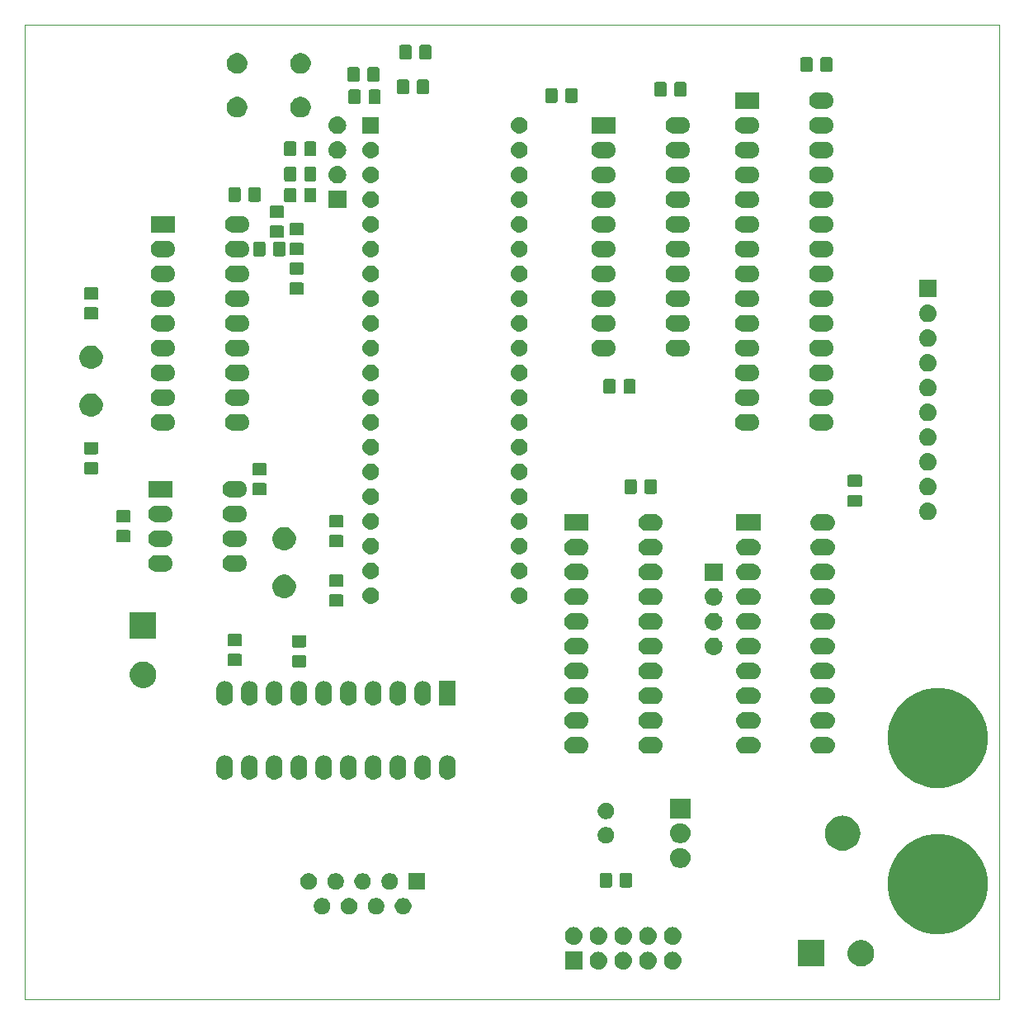
<source format=gbr>
G04 #@! TF.GenerationSoftware,KiCad,Pcbnew,(5.1.2)-1*
G04 #@! TF.CreationDate,2019-10-25T14:55:43+02:00*
G04 #@! TF.ProjectId,TTK4155-Embedded-PCB,54544b34-3135-4352-9d45-6d6265646465,rev?*
G04 #@! TF.SameCoordinates,Original*
G04 #@! TF.FileFunction,Soldermask,Top*
G04 #@! TF.FilePolarity,Negative*
%FSLAX46Y46*%
G04 Gerber Fmt 4.6, Leading zero omitted, Abs format (unit mm)*
G04 Created by KiCad (PCBNEW (5.1.2)-1) date 2019-10-25 14:55:43*
%MOMM*%
%LPD*%
G04 APERTURE LIST*
%ADD10C,0.120000*%
%ADD11C,0.100000*%
G04 APERTURE END LIST*
D10*
X42240000Y-31826000D02*
X142240000Y-31826000D01*
X42240000Y-31826000D02*
X42240000Y-131826000D01*
X142240000Y-31826000D02*
X142240000Y-131826000D01*
X42240000Y-131826000D02*
X142240000Y-131826000D01*
D11*
G36*
X108891294Y-126987633D02*
G01*
X109063695Y-127039931D01*
X109222583Y-127124858D01*
X109361849Y-127239151D01*
X109476142Y-127378417D01*
X109561069Y-127537305D01*
X109613367Y-127709706D01*
X109631025Y-127889000D01*
X109613367Y-128068294D01*
X109561069Y-128240695D01*
X109476142Y-128399583D01*
X109361849Y-128538849D01*
X109222583Y-128653142D01*
X109063695Y-128738069D01*
X108891294Y-128790367D01*
X108756931Y-128803600D01*
X108667069Y-128803600D01*
X108532706Y-128790367D01*
X108360305Y-128738069D01*
X108201417Y-128653142D01*
X108062151Y-128538849D01*
X107947858Y-128399583D01*
X107862931Y-128240695D01*
X107810633Y-128068294D01*
X107792975Y-127889000D01*
X107810633Y-127709706D01*
X107862931Y-127537305D01*
X107947858Y-127378417D01*
X108062151Y-127239151D01*
X108201417Y-127124858D01*
X108360305Y-127039931D01*
X108532706Y-126987633D01*
X108667069Y-126974400D01*
X108756931Y-126974400D01*
X108891294Y-126987633D01*
X108891294Y-126987633D01*
G37*
G36*
X106351294Y-126987633D02*
G01*
X106523695Y-127039931D01*
X106682583Y-127124858D01*
X106821849Y-127239151D01*
X106936142Y-127378417D01*
X107021069Y-127537305D01*
X107073367Y-127709706D01*
X107091025Y-127889000D01*
X107073367Y-128068294D01*
X107021069Y-128240695D01*
X106936142Y-128399583D01*
X106821849Y-128538849D01*
X106682583Y-128653142D01*
X106523695Y-128738069D01*
X106351294Y-128790367D01*
X106216931Y-128803600D01*
X106127069Y-128803600D01*
X105992706Y-128790367D01*
X105820305Y-128738069D01*
X105661417Y-128653142D01*
X105522151Y-128538849D01*
X105407858Y-128399583D01*
X105322931Y-128240695D01*
X105270633Y-128068294D01*
X105252975Y-127889000D01*
X105270633Y-127709706D01*
X105322931Y-127537305D01*
X105407858Y-127378417D01*
X105522151Y-127239151D01*
X105661417Y-127124858D01*
X105820305Y-127039931D01*
X105992706Y-126987633D01*
X106127069Y-126974400D01*
X106216931Y-126974400D01*
X106351294Y-126987633D01*
X106351294Y-126987633D01*
G37*
G36*
X103811294Y-126987633D02*
G01*
X103983695Y-127039931D01*
X104142583Y-127124858D01*
X104281849Y-127239151D01*
X104396142Y-127378417D01*
X104481069Y-127537305D01*
X104533367Y-127709706D01*
X104551025Y-127889000D01*
X104533367Y-128068294D01*
X104481069Y-128240695D01*
X104396142Y-128399583D01*
X104281849Y-128538849D01*
X104142583Y-128653142D01*
X103983695Y-128738069D01*
X103811294Y-128790367D01*
X103676931Y-128803600D01*
X103587069Y-128803600D01*
X103452706Y-128790367D01*
X103280305Y-128738069D01*
X103121417Y-128653142D01*
X102982151Y-128538849D01*
X102867858Y-128399583D01*
X102782931Y-128240695D01*
X102730633Y-128068294D01*
X102712975Y-127889000D01*
X102730633Y-127709706D01*
X102782931Y-127537305D01*
X102867858Y-127378417D01*
X102982151Y-127239151D01*
X103121417Y-127124858D01*
X103280305Y-127039931D01*
X103452706Y-126987633D01*
X103587069Y-126974400D01*
X103676931Y-126974400D01*
X103811294Y-126987633D01*
X103811294Y-126987633D01*
G37*
G36*
X99466600Y-128803600D02*
G01*
X97637400Y-128803600D01*
X97637400Y-126974400D01*
X99466600Y-126974400D01*
X99466600Y-128803600D01*
X99466600Y-128803600D01*
G37*
G36*
X101271294Y-126987633D02*
G01*
X101443695Y-127039931D01*
X101602583Y-127124858D01*
X101741849Y-127239151D01*
X101856142Y-127378417D01*
X101941069Y-127537305D01*
X101993367Y-127709706D01*
X102011025Y-127889000D01*
X101993367Y-128068294D01*
X101941069Y-128240695D01*
X101856142Y-128399583D01*
X101741849Y-128538849D01*
X101602583Y-128653142D01*
X101443695Y-128738069D01*
X101271294Y-128790367D01*
X101136931Y-128803600D01*
X101047069Y-128803600D01*
X100912706Y-128790367D01*
X100740305Y-128738069D01*
X100581417Y-128653142D01*
X100442151Y-128538849D01*
X100327858Y-128399583D01*
X100242931Y-128240695D01*
X100190633Y-128068294D01*
X100172975Y-127889000D01*
X100190633Y-127709706D01*
X100242931Y-127537305D01*
X100327858Y-127378417D01*
X100442151Y-127239151D01*
X100581417Y-127124858D01*
X100740305Y-127039931D01*
X100912706Y-126987633D01*
X101047069Y-126974400D01*
X101136931Y-126974400D01*
X101271294Y-126987633D01*
X101271294Y-126987633D01*
G37*
G36*
X124287000Y-128478000D02*
G01*
X121585000Y-128478000D01*
X121585000Y-125776000D01*
X124287000Y-125776000D01*
X124287000Y-128478000D01*
X124287000Y-128478000D01*
G37*
G36*
X128410072Y-125827918D02*
G01*
X128486519Y-125859583D01*
X128655939Y-125929759D01*
X128759339Y-125998849D01*
X128877211Y-126077609D01*
X129065391Y-126265789D01*
X129213242Y-126487063D01*
X129315082Y-126732928D01*
X129367000Y-126993937D01*
X129367000Y-127260063D01*
X129315082Y-127521072D01*
X129213242Y-127766937D01*
X129065391Y-127988211D01*
X128877211Y-128176391D01*
X128780972Y-128240696D01*
X128655939Y-128324241D01*
X128655938Y-128324242D01*
X128655937Y-128324242D01*
X128410072Y-128426082D01*
X128149063Y-128478000D01*
X127882937Y-128478000D01*
X127621928Y-128426082D01*
X127376063Y-128324242D01*
X127376062Y-128324242D01*
X127376061Y-128324241D01*
X127251028Y-128240696D01*
X127154789Y-128176391D01*
X126966609Y-127988211D01*
X126818758Y-127766937D01*
X126716918Y-127521072D01*
X126665000Y-127260063D01*
X126665000Y-126993937D01*
X126716918Y-126732928D01*
X126818758Y-126487063D01*
X126966609Y-126265789D01*
X127154789Y-126077609D01*
X127272661Y-125998849D01*
X127376061Y-125929759D01*
X127545482Y-125859583D01*
X127621928Y-125827918D01*
X127882937Y-125776000D01*
X128149063Y-125776000D01*
X128410072Y-125827918D01*
X128410072Y-125827918D01*
G37*
G36*
X106351294Y-124447633D02*
G01*
X106523695Y-124499931D01*
X106682583Y-124584858D01*
X106821849Y-124699151D01*
X106936142Y-124838417D01*
X107021069Y-124997305D01*
X107073367Y-125169706D01*
X107091025Y-125349000D01*
X107073367Y-125528294D01*
X107021069Y-125700695D01*
X106936142Y-125859583D01*
X106821849Y-125998849D01*
X106682583Y-126113142D01*
X106523695Y-126198069D01*
X106351294Y-126250367D01*
X106216931Y-126263600D01*
X106127069Y-126263600D01*
X105992706Y-126250367D01*
X105820305Y-126198069D01*
X105661417Y-126113142D01*
X105522151Y-125998849D01*
X105407858Y-125859583D01*
X105322931Y-125700695D01*
X105270633Y-125528294D01*
X105252975Y-125349000D01*
X105270633Y-125169706D01*
X105322931Y-124997305D01*
X105407858Y-124838417D01*
X105522151Y-124699151D01*
X105661417Y-124584858D01*
X105820305Y-124499931D01*
X105992706Y-124447633D01*
X106127069Y-124434400D01*
X106216931Y-124434400D01*
X106351294Y-124447633D01*
X106351294Y-124447633D01*
G37*
G36*
X98731294Y-124447633D02*
G01*
X98903695Y-124499931D01*
X99062583Y-124584858D01*
X99201849Y-124699151D01*
X99316142Y-124838417D01*
X99401069Y-124997305D01*
X99453367Y-125169706D01*
X99471025Y-125349000D01*
X99453367Y-125528294D01*
X99401069Y-125700695D01*
X99316142Y-125859583D01*
X99201849Y-125998849D01*
X99062583Y-126113142D01*
X98903695Y-126198069D01*
X98731294Y-126250367D01*
X98596931Y-126263600D01*
X98507069Y-126263600D01*
X98372706Y-126250367D01*
X98200305Y-126198069D01*
X98041417Y-126113142D01*
X97902151Y-125998849D01*
X97787858Y-125859583D01*
X97702931Y-125700695D01*
X97650633Y-125528294D01*
X97632975Y-125349000D01*
X97650633Y-125169706D01*
X97702931Y-124997305D01*
X97787858Y-124838417D01*
X97902151Y-124699151D01*
X98041417Y-124584858D01*
X98200305Y-124499931D01*
X98372706Y-124447633D01*
X98507069Y-124434400D01*
X98596931Y-124434400D01*
X98731294Y-124447633D01*
X98731294Y-124447633D01*
G37*
G36*
X101271294Y-124447633D02*
G01*
X101443695Y-124499931D01*
X101602583Y-124584858D01*
X101741849Y-124699151D01*
X101856142Y-124838417D01*
X101941069Y-124997305D01*
X101993367Y-125169706D01*
X102011025Y-125349000D01*
X101993367Y-125528294D01*
X101941069Y-125700695D01*
X101856142Y-125859583D01*
X101741849Y-125998849D01*
X101602583Y-126113142D01*
X101443695Y-126198069D01*
X101271294Y-126250367D01*
X101136931Y-126263600D01*
X101047069Y-126263600D01*
X100912706Y-126250367D01*
X100740305Y-126198069D01*
X100581417Y-126113142D01*
X100442151Y-125998849D01*
X100327858Y-125859583D01*
X100242931Y-125700695D01*
X100190633Y-125528294D01*
X100172975Y-125349000D01*
X100190633Y-125169706D01*
X100242931Y-124997305D01*
X100327858Y-124838417D01*
X100442151Y-124699151D01*
X100581417Y-124584858D01*
X100740305Y-124499931D01*
X100912706Y-124447633D01*
X101047069Y-124434400D01*
X101136931Y-124434400D01*
X101271294Y-124447633D01*
X101271294Y-124447633D01*
G37*
G36*
X103811294Y-124447633D02*
G01*
X103983695Y-124499931D01*
X104142583Y-124584858D01*
X104281849Y-124699151D01*
X104396142Y-124838417D01*
X104481069Y-124997305D01*
X104533367Y-125169706D01*
X104551025Y-125349000D01*
X104533367Y-125528294D01*
X104481069Y-125700695D01*
X104396142Y-125859583D01*
X104281849Y-125998849D01*
X104142583Y-126113142D01*
X103983695Y-126198069D01*
X103811294Y-126250367D01*
X103676931Y-126263600D01*
X103587069Y-126263600D01*
X103452706Y-126250367D01*
X103280305Y-126198069D01*
X103121417Y-126113142D01*
X102982151Y-125998849D01*
X102867858Y-125859583D01*
X102782931Y-125700695D01*
X102730633Y-125528294D01*
X102712975Y-125349000D01*
X102730633Y-125169706D01*
X102782931Y-124997305D01*
X102867858Y-124838417D01*
X102982151Y-124699151D01*
X103121417Y-124584858D01*
X103280305Y-124499931D01*
X103452706Y-124447633D01*
X103587069Y-124434400D01*
X103676931Y-124434400D01*
X103811294Y-124447633D01*
X103811294Y-124447633D01*
G37*
G36*
X108891294Y-124447633D02*
G01*
X109063695Y-124499931D01*
X109222583Y-124584858D01*
X109361849Y-124699151D01*
X109476142Y-124838417D01*
X109561069Y-124997305D01*
X109613367Y-125169706D01*
X109631025Y-125349000D01*
X109613367Y-125528294D01*
X109561069Y-125700695D01*
X109476142Y-125859583D01*
X109361849Y-125998849D01*
X109222583Y-126113142D01*
X109063695Y-126198069D01*
X108891294Y-126250367D01*
X108756931Y-126263600D01*
X108667069Y-126263600D01*
X108532706Y-126250367D01*
X108360305Y-126198069D01*
X108201417Y-126113142D01*
X108062151Y-125998849D01*
X107947858Y-125859583D01*
X107862931Y-125700695D01*
X107810633Y-125528294D01*
X107792975Y-125349000D01*
X107810633Y-125169706D01*
X107862931Y-124997305D01*
X107947858Y-124838417D01*
X108062151Y-124699151D01*
X108201417Y-124584858D01*
X108360305Y-124499931D01*
X108532706Y-124447633D01*
X108667069Y-124434400D01*
X108756931Y-124434400D01*
X108891294Y-124447633D01*
X108891294Y-124447633D01*
G37*
G36*
X136891009Y-114996591D02*
G01*
X137386658Y-115095181D01*
X138320440Y-115481967D01*
X139160822Y-116043492D01*
X139875508Y-116758178D01*
X140437033Y-117598560D01*
X140823819Y-118532342D01*
X140823819Y-118532344D01*
X141021000Y-119523639D01*
X141021000Y-120534361D01*
X140922409Y-121030009D01*
X140823819Y-121525658D01*
X140437033Y-122459440D01*
X139875508Y-123299822D01*
X139160822Y-124014508D01*
X138320440Y-124576033D01*
X138320439Y-124576034D01*
X138320438Y-124576034D01*
X138160228Y-124642395D01*
X137386658Y-124962819D01*
X136891009Y-125061409D01*
X136395361Y-125160000D01*
X135384639Y-125160000D01*
X134888991Y-125061409D01*
X134393342Y-124962819D01*
X133619772Y-124642395D01*
X133459562Y-124576034D01*
X133459561Y-124576034D01*
X133459560Y-124576033D01*
X132619178Y-124014508D01*
X131904492Y-123299822D01*
X131342967Y-122459440D01*
X130956181Y-121525658D01*
X130857591Y-121030009D01*
X130759000Y-120534361D01*
X130759000Y-119523639D01*
X130956181Y-118532344D01*
X130956181Y-118532342D01*
X131342967Y-117598560D01*
X131904492Y-116758178D01*
X132619178Y-116043492D01*
X133459560Y-115481967D01*
X134393342Y-115095181D01*
X134888991Y-114996591D01*
X135384639Y-114898000D01*
X136395361Y-114898000D01*
X136891009Y-114996591D01*
X136891009Y-114996591D01*
G37*
G36*
X75746228Y-121482703D02*
G01*
X75901100Y-121546853D01*
X76040481Y-121639985D01*
X76159015Y-121758519D01*
X76252147Y-121897900D01*
X76316297Y-122052772D01*
X76349000Y-122217184D01*
X76349000Y-122384816D01*
X76316297Y-122549228D01*
X76252147Y-122704100D01*
X76159015Y-122843481D01*
X76040481Y-122962015D01*
X75901100Y-123055147D01*
X75746228Y-123119297D01*
X75581816Y-123152000D01*
X75414184Y-123152000D01*
X75249772Y-123119297D01*
X75094900Y-123055147D01*
X74955519Y-122962015D01*
X74836985Y-122843481D01*
X74743853Y-122704100D01*
X74679703Y-122549228D01*
X74647000Y-122384816D01*
X74647000Y-122217184D01*
X74679703Y-122052772D01*
X74743853Y-121897900D01*
X74836985Y-121758519D01*
X74955519Y-121639985D01*
X75094900Y-121546853D01*
X75249772Y-121482703D01*
X75414184Y-121450000D01*
X75581816Y-121450000D01*
X75746228Y-121482703D01*
X75746228Y-121482703D01*
G37*
G36*
X81286228Y-121482703D02*
G01*
X81441100Y-121546853D01*
X81580481Y-121639985D01*
X81699015Y-121758519D01*
X81792147Y-121897900D01*
X81856297Y-122052772D01*
X81889000Y-122217184D01*
X81889000Y-122384816D01*
X81856297Y-122549228D01*
X81792147Y-122704100D01*
X81699015Y-122843481D01*
X81580481Y-122962015D01*
X81441100Y-123055147D01*
X81286228Y-123119297D01*
X81121816Y-123152000D01*
X80954184Y-123152000D01*
X80789772Y-123119297D01*
X80634900Y-123055147D01*
X80495519Y-122962015D01*
X80376985Y-122843481D01*
X80283853Y-122704100D01*
X80219703Y-122549228D01*
X80187000Y-122384816D01*
X80187000Y-122217184D01*
X80219703Y-122052772D01*
X80283853Y-121897900D01*
X80376985Y-121758519D01*
X80495519Y-121639985D01*
X80634900Y-121546853D01*
X80789772Y-121482703D01*
X80954184Y-121450000D01*
X81121816Y-121450000D01*
X81286228Y-121482703D01*
X81286228Y-121482703D01*
G37*
G36*
X72976228Y-121482703D02*
G01*
X73131100Y-121546853D01*
X73270481Y-121639985D01*
X73389015Y-121758519D01*
X73482147Y-121897900D01*
X73546297Y-122052772D01*
X73579000Y-122217184D01*
X73579000Y-122384816D01*
X73546297Y-122549228D01*
X73482147Y-122704100D01*
X73389015Y-122843481D01*
X73270481Y-122962015D01*
X73131100Y-123055147D01*
X72976228Y-123119297D01*
X72811816Y-123152000D01*
X72644184Y-123152000D01*
X72479772Y-123119297D01*
X72324900Y-123055147D01*
X72185519Y-122962015D01*
X72066985Y-122843481D01*
X71973853Y-122704100D01*
X71909703Y-122549228D01*
X71877000Y-122384816D01*
X71877000Y-122217184D01*
X71909703Y-122052772D01*
X71973853Y-121897900D01*
X72066985Y-121758519D01*
X72185519Y-121639985D01*
X72324900Y-121546853D01*
X72479772Y-121482703D01*
X72644184Y-121450000D01*
X72811816Y-121450000D01*
X72976228Y-121482703D01*
X72976228Y-121482703D01*
G37*
G36*
X78516228Y-121482703D02*
G01*
X78671100Y-121546853D01*
X78810481Y-121639985D01*
X78929015Y-121758519D01*
X79022147Y-121897900D01*
X79086297Y-122052772D01*
X79119000Y-122217184D01*
X79119000Y-122384816D01*
X79086297Y-122549228D01*
X79022147Y-122704100D01*
X78929015Y-122843481D01*
X78810481Y-122962015D01*
X78671100Y-123055147D01*
X78516228Y-123119297D01*
X78351816Y-123152000D01*
X78184184Y-123152000D01*
X78019772Y-123119297D01*
X77864900Y-123055147D01*
X77725519Y-122962015D01*
X77606985Y-122843481D01*
X77513853Y-122704100D01*
X77449703Y-122549228D01*
X77417000Y-122384816D01*
X77417000Y-122217184D01*
X77449703Y-122052772D01*
X77513853Y-121897900D01*
X77606985Y-121758519D01*
X77725519Y-121639985D01*
X77864900Y-121546853D01*
X78019772Y-121482703D01*
X78184184Y-121450000D01*
X78351816Y-121450000D01*
X78516228Y-121482703D01*
X78516228Y-121482703D01*
G37*
G36*
X79901228Y-118942703D02*
G01*
X80056100Y-119006853D01*
X80195481Y-119099985D01*
X80314015Y-119218519D01*
X80407147Y-119357900D01*
X80471297Y-119512772D01*
X80504000Y-119677184D01*
X80504000Y-119844816D01*
X80471297Y-120009228D01*
X80407147Y-120164100D01*
X80314015Y-120303481D01*
X80195481Y-120422015D01*
X80056100Y-120515147D01*
X79901228Y-120579297D01*
X79736816Y-120612000D01*
X79569184Y-120612000D01*
X79404772Y-120579297D01*
X79249900Y-120515147D01*
X79110519Y-120422015D01*
X78991985Y-120303481D01*
X78898853Y-120164100D01*
X78834703Y-120009228D01*
X78802000Y-119844816D01*
X78802000Y-119677184D01*
X78834703Y-119512772D01*
X78898853Y-119357900D01*
X78991985Y-119218519D01*
X79110519Y-119099985D01*
X79249900Y-119006853D01*
X79404772Y-118942703D01*
X79569184Y-118910000D01*
X79736816Y-118910000D01*
X79901228Y-118942703D01*
X79901228Y-118942703D01*
G37*
G36*
X83274000Y-120612000D02*
G01*
X81572000Y-120612000D01*
X81572000Y-118910000D01*
X83274000Y-118910000D01*
X83274000Y-120612000D01*
X83274000Y-120612000D01*
G37*
G36*
X77131228Y-118942703D02*
G01*
X77286100Y-119006853D01*
X77425481Y-119099985D01*
X77544015Y-119218519D01*
X77637147Y-119357900D01*
X77701297Y-119512772D01*
X77734000Y-119677184D01*
X77734000Y-119844816D01*
X77701297Y-120009228D01*
X77637147Y-120164100D01*
X77544015Y-120303481D01*
X77425481Y-120422015D01*
X77286100Y-120515147D01*
X77131228Y-120579297D01*
X76966816Y-120612000D01*
X76799184Y-120612000D01*
X76634772Y-120579297D01*
X76479900Y-120515147D01*
X76340519Y-120422015D01*
X76221985Y-120303481D01*
X76128853Y-120164100D01*
X76064703Y-120009228D01*
X76032000Y-119844816D01*
X76032000Y-119677184D01*
X76064703Y-119512772D01*
X76128853Y-119357900D01*
X76221985Y-119218519D01*
X76340519Y-119099985D01*
X76479900Y-119006853D01*
X76634772Y-118942703D01*
X76799184Y-118910000D01*
X76966816Y-118910000D01*
X77131228Y-118942703D01*
X77131228Y-118942703D01*
G37*
G36*
X74361228Y-118942703D02*
G01*
X74516100Y-119006853D01*
X74655481Y-119099985D01*
X74774015Y-119218519D01*
X74867147Y-119357900D01*
X74931297Y-119512772D01*
X74964000Y-119677184D01*
X74964000Y-119844816D01*
X74931297Y-120009228D01*
X74867147Y-120164100D01*
X74774015Y-120303481D01*
X74655481Y-120422015D01*
X74516100Y-120515147D01*
X74361228Y-120579297D01*
X74196816Y-120612000D01*
X74029184Y-120612000D01*
X73864772Y-120579297D01*
X73709900Y-120515147D01*
X73570519Y-120422015D01*
X73451985Y-120303481D01*
X73358853Y-120164100D01*
X73294703Y-120009228D01*
X73262000Y-119844816D01*
X73262000Y-119677184D01*
X73294703Y-119512772D01*
X73358853Y-119357900D01*
X73451985Y-119218519D01*
X73570519Y-119099985D01*
X73709900Y-119006853D01*
X73864772Y-118942703D01*
X74029184Y-118910000D01*
X74196816Y-118910000D01*
X74361228Y-118942703D01*
X74361228Y-118942703D01*
G37*
G36*
X71591228Y-118942703D02*
G01*
X71746100Y-119006853D01*
X71885481Y-119099985D01*
X72004015Y-119218519D01*
X72097147Y-119357900D01*
X72161297Y-119512772D01*
X72194000Y-119677184D01*
X72194000Y-119844816D01*
X72161297Y-120009228D01*
X72097147Y-120164100D01*
X72004015Y-120303481D01*
X71885481Y-120422015D01*
X71746100Y-120515147D01*
X71591228Y-120579297D01*
X71426816Y-120612000D01*
X71259184Y-120612000D01*
X71094772Y-120579297D01*
X70939900Y-120515147D01*
X70800519Y-120422015D01*
X70681985Y-120303481D01*
X70588853Y-120164100D01*
X70524703Y-120009228D01*
X70492000Y-119844816D01*
X70492000Y-119677184D01*
X70524703Y-119512772D01*
X70588853Y-119357900D01*
X70681985Y-119218519D01*
X70800519Y-119099985D01*
X70939900Y-119006853D01*
X71094772Y-118942703D01*
X71259184Y-118910000D01*
X71426816Y-118910000D01*
X71591228Y-118942703D01*
X71591228Y-118942703D01*
G37*
G36*
X102308674Y-118887465D02*
G01*
X102346367Y-118898899D01*
X102381103Y-118917466D01*
X102411548Y-118942452D01*
X102436534Y-118972897D01*
X102455101Y-119007633D01*
X102466535Y-119045326D01*
X102471000Y-119090661D01*
X102471000Y-120177339D01*
X102466535Y-120222674D01*
X102455101Y-120260367D01*
X102436534Y-120295103D01*
X102411548Y-120325548D01*
X102381103Y-120350534D01*
X102346367Y-120369101D01*
X102308674Y-120380535D01*
X102263339Y-120385000D01*
X101426661Y-120385000D01*
X101381326Y-120380535D01*
X101343633Y-120369101D01*
X101308897Y-120350534D01*
X101278452Y-120325548D01*
X101253466Y-120295103D01*
X101234899Y-120260367D01*
X101223465Y-120222674D01*
X101219000Y-120177339D01*
X101219000Y-119090661D01*
X101223465Y-119045326D01*
X101234899Y-119007633D01*
X101253466Y-118972897D01*
X101278452Y-118942452D01*
X101308897Y-118917466D01*
X101343633Y-118898899D01*
X101381326Y-118887465D01*
X101426661Y-118883000D01*
X102263339Y-118883000D01*
X102308674Y-118887465D01*
X102308674Y-118887465D01*
G37*
G36*
X104358674Y-118887465D02*
G01*
X104396367Y-118898899D01*
X104431103Y-118917466D01*
X104461548Y-118942452D01*
X104486534Y-118972897D01*
X104505101Y-119007633D01*
X104516535Y-119045326D01*
X104521000Y-119090661D01*
X104521000Y-120177339D01*
X104516535Y-120222674D01*
X104505101Y-120260367D01*
X104486534Y-120295103D01*
X104461548Y-120325548D01*
X104431103Y-120350534D01*
X104396367Y-120369101D01*
X104358674Y-120380535D01*
X104313339Y-120385000D01*
X103476661Y-120385000D01*
X103431326Y-120380535D01*
X103393633Y-120369101D01*
X103358897Y-120350534D01*
X103328452Y-120325548D01*
X103303466Y-120295103D01*
X103284899Y-120260367D01*
X103273465Y-120222674D01*
X103269000Y-120177339D01*
X103269000Y-119090661D01*
X103273465Y-119045326D01*
X103284899Y-119007633D01*
X103303466Y-118972897D01*
X103328452Y-118942452D01*
X103358897Y-118917466D01*
X103393633Y-118898899D01*
X103431326Y-118887465D01*
X103476661Y-118883000D01*
X104313339Y-118883000D01*
X104358674Y-118887465D01*
X104358674Y-118887465D01*
G37*
G36*
X109619936Y-116349340D02*
G01*
X109718220Y-116359020D01*
X109907381Y-116416401D01*
X110081712Y-116509583D01*
X110234515Y-116634985D01*
X110359917Y-116787788D01*
X110453099Y-116962119D01*
X110510480Y-117151280D01*
X110529855Y-117348000D01*
X110510480Y-117544720D01*
X110453099Y-117733881D01*
X110359917Y-117908212D01*
X110234515Y-118061015D01*
X110081712Y-118186417D01*
X109907381Y-118279599D01*
X109718220Y-118336980D01*
X109619936Y-118346660D01*
X109570795Y-118351500D01*
X109377205Y-118351500D01*
X109328064Y-118346660D01*
X109229780Y-118336980D01*
X109040619Y-118279599D01*
X108866288Y-118186417D01*
X108713485Y-118061015D01*
X108588083Y-117908212D01*
X108494901Y-117733881D01*
X108437520Y-117544720D01*
X108418145Y-117348000D01*
X108437520Y-117151280D01*
X108494901Y-116962119D01*
X108588083Y-116787788D01*
X108713485Y-116634985D01*
X108866288Y-116509583D01*
X109040619Y-116416401D01*
X109229780Y-116359020D01*
X109328064Y-116349340D01*
X109377205Y-116344500D01*
X109570795Y-116344500D01*
X109619936Y-116349340D01*
X109619936Y-116349340D01*
G37*
G36*
X126310669Y-113015686D02*
G01*
X126487058Y-113033059D01*
X126826548Y-113136042D01*
X126826550Y-113136043D01*
X127139422Y-113303277D01*
X127413661Y-113528339D01*
X127638723Y-113802578D01*
X127727989Y-113969583D01*
X127805958Y-114115452D01*
X127908941Y-114454942D01*
X127943714Y-114808000D01*
X127908941Y-115161058D01*
X127811594Y-115481967D01*
X127805957Y-115500550D01*
X127638723Y-115813422D01*
X127413661Y-116087661D01*
X127139422Y-116312723D01*
X126826550Y-116479957D01*
X126826548Y-116479958D01*
X126487058Y-116582941D01*
X126310669Y-116600314D01*
X126222476Y-116609000D01*
X126045524Y-116609000D01*
X125957331Y-116600314D01*
X125780942Y-116582941D01*
X125441452Y-116479958D01*
X125441450Y-116479957D01*
X125128578Y-116312723D01*
X124854339Y-116087661D01*
X124629277Y-115813422D01*
X124462043Y-115500550D01*
X124456406Y-115481967D01*
X124359059Y-115161058D01*
X124324286Y-114808000D01*
X124359059Y-114454942D01*
X124462042Y-114115452D01*
X124540011Y-113969583D01*
X124629277Y-113802578D01*
X124854339Y-113528339D01*
X125128578Y-113303277D01*
X125441450Y-113136043D01*
X125441452Y-113136042D01*
X125780942Y-113033059D01*
X125957331Y-113015686D01*
X126045524Y-113007000D01*
X126222476Y-113007000D01*
X126310669Y-113015686D01*
X126310669Y-113015686D01*
G37*
G36*
X102102228Y-114203703D02*
G01*
X102257100Y-114267853D01*
X102396481Y-114360985D01*
X102515015Y-114479519D01*
X102608147Y-114618900D01*
X102672297Y-114773772D01*
X102705000Y-114938184D01*
X102705000Y-115105816D01*
X102672297Y-115270228D01*
X102608147Y-115425100D01*
X102515015Y-115564481D01*
X102396481Y-115683015D01*
X102257100Y-115776147D01*
X102102228Y-115840297D01*
X101937816Y-115873000D01*
X101770184Y-115873000D01*
X101605772Y-115840297D01*
X101450900Y-115776147D01*
X101311519Y-115683015D01*
X101192985Y-115564481D01*
X101099853Y-115425100D01*
X101035703Y-115270228D01*
X101003000Y-115105816D01*
X101003000Y-114938184D01*
X101035703Y-114773772D01*
X101099853Y-114618900D01*
X101192985Y-114479519D01*
X101311519Y-114360985D01*
X101450900Y-114267853D01*
X101605772Y-114203703D01*
X101770184Y-114171000D01*
X101937816Y-114171000D01*
X102102228Y-114203703D01*
X102102228Y-114203703D01*
G37*
G36*
X109619936Y-113809340D02*
G01*
X109718220Y-113819020D01*
X109907381Y-113876401D01*
X110081712Y-113969583D01*
X110234515Y-114094985D01*
X110359917Y-114247788D01*
X110453099Y-114422119D01*
X110510480Y-114611280D01*
X110529855Y-114808000D01*
X110510480Y-115004720D01*
X110453099Y-115193881D01*
X110359917Y-115368212D01*
X110234515Y-115521015D01*
X110081712Y-115646417D01*
X109907381Y-115739599D01*
X109718220Y-115796980D01*
X109619936Y-115806660D01*
X109570795Y-115811500D01*
X109377205Y-115811500D01*
X109328064Y-115806660D01*
X109229780Y-115796980D01*
X109040619Y-115739599D01*
X108866288Y-115646417D01*
X108713485Y-115521015D01*
X108588083Y-115368212D01*
X108494901Y-115193881D01*
X108437520Y-115004720D01*
X108418145Y-114808000D01*
X108437520Y-114611280D01*
X108494901Y-114422119D01*
X108588083Y-114247788D01*
X108713485Y-114094985D01*
X108866288Y-113969583D01*
X109040619Y-113876401D01*
X109229780Y-113819020D01*
X109328064Y-113809340D01*
X109377205Y-113804500D01*
X109570795Y-113804500D01*
X109619936Y-113809340D01*
X109619936Y-113809340D01*
G37*
G36*
X102102228Y-111703703D02*
G01*
X102257100Y-111767853D01*
X102396481Y-111860985D01*
X102515015Y-111979519D01*
X102608147Y-112118900D01*
X102672297Y-112273772D01*
X102705000Y-112438184D01*
X102705000Y-112605816D01*
X102672297Y-112770228D01*
X102608147Y-112925100D01*
X102515015Y-113064481D01*
X102396481Y-113183015D01*
X102257100Y-113276147D01*
X102102228Y-113340297D01*
X101937816Y-113373000D01*
X101770184Y-113373000D01*
X101605772Y-113340297D01*
X101450900Y-113276147D01*
X101311519Y-113183015D01*
X101192985Y-113064481D01*
X101099853Y-112925100D01*
X101035703Y-112770228D01*
X101003000Y-112605816D01*
X101003000Y-112438184D01*
X101035703Y-112273772D01*
X101099853Y-112118900D01*
X101192985Y-111979519D01*
X101311519Y-111860985D01*
X101450900Y-111767853D01*
X101605772Y-111703703D01*
X101770184Y-111671000D01*
X101937816Y-111671000D01*
X102102228Y-111703703D01*
X102102228Y-111703703D01*
G37*
G36*
X110525000Y-113271500D02*
G01*
X108423000Y-113271500D01*
X108423000Y-111264500D01*
X110525000Y-111264500D01*
X110525000Y-113271500D01*
X110525000Y-113271500D01*
G37*
G36*
X136891008Y-99996590D02*
G01*
X137386658Y-100095181D01*
X138320440Y-100481967D01*
X139160822Y-101043492D01*
X139875508Y-101758178D01*
X140437033Y-102598560D01*
X140823819Y-103532342D01*
X140909284Y-103962004D01*
X140934682Y-104089687D01*
X141021000Y-104523641D01*
X141021000Y-105534359D01*
X140823819Y-106525658D01*
X140437033Y-107459440D01*
X139875508Y-108299822D01*
X139160822Y-109014508D01*
X138320440Y-109576033D01*
X137386658Y-109962819D01*
X136891009Y-110061409D01*
X136395361Y-110160000D01*
X135384639Y-110160000D01*
X134888991Y-110061409D01*
X134393342Y-109962819D01*
X133459560Y-109576033D01*
X132619178Y-109014508D01*
X131904492Y-108299822D01*
X131342967Y-107459440D01*
X130956181Y-106525658D01*
X130759000Y-105534359D01*
X130759000Y-104523641D01*
X130845319Y-104089687D01*
X130870716Y-103962004D01*
X130956181Y-103532342D01*
X131342967Y-102598560D01*
X131904492Y-101758178D01*
X132619178Y-101043492D01*
X133459560Y-100481967D01*
X134393342Y-100095181D01*
X134888992Y-99996590D01*
X135384639Y-99898000D01*
X136395361Y-99898000D01*
X136891008Y-99996590D01*
X136891008Y-99996590D01*
G37*
G36*
X78144823Y-106838313D02*
G01*
X78305242Y-106886976D01*
X78437906Y-106957886D01*
X78453078Y-106965996D01*
X78582659Y-107072341D01*
X78689004Y-107201922D01*
X78689005Y-107201924D01*
X78768024Y-107349758D01*
X78816687Y-107510178D01*
X78829000Y-107635197D01*
X78829000Y-108518804D01*
X78816687Y-108643823D01*
X78768024Y-108804242D01*
X78697114Y-108936906D01*
X78689004Y-108952078D01*
X78582659Y-109081659D01*
X78453077Y-109188005D01*
X78305241Y-109267024D01*
X78144822Y-109315687D01*
X77978000Y-109332117D01*
X77811177Y-109315687D01*
X77650758Y-109267024D01*
X77502924Y-109188005D01*
X77502922Y-109188004D01*
X77373341Y-109081659D01*
X77266995Y-108952077D01*
X77187976Y-108804241D01*
X77139313Y-108643822D01*
X77127000Y-108518803D01*
X77127000Y-107635197D01*
X77139314Y-107510177D01*
X77187977Y-107349758D01*
X77266996Y-107201924D01*
X77266997Y-107201922D01*
X77373342Y-107072341D01*
X77502923Y-106965996D01*
X77518095Y-106957886D01*
X77650759Y-106886976D01*
X77811178Y-106838313D01*
X77978000Y-106821883D01*
X78144823Y-106838313D01*
X78144823Y-106838313D01*
G37*
G36*
X65444823Y-106838313D02*
G01*
X65605242Y-106886976D01*
X65737906Y-106957886D01*
X65753078Y-106965996D01*
X65882659Y-107072341D01*
X65989004Y-107201922D01*
X65989005Y-107201924D01*
X66068024Y-107349758D01*
X66116687Y-107510178D01*
X66129000Y-107635197D01*
X66129000Y-108518804D01*
X66116687Y-108643823D01*
X66068024Y-108804242D01*
X65997114Y-108936906D01*
X65989004Y-108952078D01*
X65882659Y-109081659D01*
X65753077Y-109188005D01*
X65605241Y-109267024D01*
X65444822Y-109315687D01*
X65278000Y-109332117D01*
X65111177Y-109315687D01*
X64950758Y-109267024D01*
X64802924Y-109188005D01*
X64802922Y-109188004D01*
X64673341Y-109081659D01*
X64566995Y-108952077D01*
X64487976Y-108804241D01*
X64439313Y-108643822D01*
X64427000Y-108518803D01*
X64427000Y-107635197D01*
X64439314Y-107510177D01*
X64487977Y-107349758D01*
X64566996Y-107201924D01*
X64566997Y-107201922D01*
X64673342Y-107072341D01*
X64802923Y-106965996D01*
X64818095Y-106957886D01*
X64950759Y-106886976D01*
X65111178Y-106838313D01*
X65278000Y-106821883D01*
X65444823Y-106838313D01*
X65444823Y-106838313D01*
G37*
G36*
X73064823Y-106838313D02*
G01*
X73225242Y-106886976D01*
X73357906Y-106957886D01*
X73373078Y-106965996D01*
X73502659Y-107072341D01*
X73609004Y-107201922D01*
X73609005Y-107201924D01*
X73688024Y-107349758D01*
X73736687Y-107510178D01*
X73749000Y-107635197D01*
X73749000Y-108518804D01*
X73736687Y-108643823D01*
X73688024Y-108804242D01*
X73617114Y-108936906D01*
X73609004Y-108952078D01*
X73502659Y-109081659D01*
X73373077Y-109188005D01*
X73225241Y-109267024D01*
X73064822Y-109315687D01*
X72898000Y-109332117D01*
X72731177Y-109315687D01*
X72570758Y-109267024D01*
X72422924Y-109188005D01*
X72422922Y-109188004D01*
X72293341Y-109081659D01*
X72186995Y-108952077D01*
X72107976Y-108804241D01*
X72059313Y-108643822D01*
X72047000Y-108518803D01*
X72047000Y-107635197D01*
X72059314Y-107510177D01*
X72107977Y-107349758D01*
X72186996Y-107201924D01*
X72186997Y-107201922D01*
X72293342Y-107072341D01*
X72422923Y-106965996D01*
X72438095Y-106957886D01*
X72570759Y-106886976D01*
X72731178Y-106838313D01*
X72898000Y-106821883D01*
X73064823Y-106838313D01*
X73064823Y-106838313D01*
G37*
G36*
X67984823Y-106838313D02*
G01*
X68145242Y-106886976D01*
X68277906Y-106957886D01*
X68293078Y-106965996D01*
X68422659Y-107072341D01*
X68529004Y-107201922D01*
X68529005Y-107201924D01*
X68608024Y-107349758D01*
X68656687Y-107510178D01*
X68669000Y-107635197D01*
X68669000Y-108518804D01*
X68656687Y-108643823D01*
X68608024Y-108804242D01*
X68537114Y-108936906D01*
X68529004Y-108952078D01*
X68422659Y-109081659D01*
X68293077Y-109188005D01*
X68145241Y-109267024D01*
X67984822Y-109315687D01*
X67818000Y-109332117D01*
X67651177Y-109315687D01*
X67490758Y-109267024D01*
X67342924Y-109188005D01*
X67342922Y-109188004D01*
X67213341Y-109081659D01*
X67106995Y-108952077D01*
X67027976Y-108804241D01*
X66979313Y-108643822D01*
X66967000Y-108518803D01*
X66967000Y-107635197D01*
X66979314Y-107510177D01*
X67027977Y-107349758D01*
X67106996Y-107201924D01*
X67106997Y-107201922D01*
X67213342Y-107072341D01*
X67342923Y-106965996D01*
X67358095Y-106957886D01*
X67490759Y-106886976D01*
X67651178Y-106838313D01*
X67818000Y-106821883D01*
X67984823Y-106838313D01*
X67984823Y-106838313D01*
G37*
G36*
X70524823Y-106838313D02*
G01*
X70685242Y-106886976D01*
X70817906Y-106957886D01*
X70833078Y-106965996D01*
X70962659Y-107072341D01*
X71069004Y-107201922D01*
X71069005Y-107201924D01*
X71148024Y-107349758D01*
X71196687Y-107510178D01*
X71209000Y-107635197D01*
X71209000Y-108518804D01*
X71196687Y-108643823D01*
X71148024Y-108804242D01*
X71077114Y-108936906D01*
X71069004Y-108952078D01*
X70962659Y-109081659D01*
X70833077Y-109188005D01*
X70685241Y-109267024D01*
X70524822Y-109315687D01*
X70358000Y-109332117D01*
X70191177Y-109315687D01*
X70030758Y-109267024D01*
X69882924Y-109188005D01*
X69882922Y-109188004D01*
X69753341Y-109081659D01*
X69646995Y-108952077D01*
X69567976Y-108804241D01*
X69519313Y-108643822D01*
X69507000Y-108518803D01*
X69507000Y-107635197D01*
X69519314Y-107510177D01*
X69567977Y-107349758D01*
X69646996Y-107201924D01*
X69646997Y-107201922D01*
X69753342Y-107072341D01*
X69882923Y-106965996D01*
X69898095Y-106957886D01*
X70030759Y-106886976D01*
X70191178Y-106838313D01*
X70358000Y-106821883D01*
X70524823Y-106838313D01*
X70524823Y-106838313D01*
G37*
G36*
X62904823Y-106838313D02*
G01*
X63065242Y-106886976D01*
X63197906Y-106957886D01*
X63213078Y-106965996D01*
X63342659Y-107072341D01*
X63449004Y-107201922D01*
X63449005Y-107201924D01*
X63528024Y-107349758D01*
X63576687Y-107510178D01*
X63589000Y-107635197D01*
X63589000Y-108518804D01*
X63576687Y-108643823D01*
X63528024Y-108804242D01*
X63457114Y-108936906D01*
X63449004Y-108952078D01*
X63342659Y-109081659D01*
X63213077Y-109188005D01*
X63065241Y-109267024D01*
X62904822Y-109315687D01*
X62738000Y-109332117D01*
X62571177Y-109315687D01*
X62410758Y-109267024D01*
X62262924Y-109188005D01*
X62262922Y-109188004D01*
X62133341Y-109081659D01*
X62026995Y-108952077D01*
X61947976Y-108804241D01*
X61899313Y-108643822D01*
X61887000Y-108518803D01*
X61887000Y-107635197D01*
X61899314Y-107510177D01*
X61947977Y-107349758D01*
X62026996Y-107201924D01*
X62026997Y-107201922D01*
X62133342Y-107072341D01*
X62262923Y-106965996D01*
X62278095Y-106957886D01*
X62410759Y-106886976D01*
X62571178Y-106838313D01*
X62738000Y-106821883D01*
X62904823Y-106838313D01*
X62904823Y-106838313D01*
G37*
G36*
X80684823Y-106838313D02*
G01*
X80845242Y-106886976D01*
X80977906Y-106957886D01*
X80993078Y-106965996D01*
X81122659Y-107072341D01*
X81229004Y-107201922D01*
X81229005Y-107201924D01*
X81308024Y-107349758D01*
X81356687Y-107510178D01*
X81369000Y-107635197D01*
X81369000Y-108518804D01*
X81356687Y-108643823D01*
X81308024Y-108804242D01*
X81237114Y-108936906D01*
X81229004Y-108952078D01*
X81122659Y-109081659D01*
X80993077Y-109188005D01*
X80845241Y-109267024D01*
X80684822Y-109315687D01*
X80518000Y-109332117D01*
X80351177Y-109315687D01*
X80190758Y-109267024D01*
X80042924Y-109188005D01*
X80042922Y-109188004D01*
X79913341Y-109081659D01*
X79806995Y-108952077D01*
X79727976Y-108804241D01*
X79679313Y-108643822D01*
X79667000Y-108518803D01*
X79667000Y-107635197D01*
X79679314Y-107510177D01*
X79727977Y-107349758D01*
X79806996Y-107201924D01*
X79806997Y-107201922D01*
X79913342Y-107072341D01*
X80042923Y-106965996D01*
X80058095Y-106957886D01*
X80190759Y-106886976D01*
X80351178Y-106838313D01*
X80518000Y-106821883D01*
X80684823Y-106838313D01*
X80684823Y-106838313D01*
G37*
G36*
X75604823Y-106838313D02*
G01*
X75765242Y-106886976D01*
X75897906Y-106957886D01*
X75913078Y-106965996D01*
X76042659Y-107072341D01*
X76149004Y-107201922D01*
X76149005Y-107201924D01*
X76228024Y-107349758D01*
X76276687Y-107510178D01*
X76289000Y-107635197D01*
X76289000Y-108518804D01*
X76276687Y-108643823D01*
X76228024Y-108804242D01*
X76157114Y-108936906D01*
X76149004Y-108952078D01*
X76042659Y-109081659D01*
X75913077Y-109188005D01*
X75765241Y-109267024D01*
X75604822Y-109315687D01*
X75438000Y-109332117D01*
X75271177Y-109315687D01*
X75110758Y-109267024D01*
X74962924Y-109188005D01*
X74962922Y-109188004D01*
X74833341Y-109081659D01*
X74726995Y-108952077D01*
X74647976Y-108804241D01*
X74599313Y-108643822D01*
X74587000Y-108518803D01*
X74587000Y-107635197D01*
X74599314Y-107510177D01*
X74647977Y-107349758D01*
X74726996Y-107201924D01*
X74726997Y-107201922D01*
X74833342Y-107072341D01*
X74962923Y-106965996D01*
X74978095Y-106957886D01*
X75110759Y-106886976D01*
X75271178Y-106838313D01*
X75438000Y-106821883D01*
X75604823Y-106838313D01*
X75604823Y-106838313D01*
G37*
G36*
X83224823Y-106838313D02*
G01*
X83385242Y-106886976D01*
X83517906Y-106957886D01*
X83533078Y-106965996D01*
X83662659Y-107072341D01*
X83769004Y-107201922D01*
X83769005Y-107201924D01*
X83848024Y-107349758D01*
X83896687Y-107510178D01*
X83909000Y-107635197D01*
X83909000Y-108518804D01*
X83896687Y-108643823D01*
X83848024Y-108804242D01*
X83777114Y-108936906D01*
X83769004Y-108952078D01*
X83662659Y-109081659D01*
X83533077Y-109188005D01*
X83385241Y-109267024D01*
X83224822Y-109315687D01*
X83058000Y-109332117D01*
X82891177Y-109315687D01*
X82730758Y-109267024D01*
X82582924Y-109188005D01*
X82582922Y-109188004D01*
X82453341Y-109081659D01*
X82346995Y-108952077D01*
X82267976Y-108804241D01*
X82219313Y-108643822D01*
X82207000Y-108518803D01*
X82207000Y-107635197D01*
X82219314Y-107510177D01*
X82267977Y-107349758D01*
X82346996Y-107201924D01*
X82346997Y-107201922D01*
X82453342Y-107072341D01*
X82582923Y-106965996D01*
X82598095Y-106957886D01*
X82730759Y-106886976D01*
X82891178Y-106838313D01*
X83058000Y-106821883D01*
X83224823Y-106838313D01*
X83224823Y-106838313D01*
G37*
G36*
X85764823Y-106838313D02*
G01*
X85925242Y-106886976D01*
X86057906Y-106957886D01*
X86073078Y-106965996D01*
X86202659Y-107072341D01*
X86309004Y-107201922D01*
X86309005Y-107201924D01*
X86388024Y-107349758D01*
X86436687Y-107510178D01*
X86449000Y-107635197D01*
X86449000Y-108518804D01*
X86436687Y-108643823D01*
X86388024Y-108804242D01*
X86317114Y-108936906D01*
X86309004Y-108952078D01*
X86202659Y-109081659D01*
X86073077Y-109188005D01*
X85925241Y-109267024D01*
X85764822Y-109315687D01*
X85598000Y-109332117D01*
X85431177Y-109315687D01*
X85270758Y-109267024D01*
X85122924Y-109188005D01*
X85122922Y-109188004D01*
X84993341Y-109081659D01*
X84886995Y-108952077D01*
X84807976Y-108804241D01*
X84759313Y-108643822D01*
X84747000Y-108518803D01*
X84747000Y-107635197D01*
X84759314Y-107510177D01*
X84807977Y-107349758D01*
X84886996Y-107201924D01*
X84886997Y-107201922D01*
X84993342Y-107072341D01*
X85122923Y-106965996D01*
X85138095Y-106957886D01*
X85270759Y-106886976D01*
X85431178Y-106838313D01*
X85598000Y-106821883D01*
X85764823Y-106838313D01*
X85764823Y-106838313D01*
G37*
G36*
X117025823Y-104952313D02*
G01*
X117186242Y-105000976D01*
X117318906Y-105071886D01*
X117334078Y-105079996D01*
X117463659Y-105186341D01*
X117570004Y-105315922D01*
X117570005Y-105315924D01*
X117649024Y-105463758D01*
X117697687Y-105624177D01*
X117714117Y-105791000D01*
X117697687Y-105957823D01*
X117649024Y-106118242D01*
X117578114Y-106250906D01*
X117570004Y-106266078D01*
X117463659Y-106395659D01*
X117334078Y-106502004D01*
X117334076Y-106502005D01*
X117186242Y-106581024D01*
X117025823Y-106629687D01*
X116900804Y-106642000D01*
X116017196Y-106642000D01*
X115892177Y-106629687D01*
X115731758Y-106581024D01*
X115583924Y-106502005D01*
X115583922Y-106502004D01*
X115454341Y-106395659D01*
X115347996Y-106266078D01*
X115339886Y-106250906D01*
X115268976Y-106118242D01*
X115220313Y-105957823D01*
X115203883Y-105791000D01*
X115220313Y-105624177D01*
X115268976Y-105463758D01*
X115347995Y-105315924D01*
X115347996Y-105315922D01*
X115454341Y-105186341D01*
X115583922Y-105079996D01*
X115599094Y-105071886D01*
X115731758Y-105000976D01*
X115892177Y-104952313D01*
X116017196Y-104940000D01*
X116900804Y-104940000D01*
X117025823Y-104952313D01*
X117025823Y-104952313D01*
G37*
G36*
X106992823Y-104952313D02*
G01*
X107153242Y-105000976D01*
X107285906Y-105071886D01*
X107301078Y-105079996D01*
X107430659Y-105186341D01*
X107537004Y-105315922D01*
X107537005Y-105315924D01*
X107616024Y-105463758D01*
X107664687Y-105624177D01*
X107681117Y-105791000D01*
X107664687Y-105957823D01*
X107616024Y-106118242D01*
X107545114Y-106250906D01*
X107537004Y-106266078D01*
X107430659Y-106395659D01*
X107301078Y-106502004D01*
X107301076Y-106502005D01*
X107153242Y-106581024D01*
X106992823Y-106629687D01*
X106867804Y-106642000D01*
X105984196Y-106642000D01*
X105859177Y-106629687D01*
X105698758Y-106581024D01*
X105550924Y-106502005D01*
X105550922Y-106502004D01*
X105421341Y-106395659D01*
X105314996Y-106266078D01*
X105306886Y-106250906D01*
X105235976Y-106118242D01*
X105187313Y-105957823D01*
X105170883Y-105791000D01*
X105187313Y-105624177D01*
X105235976Y-105463758D01*
X105314995Y-105315924D01*
X105314996Y-105315922D01*
X105421341Y-105186341D01*
X105550922Y-105079996D01*
X105566094Y-105071886D01*
X105698758Y-105000976D01*
X105859177Y-104952313D01*
X105984196Y-104940000D01*
X106867804Y-104940000D01*
X106992823Y-104952313D01*
X106992823Y-104952313D01*
G37*
G36*
X99372823Y-104952313D02*
G01*
X99533242Y-105000976D01*
X99665906Y-105071886D01*
X99681078Y-105079996D01*
X99810659Y-105186341D01*
X99917004Y-105315922D01*
X99917005Y-105315924D01*
X99996024Y-105463758D01*
X100044687Y-105624177D01*
X100061117Y-105791000D01*
X100044687Y-105957823D01*
X99996024Y-106118242D01*
X99925114Y-106250906D01*
X99917004Y-106266078D01*
X99810659Y-106395659D01*
X99681078Y-106502004D01*
X99681076Y-106502005D01*
X99533242Y-106581024D01*
X99372823Y-106629687D01*
X99247804Y-106642000D01*
X98364196Y-106642000D01*
X98239177Y-106629687D01*
X98078758Y-106581024D01*
X97930924Y-106502005D01*
X97930922Y-106502004D01*
X97801341Y-106395659D01*
X97694996Y-106266078D01*
X97686886Y-106250906D01*
X97615976Y-106118242D01*
X97567313Y-105957823D01*
X97550883Y-105791000D01*
X97567313Y-105624177D01*
X97615976Y-105463758D01*
X97694995Y-105315924D01*
X97694996Y-105315922D01*
X97801341Y-105186341D01*
X97930922Y-105079996D01*
X97946094Y-105071886D01*
X98078758Y-105000976D01*
X98239177Y-104952313D01*
X98364196Y-104940000D01*
X99247804Y-104940000D01*
X99372823Y-104952313D01*
X99372823Y-104952313D01*
G37*
G36*
X124645823Y-104952313D02*
G01*
X124806242Y-105000976D01*
X124938906Y-105071886D01*
X124954078Y-105079996D01*
X125083659Y-105186341D01*
X125190004Y-105315922D01*
X125190005Y-105315924D01*
X125269024Y-105463758D01*
X125317687Y-105624177D01*
X125334117Y-105791000D01*
X125317687Y-105957823D01*
X125269024Y-106118242D01*
X125198114Y-106250906D01*
X125190004Y-106266078D01*
X125083659Y-106395659D01*
X124954078Y-106502004D01*
X124954076Y-106502005D01*
X124806242Y-106581024D01*
X124645823Y-106629687D01*
X124520804Y-106642000D01*
X123637196Y-106642000D01*
X123512177Y-106629687D01*
X123351758Y-106581024D01*
X123203924Y-106502005D01*
X123203922Y-106502004D01*
X123074341Y-106395659D01*
X122967996Y-106266078D01*
X122959886Y-106250906D01*
X122888976Y-106118242D01*
X122840313Y-105957823D01*
X122823883Y-105791000D01*
X122840313Y-105624177D01*
X122888976Y-105463758D01*
X122967995Y-105315924D01*
X122967996Y-105315922D01*
X123074341Y-105186341D01*
X123203922Y-105079996D01*
X123219094Y-105071886D01*
X123351758Y-105000976D01*
X123512177Y-104952313D01*
X123637196Y-104940000D01*
X124520804Y-104940000D01*
X124645823Y-104952313D01*
X124645823Y-104952313D01*
G37*
G36*
X124645823Y-102412313D02*
G01*
X124806242Y-102460976D01*
X124938906Y-102531886D01*
X124954078Y-102539996D01*
X125083659Y-102646341D01*
X125190004Y-102775922D01*
X125190005Y-102775924D01*
X125269024Y-102923758D01*
X125317687Y-103084177D01*
X125334117Y-103251000D01*
X125317687Y-103417823D01*
X125269024Y-103578242D01*
X125198114Y-103710906D01*
X125190004Y-103726078D01*
X125083659Y-103855659D01*
X124954078Y-103962004D01*
X124954076Y-103962005D01*
X124806242Y-104041024D01*
X124645823Y-104089687D01*
X124520804Y-104102000D01*
X123637196Y-104102000D01*
X123512177Y-104089687D01*
X123351758Y-104041024D01*
X123203924Y-103962005D01*
X123203922Y-103962004D01*
X123074341Y-103855659D01*
X122967996Y-103726078D01*
X122959886Y-103710906D01*
X122888976Y-103578242D01*
X122840313Y-103417823D01*
X122823883Y-103251000D01*
X122840313Y-103084177D01*
X122888976Y-102923758D01*
X122967995Y-102775924D01*
X122967996Y-102775922D01*
X123074341Y-102646341D01*
X123203922Y-102539996D01*
X123219094Y-102531886D01*
X123351758Y-102460976D01*
X123512177Y-102412313D01*
X123637196Y-102400000D01*
X124520804Y-102400000D01*
X124645823Y-102412313D01*
X124645823Y-102412313D01*
G37*
G36*
X106992823Y-102412313D02*
G01*
X107153242Y-102460976D01*
X107285906Y-102531886D01*
X107301078Y-102539996D01*
X107430659Y-102646341D01*
X107537004Y-102775922D01*
X107537005Y-102775924D01*
X107616024Y-102923758D01*
X107664687Y-103084177D01*
X107681117Y-103251000D01*
X107664687Y-103417823D01*
X107616024Y-103578242D01*
X107545114Y-103710906D01*
X107537004Y-103726078D01*
X107430659Y-103855659D01*
X107301078Y-103962004D01*
X107301076Y-103962005D01*
X107153242Y-104041024D01*
X106992823Y-104089687D01*
X106867804Y-104102000D01*
X105984196Y-104102000D01*
X105859177Y-104089687D01*
X105698758Y-104041024D01*
X105550924Y-103962005D01*
X105550922Y-103962004D01*
X105421341Y-103855659D01*
X105314996Y-103726078D01*
X105306886Y-103710906D01*
X105235976Y-103578242D01*
X105187313Y-103417823D01*
X105170883Y-103251000D01*
X105187313Y-103084177D01*
X105235976Y-102923758D01*
X105314995Y-102775924D01*
X105314996Y-102775922D01*
X105421341Y-102646341D01*
X105550922Y-102539996D01*
X105566094Y-102531886D01*
X105698758Y-102460976D01*
X105859177Y-102412313D01*
X105984196Y-102400000D01*
X106867804Y-102400000D01*
X106992823Y-102412313D01*
X106992823Y-102412313D01*
G37*
G36*
X117025823Y-102412313D02*
G01*
X117186242Y-102460976D01*
X117318906Y-102531886D01*
X117334078Y-102539996D01*
X117463659Y-102646341D01*
X117570004Y-102775922D01*
X117570005Y-102775924D01*
X117649024Y-102923758D01*
X117697687Y-103084177D01*
X117714117Y-103251000D01*
X117697687Y-103417823D01*
X117649024Y-103578242D01*
X117578114Y-103710906D01*
X117570004Y-103726078D01*
X117463659Y-103855659D01*
X117334078Y-103962004D01*
X117334076Y-103962005D01*
X117186242Y-104041024D01*
X117025823Y-104089687D01*
X116900804Y-104102000D01*
X116017196Y-104102000D01*
X115892177Y-104089687D01*
X115731758Y-104041024D01*
X115583924Y-103962005D01*
X115583922Y-103962004D01*
X115454341Y-103855659D01*
X115347996Y-103726078D01*
X115339886Y-103710906D01*
X115268976Y-103578242D01*
X115220313Y-103417823D01*
X115203883Y-103251000D01*
X115220313Y-103084177D01*
X115268976Y-102923758D01*
X115347995Y-102775924D01*
X115347996Y-102775922D01*
X115454341Y-102646341D01*
X115583922Y-102539996D01*
X115599094Y-102531886D01*
X115731758Y-102460976D01*
X115892177Y-102412313D01*
X116017196Y-102400000D01*
X116900804Y-102400000D01*
X117025823Y-102412313D01*
X117025823Y-102412313D01*
G37*
G36*
X99372823Y-102412313D02*
G01*
X99533242Y-102460976D01*
X99665906Y-102531886D01*
X99681078Y-102539996D01*
X99810659Y-102646341D01*
X99917004Y-102775922D01*
X99917005Y-102775924D01*
X99996024Y-102923758D01*
X100044687Y-103084177D01*
X100061117Y-103251000D01*
X100044687Y-103417823D01*
X99996024Y-103578242D01*
X99925114Y-103710906D01*
X99917004Y-103726078D01*
X99810659Y-103855659D01*
X99681078Y-103962004D01*
X99681076Y-103962005D01*
X99533242Y-104041024D01*
X99372823Y-104089687D01*
X99247804Y-104102000D01*
X98364196Y-104102000D01*
X98239177Y-104089687D01*
X98078758Y-104041024D01*
X97930924Y-103962005D01*
X97930922Y-103962004D01*
X97801341Y-103855659D01*
X97694996Y-103726078D01*
X97686886Y-103710906D01*
X97615976Y-103578242D01*
X97567313Y-103417823D01*
X97550883Y-103251000D01*
X97567313Y-103084177D01*
X97615976Y-102923758D01*
X97694995Y-102775924D01*
X97694996Y-102775922D01*
X97801341Y-102646341D01*
X97930922Y-102539996D01*
X97946094Y-102531886D01*
X98078758Y-102460976D01*
X98239177Y-102412313D01*
X98364196Y-102400000D01*
X99247804Y-102400000D01*
X99372823Y-102412313D01*
X99372823Y-102412313D01*
G37*
G36*
X78144823Y-99218313D02*
G01*
X78305242Y-99266976D01*
X78437906Y-99337886D01*
X78453078Y-99345996D01*
X78582659Y-99452341D01*
X78689004Y-99581922D01*
X78689005Y-99581924D01*
X78768024Y-99729758D01*
X78816687Y-99890178D01*
X78829000Y-100015197D01*
X78829000Y-100898804D01*
X78816687Y-101023823D01*
X78768024Y-101184242D01*
X78697780Y-101315659D01*
X78689004Y-101332078D01*
X78615203Y-101422004D01*
X78582659Y-101461659D01*
X78453077Y-101568005D01*
X78305241Y-101647024D01*
X78144822Y-101695687D01*
X77978000Y-101712117D01*
X77811177Y-101695687D01*
X77650758Y-101647024D01*
X77502924Y-101568005D01*
X77502922Y-101568004D01*
X77373341Y-101461659D01*
X77340797Y-101422004D01*
X77266995Y-101332077D01*
X77187976Y-101184241D01*
X77139313Y-101023822D01*
X77127000Y-100898803D01*
X77127000Y-100015197D01*
X77139314Y-99890177D01*
X77187977Y-99729758D01*
X77266996Y-99581924D01*
X77266997Y-99581922D01*
X77373342Y-99452341D01*
X77502923Y-99345996D01*
X77518095Y-99337886D01*
X77650759Y-99266976D01*
X77811178Y-99218313D01*
X77978000Y-99201883D01*
X78144823Y-99218313D01*
X78144823Y-99218313D01*
G37*
G36*
X80684823Y-99218313D02*
G01*
X80845242Y-99266976D01*
X80977906Y-99337886D01*
X80993078Y-99345996D01*
X81122659Y-99452341D01*
X81229004Y-99581922D01*
X81229005Y-99581924D01*
X81308024Y-99729758D01*
X81356687Y-99890178D01*
X81369000Y-100015197D01*
X81369000Y-100898804D01*
X81356687Y-101023823D01*
X81308024Y-101184242D01*
X81237780Y-101315659D01*
X81229004Y-101332078D01*
X81155203Y-101422004D01*
X81122659Y-101461659D01*
X80993077Y-101568005D01*
X80845241Y-101647024D01*
X80684822Y-101695687D01*
X80518000Y-101712117D01*
X80351177Y-101695687D01*
X80190758Y-101647024D01*
X80042924Y-101568005D01*
X80042922Y-101568004D01*
X79913341Y-101461659D01*
X79880797Y-101422004D01*
X79806995Y-101332077D01*
X79727976Y-101184241D01*
X79679313Y-101023822D01*
X79667000Y-100898803D01*
X79667000Y-100015197D01*
X79679314Y-99890177D01*
X79727977Y-99729758D01*
X79806996Y-99581924D01*
X79806997Y-99581922D01*
X79913342Y-99452341D01*
X80042923Y-99345996D01*
X80058095Y-99337886D01*
X80190759Y-99266976D01*
X80351178Y-99218313D01*
X80518000Y-99201883D01*
X80684823Y-99218313D01*
X80684823Y-99218313D01*
G37*
G36*
X83224823Y-99218313D02*
G01*
X83385242Y-99266976D01*
X83517906Y-99337886D01*
X83533078Y-99345996D01*
X83662659Y-99452341D01*
X83769004Y-99581922D01*
X83769005Y-99581924D01*
X83848024Y-99729758D01*
X83896687Y-99890178D01*
X83909000Y-100015197D01*
X83909000Y-100898804D01*
X83896687Y-101023823D01*
X83848024Y-101184242D01*
X83777780Y-101315659D01*
X83769004Y-101332078D01*
X83695203Y-101422004D01*
X83662659Y-101461659D01*
X83533077Y-101568005D01*
X83385241Y-101647024D01*
X83224822Y-101695687D01*
X83058000Y-101712117D01*
X82891177Y-101695687D01*
X82730758Y-101647024D01*
X82582924Y-101568005D01*
X82582922Y-101568004D01*
X82453341Y-101461659D01*
X82420797Y-101422004D01*
X82346995Y-101332077D01*
X82267976Y-101184241D01*
X82219313Y-101023822D01*
X82207000Y-100898803D01*
X82207000Y-100015197D01*
X82219314Y-99890177D01*
X82267977Y-99729758D01*
X82346996Y-99581924D01*
X82346997Y-99581922D01*
X82453342Y-99452341D01*
X82582923Y-99345996D01*
X82598095Y-99337886D01*
X82730759Y-99266976D01*
X82891178Y-99218313D01*
X83058000Y-99201883D01*
X83224823Y-99218313D01*
X83224823Y-99218313D01*
G37*
G36*
X62904823Y-99218313D02*
G01*
X63065242Y-99266976D01*
X63197906Y-99337886D01*
X63213078Y-99345996D01*
X63342659Y-99452341D01*
X63449004Y-99581922D01*
X63449005Y-99581924D01*
X63528024Y-99729758D01*
X63576687Y-99890178D01*
X63589000Y-100015197D01*
X63589000Y-100898804D01*
X63576687Y-101023823D01*
X63528024Y-101184242D01*
X63457780Y-101315659D01*
X63449004Y-101332078D01*
X63375203Y-101422004D01*
X63342659Y-101461659D01*
X63213077Y-101568005D01*
X63065241Y-101647024D01*
X62904822Y-101695687D01*
X62738000Y-101712117D01*
X62571177Y-101695687D01*
X62410758Y-101647024D01*
X62262924Y-101568005D01*
X62262922Y-101568004D01*
X62133341Y-101461659D01*
X62100797Y-101422004D01*
X62026995Y-101332077D01*
X61947976Y-101184241D01*
X61899313Y-101023822D01*
X61887000Y-100898803D01*
X61887000Y-100015197D01*
X61899314Y-99890177D01*
X61947977Y-99729758D01*
X62026996Y-99581924D01*
X62026997Y-99581922D01*
X62133342Y-99452341D01*
X62262923Y-99345996D01*
X62278095Y-99337886D01*
X62410759Y-99266976D01*
X62571178Y-99218313D01*
X62738000Y-99201883D01*
X62904823Y-99218313D01*
X62904823Y-99218313D01*
G37*
G36*
X67984823Y-99218313D02*
G01*
X68145242Y-99266976D01*
X68277906Y-99337886D01*
X68293078Y-99345996D01*
X68422659Y-99452341D01*
X68529004Y-99581922D01*
X68529005Y-99581924D01*
X68608024Y-99729758D01*
X68656687Y-99890178D01*
X68669000Y-100015197D01*
X68669000Y-100898804D01*
X68656687Y-101023823D01*
X68608024Y-101184242D01*
X68537780Y-101315659D01*
X68529004Y-101332078D01*
X68455203Y-101422004D01*
X68422659Y-101461659D01*
X68293077Y-101568005D01*
X68145241Y-101647024D01*
X67984822Y-101695687D01*
X67818000Y-101712117D01*
X67651177Y-101695687D01*
X67490758Y-101647024D01*
X67342924Y-101568005D01*
X67342922Y-101568004D01*
X67213341Y-101461659D01*
X67180797Y-101422004D01*
X67106995Y-101332077D01*
X67027976Y-101184241D01*
X66979313Y-101023822D01*
X66967000Y-100898803D01*
X66967000Y-100015197D01*
X66979314Y-99890177D01*
X67027977Y-99729758D01*
X67106996Y-99581924D01*
X67106997Y-99581922D01*
X67213342Y-99452341D01*
X67342923Y-99345996D01*
X67358095Y-99337886D01*
X67490759Y-99266976D01*
X67651178Y-99218313D01*
X67818000Y-99201883D01*
X67984823Y-99218313D01*
X67984823Y-99218313D01*
G37*
G36*
X70524823Y-99218313D02*
G01*
X70685242Y-99266976D01*
X70817906Y-99337886D01*
X70833078Y-99345996D01*
X70962659Y-99452341D01*
X71069004Y-99581922D01*
X71069005Y-99581924D01*
X71148024Y-99729758D01*
X71196687Y-99890178D01*
X71209000Y-100015197D01*
X71209000Y-100898804D01*
X71196687Y-101023823D01*
X71148024Y-101184242D01*
X71077780Y-101315659D01*
X71069004Y-101332078D01*
X70995203Y-101422004D01*
X70962659Y-101461659D01*
X70833077Y-101568005D01*
X70685241Y-101647024D01*
X70524822Y-101695687D01*
X70358000Y-101712117D01*
X70191177Y-101695687D01*
X70030758Y-101647024D01*
X69882924Y-101568005D01*
X69882922Y-101568004D01*
X69753341Y-101461659D01*
X69720797Y-101422004D01*
X69646995Y-101332077D01*
X69567976Y-101184241D01*
X69519313Y-101023822D01*
X69507000Y-100898803D01*
X69507000Y-100015197D01*
X69519314Y-99890177D01*
X69567977Y-99729758D01*
X69646996Y-99581924D01*
X69646997Y-99581922D01*
X69753342Y-99452341D01*
X69882923Y-99345996D01*
X69898095Y-99337886D01*
X70030759Y-99266976D01*
X70191178Y-99218313D01*
X70358000Y-99201883D01*
X70524823Y-99218313D01*
X70524823Y-99218313D01*
G37*
G36*
X73064823Y-99218313D02*
G01*
X73225242Y-99266976D01*
X73357906Y-99337886D01*
X73373078Y-99345996D01*
X73502659Y-99452341D01*
X73609004Y-99581922D01*
X73609005Y-99581924D01*
X73688024Y-99729758D01*
X73736687Y-99890178D01*
X73749000Y-100015197D01*
X73749000Y-100898804D01*
X73736687Y-101023823D01*
X73688024Y-101184242D01*
X73617780Y-101315659D01*
X73609004Y-101332078D01*
X73535203Y-101422004D01*
X73502659Y-101461659D01*
X73373077Y-101568005D01*
X73225241Y-101647024D01*
X73064822Y-101695687D01*
X72898000Y-101712117D01*
X72731177Y-101695687D01*
X72570758Y-101647024D01*
X72422924Y-101568005D01*
X72422922Y-101568004D01*
X72293341Y-101461659D01*
X72260797Y-101422004D01*
X72186995Y-101332077D01*
X72107976Y-101184241D01*
X72059313Y-101023822D01*
X72047000Y-100898803D01*
X72047000Y-100015197D01*
X72059314Y-99890177D01*
X72107977Y-99729758D01*
X72186996Y-99581924D01*
X72186997Y-99581922D01*
X72293342Y-99452341D01*
X72422923Y-99345996D01*
X72438095Y-99337886D01*
X72570759Y-99266976D01*
X72731178Y-99218313D01*
X72898000Y-99201883D01*
X73064823Y-99218313D01*
X73064823Y-99218313D01*
G37*
G36*
X75604823Y-99218313D02*
G01*
X75765242Y-99266976D01*
X75897906Y-99337886D01*
X75913078Y-99345996D01*
X76042659Y-99452341D01*
X76149004Y-99581922D01*
X76149005Y-99581924D01*
X76228024Y-99729758D01*
X76276687Y-99890178D01*
X76289000Y-100015197D01*
X76289000Y-100898804D01*
X76276687Y-101023823D01*
X76228024Y-101184242D01*
X76157780Y-101315659D01*
X76149004Y-101332078D01*
X76075203Y-101422004D01*
X76042659Y-101461659D01*
X75913077Y-101568005D01*
X75765241Y-101647024D01*
X75604822Y-101695687D01*
X75438000Y-101712117D01*
X75271177Y-101695687D01*
X75110758Y-101647024D01*
X74962924Y-101568005D01*
X74962922Y-101568004D01*
X74833341Y-101461659D01*
X74800797Y-101422004D01*
X74726995Y-101332077D01*
X74647976Y-101184241D01*
X74599313Y-101023822D01*
X74587000Y-100898803D01*
X74587000Y-100015197D01*
X74599314Y-99890177D01*
X74647977Y-99729758D01*
X74726996Y-99581924D01*
X74726997Y-99581922D01*
X74833342Y-99452341D01*
X74962923Y-99345996D01*
X74978095Y-99337886D01*
X75110759Y-99266976D01*
X75271178Y-99218313D01*
X75438000Y-99201883D01*
X75604823Y-99218313D01*
X75604823Y-99218313D01*
G37*
G36*
X65444823Y-99218313D02*
G01*
X65605242Y-99266976D01*
X65737906Y-99337886D01*
X65753078Y-99345996D01*
X65882659Y-99452341D01*
X65989004Y-99581922D01*
X65989005Y-99581924D01*
X66068024Y-99729758D01*
X66116687Y-99890178D01*
X66129000Y-100015197D01*
X66129000Y-100898804D01*
X66116687Y-101023823D01*
X66068024Y-101184242D01*
X65997780Y-101315659D01*
X65989004Y-101332078D01*
X65915203Y-101422004D01*
X65882659Y-101461659D01*
X65753077Y-101568005D01*
X65605241Y-101647024D01*
X65444822Y-101695687D01*
X65278000Y-101712117D01*
X65111177Y-101695687D01*
X64950758Y-101647024D01*
X64802924Y-101568005D01*
X64802922Y-101568004D01*
X64673341Y-101461659D01*
X64640797Y-101422004D01*
X64566995Y-101332077D01*
X64487976Y-101184241D01*
X64439313Y-101023822D01*
X64427000Y-100898803D01*
X64427000Y-100015197D01*
X64439314Y-99890177D01*
X64487977Y-99729758D01*
X64566996Y-99581924D01*
X64566997Y-99581922D01*
X64673342Y-99452341D01*
X64802923Y-99345996D01*
X64818095Y-99337886D01*
X64950759Y-99266976D01*
X65111178Y-99218313D01*
X65278000Y-99201883D01*
X65444823Y-99218313D01*
X65444823Y-99218313D01*
G37*
G36*
X86449000Y-101708000D02*
G01*
X84747000Y-101708000D01*
X84747000Y-99206000D01*
X86449000Y-99206000D01*
X86449000Y-101708000D01*
X86449000Y-101708000D01*
G37*
G36*
X106992823Y-99872313D02*
G01*
X107153242Y-99920976D01*
X107285906Y-99991886D01*
X107301078Y-99999996D01*
X107430659Y-100106341D01*
X107537004Y-100235922D01*
X107537005Y-100235924D01*
X107616024Y-100383758D01*
X107664687Y-100544177D01*
X107681117Y-100711000D01*
X107664687Y-100877823D01*
X107616024Y-101038242D01*
X107545114Y-101170906D01*
X107537004Y-101186078D01*
X107430659Y-101315659D01*
X107301078Y-101422004D01*
X107301076Y-101422005D01*
X107153242Y-101501024D01*
X106992823Y-101549687D01*
X106867804Y-101562000D01*
X105984196Y-101562000D01*
X105859177Y-101549687D01*
X105698758Y-101501024D01*
X105550924Y-101422005D01*
X105550922Y-101422004D01*
X105421341Y-101315659D01*
X105314996Y-101186078D01*
X105306886Y-101170906D01*
X105235976Y-101038242D01*
X105187313Y-100877823D01*
X105170883Y-100711000D01*
X105187313Y-100544177D01*
X105235976Y-100383758D01*
X105314995Y-100235924D01*
X105314996Y-100235922D01*
X105421341Y-100106341D01*
X105550922Y-99999996D01*
X105566094Y-99991886D01*
X105698758Y-99920976D01*
X105859177Y-99872313D01*
X105984196Y-99860000D01*
X106867804Y-99860000D01*
X106992823Y-99872313D01*
X106992823Y-99872313D01*
G37*
G36*
X124645823Y-99872313D02*
G01*
X124806242Y-99920976D01*
X124938906Y-99991886D01*
X124954078Y-99999996D01*
X125083659Y-100106341D01*
X125190004Y-100235922D01*
X125190005Y-100235924D01*
X125269024Y-100383758D01*
X125317687Y-100544177D01*
X125334117Y-100711000D01*
X125317687Y-100877823D01*
X125269024Y-101038242D01*
X125198114Y-101170906D01*
X125190004Y-101186078D01*
X125083659Y-101315659D01*
X124954078Y-101422004D01*
X124954076Y-101422005D01*
X124806242Y-101501024D01*
X124645823Y-101549687D01*
X124520804Y-101562000D01*
X123637196Y-101562000D01*
X123512177Y-101549687D01*
X123351758Y-101501024D01*
X123203924Y-101422005D01*
X123203922Y-101422004D01*
X123074341Y-101315659D01*
X122967996Y-101186078D01*
X122959886Y-101170906D01*
X122888976Y-101038242D01*
X122840313Y-100877823D01*
X122823883Y-100711000D01*
X122840313Y-100544177D01*
X122888976Y-100383758D01*
X122967995Y-100235924D01*
X122967996Y-100235922D01*
X123074341Y-100106341D01*
X123203922Y-99999996D01*
X123219094Y-99991886D01*
X123351758Y-99920976D01*
X123512177Y-99872313D01*
X123637196Y-99860000D01*
X124520804Y-99860000D01*
X124645823Y-99872313D01*
X124645823Y-99872313D01*
G37*
G36*
X99372823Y-99872313D02*
G01*
X99533242Y-99920976D01*
X99665906Y-99991886D01*
X99681078Y-99999996D01*
X99810659Y-100106341D01*
X99917004Y-100235922D01*
X99917005Y-100235924D01*
X99996024Y-100383758D01*
X100044687Y-100544177D01*
X100061117Y-100711000D01*
X100044687Y-100877823D01*
X99996024Y-101038242D01*
X99925114Y-101170906D01*
X99917004Y-101186078D01*
X99810659Y-101315659D01*
X99681078Y-101422004D01*
X99681076Y-101422005D01*
X99533242Y-101501024D01*
X99372823Y-101549687D01*
X99247804Y-101562000D01*
X98364196Y-101562000D01*
X98239177Y-101549687D01*
X98078758Y-101501024D01*
X97930924Y-101422005D01*
X97930922Y-101422004D01*
X97801341Y-101315659D01*
X97694996Y-101186078D01*
X97686886Y-101170906D01*
X97615976Y-101038242D01*
X97567313Y-100877823D01*
X97550883Y-100711000D01*
X97567313Y-100544177D01*
X97615976Y-100383758D01*
X97694995Y-100235924D01*
X97694996Y-100235922D01*
X97801341Y-100106341D01*
X97930922Y-99999996D01*
X97946094Y-99991886D01*
X98078758Y-99920976D01*
X98239177Y-99872313D01*
X98364196Y-99860000D01*
X99247804Y-99860000D01*
X99372823Y-99872313D01*
X99372823Y-99872313D01*
G37*
G36*
X117025823Y-99872313D02*
G01*
X117186242Y-99920976D01*
X117318906Y-99991886D01*
X117334078Y-99999996D01*
X117463659Y-100106341D01*
X117570004Y-100235922D01*
X117570005Y-100235924D01*
X117649024Y-100383758D01*
X117697687Y-100544177D01*
X117714117Y-100711000D01*
X117697687Y-100877823D01*
X117649024Y-101038242D01*
X117578114Y-101170906D01*
X117570004Y-101186078D01*
X117463659Y-101315659D01*
X117334078Y-101422004D01*
X117334076Y-101422005D01*
X117186242Y-101501024D01*
X117025823Y-101549687D01*
X116900804Y-101562000D01*
X116017196Y-101562000D01*
X115892177Y-101549687D01*
X115731758Y-101501024D01*
X115583924Y-101422005D01*
X115583922Y-101422004D01*
X115454341Y-101315659D01*
X115347996Y-101186078D01*
X115339886Y-101170906D01*
X115268976Y-101038242D01*
X115220313Y-100877823D01*
X115203883Y-100711000D01*
X115220313Y-100544177D01*
X115268976Y-100383758D01*
X115347995Y-100235924D01*
X115347996Y-100235922D01*
X115454341Y-100106341D01*
X115583922Y-99999996D01*
X115599094Y-99991886D01*
X115731758Y-99920976D01*
X115892177Y-99872313D01*
X116017196Y-99860000D01*
X116900804Y-99860000D01*
X117025823Y-99872313D01*
X117025823Y-99872313D01*
G37*
G36*
X54750072Y-97252918D02*
G01*
X54941750Y-97332313D01*
X54995939Y-97354759D01*
X55035175Y-97380976D01*
X55217211Y-97502609D01*
X55405391Y-97690789D01*
X55461058Y-97774101D01*
X55553241Y-97912061D01*
X55655082Y-98157928D01*
X55707000Y-98418938D01*
X55707000Y-98685062D01*
X55655082Y-98946072D01*
X55553241Y-99191939D01*
X55405390Y-99413212D01*
X55217212Y-99601390D01*
X54995939Y-99749241D01*
X54995938Y-99749242D01*
X54995937Y-99749242D01*
X54750072Y-99851082D01*
X54489063Y-99903000D01*
X54222937Y-99903000D01*
X53961928Y-99851082D01*
X53716063Y-99749242D01*
X53716062Y-99749242D01*
X53716061Y-99749241D01*
X53494788Y-99601390D01*
X53306610Y-99413212D01*
X53158759Y-99191939D01*
X53056918Y-98946072D01*
X53005000Y-98685062D01*
X53005000Y-98418938D01*
X53056918Y-98157928D01*
X53158759Y-97912061D01*
X53250942Y-97774101D01*
X53306609Y-97690789D01*
X53494789Y-97502609D01*
X53676825Y-97380976D01*
X53716061Y-97354759D01*
X53770251Y-97332313D01*
X53961928Y-97252918D01*
X54222937Y-97201000D01*
X54489063Y-97201000D01*
X54750072Y-97252918D01*
X54750072Y-97252918D01*
G37*
G36*
X106992823Y-97332313D02*
G01*
X107153242Y-97380976D01*
X107271011Y-97443925D01*
X107301078Y-97459996D01*
X107430659Y-97566341D01*
X107537004Y-97695922D01*
X107537005Y-97695924D01*
X107616024Y-97843758D01*
X107664687Y-98004177D01*
X107681117Y-98171000D01*
X107664687Y-98337823D01*
X107616024Y-98498242D01*
X107545114Y-98630906D01*
X107537004Y-98646078D01*
X107430659Y-98775659D01*
X107301078Y-98882004D01*
X107301076Y-98882005D01*
X107153242Y-98961024D01*
X106992823Y-99009687D01*
X106867804Y-99022000D01*
X105984196Y-99022000D01*
X105859177Y-99009687D01*
X105698758Y-98961024D01*
X105550924Y-98882005D01*
X105550922Y-98882004D01*
X105421341Y-98775659D01*
X105314996Y-98646078D01*
X105306886Y-98630906D01*
X105235976Y-98498242D01*
X105187313Y-98337823D01*
X105170883Y-98171000D01*
X105187313Y-98004177D01*
X105235976Y-97843758D01*
X105314995Y-97695924D01*
X105314996Y-97695922D01*
X105421341Y-97566341D01*
X105550922Y-97459996D01*
X105580989Y-97443925D01*
X105698758Y-97380976D01*
X105859177Y-97332313D01*
X105984196Y-97320000D01*
X106867804Y-97320000D01*
X106992823Y-97332313D01*
X106992823Y-97332313D01*
G37*
G36*
X124645823Y-97332313D02*
G01*
X124806242Y-97380976D01*
X124924011Y-97443925D01*
X124954078Y-97459996D01*
X125083659Y-97566341D01*
X125190004Y-97695922D01*
X125190005Y-97695924D01*
X125269024Y-97843758D01*
X125317687Y-98004177D01*
X125334117Y-98171000D01*
X125317687Y-98337823D01*
X125269024Y-98498242D01*
X125198114Y-98630906D01*
X125190004Y-98646078D01*
X125083659Y-98775659D01*
X124954078Y-98882004D01*
X124954076Y-98882005D01*
X124806242Y-98961024D01*
X124645823Y-99009687D01*
X124520804Y-99022000D01*
X123637196Y-99022000D01*
X123512177Y-99009687D01*
X123351758Y-98961024D01*
X123203924Y-98882005D01*
X123203922Y-98882004D01*
X123074341Y-98775659D01*
X122967996Y-98646078D01*
X122959886Y-98630906D01*
X122888976Y-98498242D01*
X122840313Y-98337823D01*
X122823883Y-98171000D01*
X122840313Y-98004177D01*
X122888976Y-97843758D01*
X122967995Y-97695924D01*
X122967996Y-97695922D01*
X123074341Y-97566341D01*
X123203922Y-97459996D01*
X123233989Y-97443925D01*
X123351758Y-97380976D01*
X123512177Y-97332313D01*
X123637196Y-97320000D01*
X124520804Y-97320000D01*
X124645823Y-97332313D01*
X124645823Y-97332313D01*
G37*
G36*
X117025823Y-97332313D02*
G01*
X117186242Y-97380976D01*
X117304011Y-97443925D01*
X117334078Y-97459996D01*
X117463659Y-97566341D01*
X117570004Y-97695922D01*
X117570005Y-97695924D01*
X117649024Y-97843758D01*
X117697687Y-98004177D01*
X117714117Y-98171000D01*
X117697687Y-98337823D01*
X117649024Y-98498242D01*
X117578114Y-98630906D01*
X117570004Y-98646078D01*
X117463659Y-98775659D01*
X117334078Y-98882004D01*
X117334076Y-98882005D01*
X117186242Y-98961024D01*
X117025823Y-99009687D01*
X116900804Y-99022000D01*
X116017196Y-99022000D01*
X115892177Y-99009687D01*
X115731758Y-98961024D01*
X115583924Y-98882005D01*
X115583922Y-98882004D01*
X115454341Y-98775659D01*
X115347996Y-98646078D01*
X115339886Y-98630906D01*
X115268976Y-98498242D01*
X115220313Y-98337823D01*
X115203883Y-98171000D01*
X115220313Y-98004177D01*
X115268976Y-97843758D01*
X115347995Y-97695924D01*
X115347996Y-97695922D01*
X115454341Y-97566341D01*
X115583922Y-97459996D01*
X115613989Y-97443925D01*
X115731758Y-97380976D01*
X115892177Y-97332313D01*
X116017196Y-97320000D01*
X116900804Y-97320000D01*
X117025823Y-97332313D01*
X117025823Y-97332313D01*
G37*
G36*
X99372823Y-97332313D02*
G01*
X99533242Y-97380976D01*
X99651011Y-97443925D01*
X99681078Y-97459996D01*
X99810659Y-97566341D01*
X99917004Y-97695922D01*
X99917005Y-97695924D01*
X99996024Y-97843758D01*
X100044687Y-98004177D01*
X100061117Y-98171000D01*
X100044687Y-98337823D01*
X99996024Y-98498242D01*
X99925114Y-98630906D01*
X99917004Y-98646078D01*
X99810659Y-98775659D01*
X99681078Y-98882004D01*
X99681076Y-98882005D01*
X99533242Y-98961024D01*
X99372823Y-99009687D01*
X99247804Y-99022000D01*
X98364196Y-99022000D01*
X98239177Y-99009687D01*
X98078758Y-98961024D01*
X97930924Y-98882005D01*
X97930922Y-98882004D01*
X97801341Y-98775659D01*
X97694996Y-98646078D01*
X97686886Y-98630906D01*
X97615976Y-98498242D01*
X97567313Y-98337823D01*
X97550883Y-98171000D01*
X97567313Y-98004177D01*
X97615976Y-97843758D01*
X97694995Y-97695924D01*
X97694996Y-97695922D01*
X97801341Y-97566341D01*
X97930922Y-97459996D01*
X97960989Y-97443925D01*
X98078758Y-97380976D01*
X98239177Y-97332313D01*
X98364196Y-97320000D01*
X99247804Y-97320000D01*
X99372823Y-97332313D01*
X99372823Y-97332313D01*
G37*
G36*
X70946674Y-96542465D02*
G01*
X70984367Y-96553899D01*
X71019103Y-96572466D01*
X71049548Y-96597452D01*
X71074534Y-96627897D01*
X71093101Y-96662633D01*
X71104535Y-96700326D01*
X71109000Y-96745661D01*
X71109000Y-97582339D01*
X71104535Y-97627674D01*
X71093101Y-97665367D01*
X71074534Y-97700103D01*
X71049548Y-97730548D01*
X71019103Y-97755534D01*
X70984367Y-97774101D01*
X70946674Y-97785535D01*
X70901339Y-97790000D01*
X69814661Y-97790000D01*
X69769326Y-97785535D01*
X69731633Y-97774101D01*
X69696897Y-97755534D01*
X69666452Y-97730548D01*
X69641466Y-97700103D01*
X69622899Y-97665367D01*
X69611465Y-97627674D01*
X69607000Y-97582339D01*
X69607000Y-96745661D01*
X69611465Y-96700326D01*
X69622899Y-96662633D01*
X69641466Y-96627897D01*
X69666452Y-96597452D01*
X69696897Y-96572466D01*
X69731633Y-96553899D01*
X69769326Y-96542465D01*
X69814661Y-96538000D01*
X70901339Y-96538000D01*
X70946674Y-96542465D01*
X70946674Y-96542465D01*
G37*
G36*
X64342674Y-96415465D02*
G01*
X64380367Y-96426899D01*
X64415103Y-96445466D01*
X64445548Y-96470452D01*
X64470534Y-96500897D01*
X64489101Y-96535633D01*
X64500535Y-96573326D01*
X64505000Y-96618661D01*
X64505000Y-97455339D01*
X64500535Y-97500674D01*
X64489101Y-97538367D01*
X64470534Y-97573103D01*
X64445548Y-97603548D01*
X64415103Y-97628534D01*
X64380367Y-97647101D01*
X64342674Y-97658535D01*
X64297339Y-97663000D01*
X63210661Y-97663000D01*
X63165326Y-97658535D01*
X63127633Y-97647101D01*
X63092897Y-97628534D01*
X63062452Y-97603548D01*
X63037466Y-97573103D01*
X63018899Y-97538367D01*
X63007465Y-97500674D01*
X63003000Y-97455339D01*
X63003000Y-96618661D01*
X63007465Y-96573326D01*
X63018899Y-96535633D01*
X63037466Y-96500897D01*
X63062452Y-96470452D01*
X63092897Y-96445466D01*
X63127633Y-96426899D01*
X63165326Y-96415465D01*
X63210661Y-96411000D01*
X64297339Y-96411000D01*
X64342674Y-96415465D01*
X64342674Y-96415465D01*
G37*
G36*
X113013442Y-94736518D02*
G01*
X113079627Y-94743037D01*
X113249466Y-94794557D01*
X113405991Y-94878222D01*
X113441729Y-94907552D01*
X113543186Y-94990814D01*
X113626448Y-95092271D01*
X113655778Y-95128009D01*
X113739443Y-95284534D01*
X113790963Y-95454373D01*
X113808359Y-95631000D01*
X113790963Y-95807627D01*
X113739443Y-95977466D01*
X113655778Y-96133991D01*
X113626448Y-96169729D01*
X113543186Y-96271186D01*
X113441729Y-96354448D01*
X113405991Y-96383778D01*
X113405989Y-96383779D01*
X113269249Y-96456869D01*
X113249466Y-96467443D01*
X113079627Y-96518963D01*
X113013443Y-96525481D01*
X112947260Y-96532000D01*
X112858740Y-96532000D01*
X112792557Y-96525481D01*
X112726373Y-96518963D01*
X112556534Y-96467443D01*
X112536752Y-96456869D01*
X112400011Y-96383779D01*
X112400009Y-96383778D01*
X112364271Y-96354448D01*
X112262814Y-96271186D01*
X112179552Y-96169729D01*
X112150222Y-96133991D01*
X112066557Y-95977466D01*
X112015037Y-95807627D01*
X111997641Y-95631000D01*
X112015037Y-95454373D01*
X112066557Y-95284534D01*
X112150222Y-95128009D01*
X112179552Y-95092271D01*
X112262814Y-94990814D01*
X112364271Y-94907552D01*
X112400009Y-94878222D01*
X112556534Y-94794557D01*
X112726373Y-94743037D01*
X112792557Y-94736519D01*
X112858740Y-94730000D01*
X112947260Y-94730000D01*
X113013442Y-94736518D01*
X113013442Y-94736518D01*
G37*
G36*
X106992823Y-94792313D02*
G01*
X107153242Y-94840976D01*
X107222922Y-94878221D01*
X107301078Y-94919996D01*
X107430659Y-95026341D01*
X107537004Y-95155922D01*
X107537005Y-95155924D01*
X107616024Y-95303758D01*
X107664687Y-95464177D01*
X107681117Y-95631000D01*
X107664687Y-95797823D01*
X107616024Y-95958242D01*
X107605747Y-95977468D01*
X107537004Y-96106078D01*
X107430659Y-96235659D01*
X107301078Y-96342004D01*
X107301076Y-96342005D01*
X107153242Y-96421024D01*
X106992823Y-96469687D01*
X106867804Y-96482000D01*
X105984196Y-96482000D01*
X105859177Y-96469687D01*
X105698758Y-96421024D01*
X105550924Y-96342005D01*
X105550922Y-96342004D01*
X105421341Y-96235659D01*
X105314996Y-96106078D01*
X105246253Y-95977468D01*
X105235976Y-95958242D01*
X105187313Y-95797823D01*
X105170883Y-95631000D01*
X105187313Y-95464177D01*
X105235976Y-95303758D01*
X105314995Y-95155924D01*
X105314996Y-95155922D01*
X105421341Y-95026341D01*
X105550922Y-94919996D01*
X105629078Y-94878221D01*
X105698758Y-94840976D01*
X105859177Y-94792313D01*
X105984196Y-94780000D01*
X106867804Y-94780000D01*
X106992823Y-94792313D01*
X106992823Y-94792313D01*
G37*
G36*
X99372823Y-94792313D02*
G01*
X99533242Y-94840976D01*
X99602922Y-94878221D01*
X99681078Y-94919996D01*
X99810659Y-95026341D01*
X99917004Y-95155922D01*
X99917005Y-95155924D01*
X99996024Y-95303758D01*
X100044687Y-95464177D01*
X100061117Y-95631000D01*
X100044687Y-95797823D01*
X99996024Y-95958242D01*
X99985747Y-95977468D01*
X99917004Y-96106078D01*
X99810659Y-96235659D01*
X99681078Y-96342004D01*
X99681076Y-96342005D01*
X99533242Y-96421024D01*
X99372823Y-96469687D01*
X99247804Y-96482000D01*
X98364196Y-96482000D01*
X98239177Y-96469687D01*
X98078758Y-96421024D01*
X97930924Y-96342005D01*
X97930922Y-96342004D01*
X97801341Y-96235659D01*
X97694996Y-96106078D01*
X97626253Y-95977468D01*
X97615976Y-95958242D01*
X97567313Y-95797823D01*
X97550883Y-95631000D01*
X97567313Y-95464177D01*
X97615976Y-95303758D01*
X97694995Y-95155924D01*
X97694996Y-95155922D01*
X97801341Y-95026341D01*
X97930922Y-94919996D01*
X98009078Y-94878221D01*
X98078758Y-94840976D01*
X98239177Y-94792313D01*
X98364196Y-94780000D01*
X99247804Y-94780000D01*
X99372823Y-94792313D01*
X99372823Y-94792313D01*
G37*
G36*
X117025823Y-94792313D02*
G01*
X117186242Y-94840976D01*
X117255922Y-94878221D01*
X117334078Y-94919996D01*
X117463659Y-95026341D01*
X117570004Y-95155922D01*
X117570005Y-95155924D01*
X117649024Y-95303758D01*
X117697687Y-95464177D01*
X117714117Y-95631000D01*
X117697687Y-95797823D01*
X117649024Y-95958242D01*
X117638747Y-95977468D01*
X117570004Y-96106078D01*
X117463659Y-96235659D01*
X117334078Y-96342004D01*
X117334076Y-96342005D01*
X117186242Y-96421024D01*
X117025823Y-96469687D01*
X116900804Y-96482000D01*
X116017196Y-96482000D01*
X115892177Y-96469687D01*
X115731758Y-96421024D01*
X115583924Y-96342005D01*
X115583922Y-96342004D01*
X115454341Y-96235659D01*
X115347996Y-96106078D01*
X115279253Y-95977468D01*
X115268976Y-95958242D01*
X115220313Y-95797823D01*
X115203883Y-95631000D01*
X115220313Y-95464177D01*
X115268976Y-95303758D01*
X115347995Y-95155924D01*
X115347996Y-95155922D01*
X115454341Y-95026341D01*
X115583922Y-94919996D01*
X115662078Y-94878221D01*
X115731758Y-94840976D01*
X115892177Y-94792313D01*
X116017196Y-94780000D01*
X116900804Y-94780000D01*
X117025823Y-94792313D01*
X117025823Y-94792313D01*
G37*
G36*
X124645823Y-94792313D02*
G01*
X124806242Y-94840976D01*
X124875922Y-94878221D01*
X124954078Y-94919996D01*
X125083659Y-95026341D01*
X125190004Y-95155922D01*
X125190005Y-95155924D01*
X125269024Y-95303758D01*
X125317687Y-95464177D01*
X125334117Y-95631000D01*
X125317687Y-95797823D01*
X125269024Y-95958242D01*
X125258747Y-95977468D01*
X125190004Y-96106078D01*
X125083659Y-96235659D01*
X124954078Y-96342004D01*
X124954076Y-96342005D01*
X124806242Y-96421024D01*
X124645823Y-96469687D01*
X124520804Y-96482000D01*
X123637196Y-96482000D01*
X123512177Y-96469687D01*
X123351758Y-96421024D01*
X123203924Y-96342005D01*
X123203922Y-96342004D01*
X123074341Y-96235659D01*
X122967996Y-96106078D01*
X122899253Y-95977468D01*
X122888976Y-95958242D01*
X122840313Y-95797823D01*
X122823883Y-95631000D01*
X122840313Y-95464177D01*
X122888976Y-95303758D01*
X122967995Y-95155924D01*
X122967996Y-95155922D01*
X123074341Y-95026341D01*
X123203922Y-94919996D01*
X123282078Y-94878221D01*
X123351758Y-94840976D01*
X123512177Y-94792313D01*
X123637196Y-94780000D01*
X124520804Y-94780000D01*
X124645823Y-94792313D01*
X124645823Y-94792313D01*
G37*
G36*
X70946674Y-94492465D02*
G01*
X70984367Y-94503899D01*
X71019103Y-94522466D01*
X71049548Y-94547452D01*
X71074534Y-94577897D01*
X71093101Y-94612633D01*
X71104535Y-94650326D01*
X71109000Y-94695661D01*
X71109000Y-95532339D01*
X71104535Y-95577674D01*
X71093101Y-95615367D01*
X71074534Y-95650103D01*
X71049548Y-95680548D01*
X71019103Y-95705534D01*
X70984367Y-95724101D01*
X70946674Y-95735535D01*
X70901339Y-95740000D01*
X69814661Y-95740000D01*
X69769326Y-95735535D01*
X69731633Y-95724101D01*
X69696897Y-95705534D01*
X69666452Y-95680548D01*
X69641466Y-95650103D01*
X69622899Y-95615367D01*
X69611465Y-95577674D01*
X69607000Y-95532339D01*
X69607000Y-94695661D01*
X69611465Y-94650326D01*
X69622899Y-94612633D01*
X69641466Y-94577897D01*
X69666452Y-94547452D01*
X69696897Y-94522466D01*
X69731633Y-94503899D01*
X69769326Y-94492465D01*
X69814661Y-94488000D01*
X70901339Y-94488000D01*
X70946674Y-94492465D01*
X70946674Y-94492465D01*
G37*
G36*
X64342674Y-94365465D02*
G01*
X64380367Y-94376899D01*
X64415103Y-94395466D01*
X64445548Y-94420452D01*
X64470534Y-94450897D01*
X64489101Y-94485633D01*
X64500535Y-94523326D01*
X64505000Y-94568661D01*
X64505000Y-95405339D01*
X64500535Y-95450674D01*
X64489101Y-95488367D01*
X64470534Y-95523103D01*
X64445548Y-95553548D01*
X64415103Y-95578534D01*
X64380367Y-95597101D01*
X64342674Y-95608535D01*
X64297339Y-95613000D01*
X63210661Y-95613000D01*
X63165326Y-95608535D01*
X63127633Y-95597101D01*
X63092897Y-95578534D01*
X63062452Y-95553548D01*
X63037466Y-95523103D01*
X63018899Y-95488367D01*
X63007465Y-95450674D01*
X63003000Y-95405339D01*
X63003000Y-94568661D01*
X63007465Y-94523326D01*
X63018899Y-94485633D01*
X63037466Y-94450897D01*
X63062452Y-94420452D01*
X63092897Y-94395466D01*
X63127633Y-94376899D01*
X63165326Y-94365465D01*
X63210661Y-94361000D01*
X64297339Y-94361000D01*
X64342674Y-94365465D01*
X64342674Y-94365465D01*
G37*
G36*
X55707000Y-94823000D02*
G01*
X53005000Y-94823000D01*
X53005000Y-92121000D01*
X55707000Y-92121000D01*
X55707000Y-94823000D01*
X55707000Y-94823000D01*
G37*
G36*
X113013442Y-92196518D02*
G01*
X113079627Y-92203037D01*
X113249466Y-92254557D01*
X113405991Y-92338222D01*
X113441729Y-92367552D01*
X113543186Y-92450814D01*
X113626448Y-92552271D01*
X113655778Y-92588009D01*
X113739443Y-92744534D01*
X113790963Y-92914373D01*
X113808359Y-93091000D01*
X113790963Y-93267627D01*
X113739443Y-93437466D01*
X113655778Y-93593991D01*
X113626448Y-93629729D01*
X113543186Y-93731186D01*
X113441729Y-93814448D01*
X113405991Y-93843778D01*
X113249466Y-93927443D01*
X113079627Y-93978963D01*
X113013442Y-93985482D01*
X112947260Y-93992000D01*
X112858740Y-93992000D01*
X112792558Y-93985482D01*
X112726373Y-93978963D01*
X112556534Y-93927443D01*
X112400009Y-93843778D01*
X112364271Y-93814448D01*
X112262814Y-93731186D01*
X112179552Y-93629729D01*
X112150222Y-93593991D01*
X112066557Y-93437466D01*
X112015037Y-93267627D01*
X111997641Y-93091000D01*
X112015037Y-92914373D01*
X112066557Y-92744534D01*
X112150222Y-92588009D01*
X112179552Y-92552271D01*
X112262814Y-92450814D01*
X112364271Y-92367552D01*
X112400009Y-92338222D01*
X112556534Y-92254557D01*
X112726373Y-92203037D01*
X112792558Y-92196518D01*
X112858740Y-92190000D01*
X112947260Y-92190000D01*
X113013442Y-92196518D01*
X113013442Y-92196518D01*
G37*
G36*
X124645823Y-92252313D02*
G01*
X124806242Y-92300976D01*
X124875922Y-92338221D01*
X124954078Y-92379996D01*
X125083659Y-92486341D01*
X125190004Y-92615922D01*
X125190005Y-92615924D01*
X125269024Y-92763758D01*
X125317687Y-92924177D01*
X125334117Y-93091000D01*
X125317687Y-93257823D01*
X125269024Y-93418242D01*
X125258747Y-93437468D01*
X125190004Y-93566078D01*
X125083659Y-93695659D01*
X124954078Y-93802004D01*
X124954076Y-93802005D01*
X124806242Y-93881024D01*
X124645823Y-93929687D01*
X124520804Y-93942000D01*
X123637196Y-93942000D01*
X123512177Y-93929687D01*
X123351758Y-93881024D01*
X123203924Y-93802005D01*
X123203922Y-93802004D01*
X123074341Y-93695659D01*
X122967996Y-93566078D01*
X122899253Y-93437468D01*
X122888976Y-93418242D01*
X122840313Y-93257823D01*
X122823883Y-93091000D01*
X122840313Y-92924177D01*
X122888976Y-92763758D01*
X122967995Y-92615924D01*
X122967996Y-92615922D01*
X123074341Y-92486341D01*
X123203922Y-92379996D01*
X123282078Y-92338221D01*
X123351758Y-92300976D01*
X123512177Y-92252313D01*
X123637196Y-92240000D01*
X124520804Y-92240000D01*
X124645823Y-92252313D01*
X124645823Y-92252313D01*
G37*
G36*
X117025823Y-92252313D02*
G01*
X117186242Y-92300976D01*
X117255922Y-92338221D01*
X117334078Y-92379996D01*
X117463659Y-92486341D01*
X117570004Y-92615922D01*
X117570005Y-92615924D01*
X117649024Y-92763758D01*
X117697687Y-92924177D01*
X117714117Y-93091000D01*
X117697687Y-93257823D01*
X117649024Y-93418242D01*
X117638747Y-93437468D01*
X117570004Y-93566078D01*
X117463659Y-93695659D01*
X117334078Y-93802004D01*
X117334076Y-93802005D01*
X117186242Y-93881024D01*
X117025823Y-93929687D01*
X116900804Y-93942000D01*
X116017196Y-93942000D01*
X115892177Y-93929687D01*
X115731758Y-93881024D01*
X115583924Y-93802005D01*
X115583922Y-93802004D01*
X115454341Y-93695659D01*
X115347996Y-93566078D01*
X115279253Y-93437468D01*
X115268976Y-93418242D01*
X115220313Y-93257823D01*
X115203883Y-93091000D01*
X115220313Y-92924177D01*
X115268976Y-92763758D01*
X115347995Y-92615924D01*
X115347996Y-92615922D01*
X115454341Y-92486341D01*
X115583922Y-92379996D01*
X115662078Y-92338221D01*
X115731758Y-92300976D01*
X115892177Y-92252313D01*
X116017196Y-92240000D01*
X116900804Y-92240000D01*
X117025823Y-92252313D01*
X117025823Y-92252313D01*
G37*
G36*
X99372823Y-92252313D02*
G01*
X99533242Y-92300976D01*
X99602922Y-92338221D01*
X99681078Y-92379996D01*
X99810659Y-92486341D01*
X99917004Y-92615922D01*
X99917005Y-92615924D01*
X99996024Y-92763758D01*
X100044687Y-92924177D01*
X100061117Y-93091000D01*
X100044687Y-93257823D01*
X99996024Y-93418242D01*
X99985747Y-93437468D01*
X99917004Y-93566078D01*
X99810659Y-93695659D01*
X99681078Y-93802004D01*
X99681076Y-93802005D01*
X99533242Y-93881024D01*
X99372823Y-93929687D01*
X99247804Y-93942000D01*
X98364196Y-93942000D01*
X98239177Y-93929687D01*
X98078758Y-93881024D01*
X97930924Y-93802005D01*
X97930922Y-93802004D01*
X97801341Y-93695659D01*
X97694996Y-93566078D01*
X97626253Y-93437468D01*
X97615976Y-93418242D01*
X97567313Y-93257823D01*
X97550883Y-93091000D01*
X97567313Y-92924177D01*
X97615976Y-92763758D01*
X97694995Y-92615924D01*
X97694996Y-92615922D01*
X97801341Y-92486341D01*
X97930922Y-92379996D01*
X98009078Y-92338221D01*
X98078758Y-92300976D01*
X98239177Y-92252313D01*
X98364196Y-92240000D01*
X99247804Y-92240000D01*
X99372823Y-92252313D01*
X99372823Y-92252313D01*
G37*
G36*
X106992823Y-92252313D02*
G01*
X107153242Y-92300976D01*
X107222922Y-92338221D01*
X107301078Y-92379996D01*
X107430659Y-92486341D01*
X107537004Y-92615922D01*
X107537005Y-92615924D01*
X107616024Y-92763758D01*
X107664687Y-92924177D01*
X107681117Y-93091000D01*
X107664687Y-93257823D01*
X107616024Y-93418242D01*
X107605747Y-93437468D01*
X107537004Y-93566078D01*
X107430659Y-93695659D01*
X107301078Y-93802004D01*
X107301076Y-93802005D01*
X107153242Y-93881024D01*
X106992823Y-93929687D01*
X106867804Y-93942000D01*
X105984196Y-93942000D01*
X105859177Y-93929687D01*
X105698758Y-93881024D01*
X105550924Y-93802005D01*
X105550922Y-93802004D01*
X105421341Y-93695659D01*
X105314996Y-93566078D01*
X105246253Y-93437468D01*
X105235976Y-93418242D01*
X105187313Y-93257823D01*
X105170883Y-93091000D01*
X105187313Y-92924177D01*
X105235976Y-92763758D01*
X105314995Y-92615924D01*
X105314996Y-92615922D01*
X105421341Y-92486341D01*
X105550922Y-92379996D01*
X105629078Y-92338221D01*
X105698758Y-92300976D01*
X105859177Y-92252313D01*
X105984196Y-92240000D01*
X106867804Y-92240000D01*
X106992823Y-92252313D01*
X106992823Y-92252313D01*
G37*
G36*
X74756674Y-90319465D02*
G01*
X74794367Y-90330899D01*
X74829103Y-90349466D01*
X74859548Y-90374452D01*
X74884534Y-90404897D01*
X74903101Y-90439633D01*
X74914535Y-90477326D01*
X74919000Y-90522661D01*
X74919000Y-91359339D01*
X74914535Y-91404674D01*
X74903101Y-91442367D01*
X74884534Y-91477103D01*
X74859548Y-91507548D01*
X74829103Y-91532534D01*
X74794367Y-91551101D01*
X74756674Y-91562535D01*
X74711339Y-91567000D01*
X73624661Y-91567000D01*
X73579326Y-91562535D01*
X73541633Y-91551101D01*
X73506897Y-91532534D01*
X73476452Y-91507548D01*
X73451466Y-91477103D01*
X73432899Y-91442367D01*
X73421465Y-91404674D01*
X73417000Y-91359339D01*
X73417000Y-90522661D01*
X73421465Y-90477326D01*
X73432899Y-90439633D01*
X73451466Y-90404897D01*
X73476452Y-90374452D01*
X73506897Y-90349466D01*
X73541633Y-90330899D01*
X73579326Y-90319465D01*
X73624661Y-90315000D01*
X74711339Y-90315000D01*
X74756674Y-90319465D01*
X74756674Y-90319465D01*
G37*
G36*
X113013443Y-89656519D02*
G01*
X113079627Y-89663037D01*
X113249466Y-89714557D01*
X113405991Y-89798222D01*
X113431724Y-89819341D01*
X113543186Y-89910814D01*
X113626448Y-90012271D01*
X113655778Y-90048009D01*
X113739443Y-90204534D01*
X113790963Y-90374373D01*
X113808359Y-90551000D01*
X113790963Y-90727627D01*
X113739443Y-90897466D01*
X113655778Y-91053991D01*
X113626448Y-91089729D01*
X113543186Y-91191186D01*
X113456060Y-91262687D01*
X113405991Y-91303778D01*
X113405989Y-91303779D01*
X113302045Y-91359339D01*
X113249466Y-91387443D01*
X113079627Y-91438963D01*
X113013443Y-91445481D01*
X112947260Y-91452000D01*
X112858740Y-91452000D01*
X112792557Y-91445481D01*
X112726373Y-91438963D01*
X112556534Y-91387443D01*
X112503956Y-91359339D01*
X112400011Y-91303779D01*
X112400009Y-91303778D01*
X112349940Y-91262687D01*
X112262814Y-91191186D01*
X112179552Y-91089729D01*
X112150222Y-91053991D01*
X112066557Y-90897466D01*
X112015037Y-90727627D01*
X111997641Y-90551000D01*
X112015037Y-90374373D01*
X112066557Y-90204534D01*
X112150222Y-90048009D01*
X112179552Y-90012271D01*
X112262814Y-89910814D01*
X112374276Y-89819341D01*
X112400009Y-89798222D01*
X112556534Y-89714557D01*
X112726373Y-89663037D01*
X112792557Y-89656519D01*
X112858740Y-89650000D01*
X112947260Y-89650000D01*
X113013443Y-89656519D01*
X113013443Y-89656519D01*
G37*
G36*
X99372823Y-89712313D02*
G01*
X99533242Y-89760976D01*
X99602922Y-89798221D01*
X99681078Y-89839996D01*
X99810659Y-89946341D01*
X99917004Y-90075922D01*
X99917005Y-90075924D01*
X99996024Y-90223758D01*
X100044687Y-90384177D01*
X100061117Y-90551000D01*
X100044687Y-90717823D01*
X99996024Y-90878242D01*
X99925114Y-91010906D01*
X99917004Y-91026078D01*
X99810659Y-91155659D01*
X99681078Y-91262004D01*
X99681076Y-91262005D01*
X99533242Y-91341024D01*
X99372823Y-91389687D01*
X99247804Y-91402000D01*
X98364196Y-91402000D01*
X98239177Y-91389687D01*
X98078758Y-91341024D01*
X97930924Y-91262005D01*
X97930922Y-91262004D01*
X97801341Y-91155659D01*
X97694996Y-91026078D01*
X97686886Y-91010906D01*
X97615976Y-90878242D01*
X97567313Y-90717823D01*
X97550883Y-90551000D01*
X97567313Y-90384177D01*
X97615976Y-90223758D01*
X97694995Y-90075924D01*
X97694996Y-90075922D01*
X97801341Y-89946341D01*
X97930922Y-89839996D01*
X98009078Y-89798221D01*
X98078758Y-89760976D01*
X98239177Y-89712313D01*
X98364196Y-89700000D01*
X99247804Y-89700000D01*
X99372823Y-89712313D01*
X99372823Y-89712313D01*
G37*
G36*
X106992823Y-89712313D02*
G01*
X107153242Y-89760976D01*
X107222922Y-89798221D01*
X107301078Y-89839996D01*
X107430659Y-89946341D01*
X107537004Y-90075922D01*
X107537005Y-90075924D01*
X107616024Y-90223758D01*
X107664687Y-90384177D01*
X107681117Y-90551000D01*
X107664687Y-90717823D01*
X107616024Y-90878242D01*
X107545114Y-91010906D01*
X107537004Y-91026078D01*
X107430659Y-91155659D01*
X107301078Y-91262004D01*
X107301076Y-91262005D01*
X107153242Y-91341024D01*
X106992823Y-91389687D01*
X106867804Y-91402000D01*
X105984196Y-91402000D01*
X105859177Y-91389687D01*
X105698758Y-91341024D01*
X105550924Y-91262005D01*
X105550922Y-91262004D01*
X105421341Y-91155659D01*
X105314996Y-91026078D01*
X105306886Y-91010906D01*
X105235976Y-90878242D01*
X105187313Y-90717823D01*
X105170883Y-90551000D01*
X105187313Y-90384177D01*
X105235976Y-90223758D01*
X105314995Y-90075924D01*
X105314996Y-90075922D01*
X105421341Y-89946341D01*
X105550922Y-89839996D01*
X105629078Y-89798221D01*
X105698758Y-89760976D01*
X105859177Y-89712313D01*
X105984196Y-89700000D01*
X106867804Y-89700000D01*
X106992823Y-89712313D01*
X106992823Y-89712313D01*
G37*
G36*
X117025823Y-89712313D02*
G01*
X117186242Y-89760976D01*
X117255922Y-89798221D01*
X117334078Y-89839996D01*
X117463659Y-89946341D01*
X117570004Y-90075922D01*
X117570005Y-90075924D01*
X117649024Y-90223758D01*
X117697687Y-90384177D01*
X117714117Y-90551000D01*
X117697687Y-90717823D01*
X117649024Y-90878242D01*
X117578114Y-91010906D01*
X117570004Y-91026078D01*
X117463659Y-91155659D01*
X117334078Y-91262004D01*
X117334076Y-91262005D01*
X117186242Y-91341024D01*
X117025823Y-91389687D01*
X116900804Y-91402000D01*
X116017196Y-91402000D01*
X115892177Y-91389687D01*
X115731758Y-91341024D01*
X115583924Y-91262005D01*
X115583922Y-91262004D01*
X115454341Y-91155659D01*
X115347996Y-91026078D01*
X115339886Y-91010906D01*
X115268976Y-90878242D01*
X115220313Y-90717823D01*
X115203883Y-90551000D01*
X115220313Y-90384177D01*
X115268976Y-90223758D01*
X115347995Y-90075924D01*
X115347996Y-90075922D01*
X115454341Y-89946341D01*
X115583922Y-89839996D01*
X115662078Y-89798221D01*
X115731758Y-89760976D01*
X115892177Y-89712313D01*
X116017196Y-89700000D01*
X116900804Y-89700000D01*
X117025823Y-89712313D01*
X117025823Y-89712313D01*
G37*
G36*
X124645823Y-89712313D02*
G01*
X124806242Y-89760976D01*
X124875922Y-89798221D01*
X124954078Y-89839996D01*
X125083659Y-89946341D01*
X125190004Y-90075922D01*
X125190005Y-90075924D01*
X125269024Y-90223758D01*
X125317687Y-90384177D01*
X125334117Y-90551000D01*
X125317687Y-90717823D01*
X125269024Y-90878242D01*
X125198114Y-91010906D01*
X125190004Y-91026078D01*
X125083659Y-91155659D01*
X124954078Y-91262004D01*
X124954076Y-91262005D01*
X124806242Y-91341024D01*
X124645823Y-91389687D01*
X124520804Y-91402000D01*
X123637196Y-91402000D01*
X123512177Y-91389687D01*
X123351758Y-91341024D01*
X123203924Y-91262005D01*
X123203922Y-91262004D01*
X123074341Y-91155659D01*
X122967996Y-91026078D01*
X122959886Y-91010906D01*
X122888976Y-90878242D01*
X122840313Y-90717823D01*
X122823883Y-90551000D01*
X122840313Y-90384177D01*
X122888976Y-90223758D01*
X122967995Y-90075924D01*
X122967996Y-90075922D01*
X123074341Y-89946341D01*
X123203922Y-89839996D01*
X123282078Y-89798221D01*
X123351758Y-89760976D01*
X123512177Y-89712313D01*
X123637196Y-89700000D01*
X124520804Y-89700000D01*
X124645823Y-89712313D01*
X124645823Y-89712313D01*
G37*
G36*
X93130823Y-89585313D02*
G01*
X93291242Y-89633976D01*
X93345611Y-89663037D01*
X93439078Y-89712996D01*
X93568659Y-89819341D01*
X93675004Y-89948922D01*
X93675005Y-89948924D01*
X93754024Y-90096758D01*
X93802687Y-90257177D01*
X93819117Y-90424000D01*
X93802687Y-90590823D01*
X93754024Y-90751242D01*
X93686143Y-90878239D01*
X93675004Y-90899078D01*
X93568659Y-91028659D01*
X93439078Y-91135004D01*
X93439076Y-91135005D01*
X93291242Y-91214024D01*
X93130823Y-91262687D01*
X93005804Y-91275000D01*
X92922196Y-91275000D01*
X92797177Y-91262687D01*
X92636758Y-91214024D01*
X92488924Y-91135005D01*
X92488922Y-91135004D01*
X92359341Y-91028659D01*
X92252996Y-90899078D01*
X92241857Y-90878239D01*
X92173976Y-90751242D01*
X92125313Y-90590823D01*
X92108883Y-90424000D01*
X92125313Y-90257177D01*
X92173976Y-90096758D01*
X92252995Y-89948924D01*
X92252996Y-89948922D01*
X92359341Y-89819341D01*
X92488922Y-89712996D01*
X92582389Y-89663037D01*
X92636758Y-89633976D01*
X92797177Y-89585313D01*
X92922196Y-89573000D01*
X93005804Y-89573000D01*
X93130823Y-89585313D01*
X93130823Y-89585313D01*
G37*
G36*
X77890823Y-89585313D02*
G01*
X78051242Y-89633976D01*
X78105611Y-89663037D01*
X78199078Y-89712996D01*
X78328659Y-89819341D01*
X78435004Y-89948922D01*
X78435005Y-89948924D01*
X78514024Y-90096758D01*
X78562687Y-90257177D01*
X78579117Y-90424000D01*
X78562687Y-90590823D01*
X78514024Y-90751242D01*
X78446143Y-90878239D01*
X78435004Y-90899078D01*
X78328659Y-91028659D01*
X78199078Y-91135004D01*
X78199076Y-91135005D01*
X78051242Y-91214024D01*
X77890823Y-91262687D01*
X77765804Y-91275000D01*
X77682196Y-91275000D01*
X77557177Y-91262687D01*
X77396758Y-91214024D01*
X77248924Y-91135005D01*
X77248922Y-91135004D01*
X77119341Y-91028659D01*
X77012996Y-90899078D01*
X77001857Y-90878239D01*
X76933976Y-90751242D01*
X76885313Y-90590823D01*
X76868883Y-90424000D01*
X76885313Y-90257177D01*
X76933976Y-90096758D01*
X77012995Y-89948924D01*
X77012996Y-89948922D01*
X77119341Y-89819341D01*
X77248922Y-89712996D01*
X77342389Y-89663037D01*
X77396758Y-89633976D01*
X77557177Y-89585313D01*
X77682196Y-89573000D01*
X77765804Y-89573000D01*
X77890823Y-89585313D01*
X77890823Y-89585313D01*
G37*
G36*
X69184318Y-88327153D02*
G01*
X69402885Y-88417687D01*
X69402887Y-88417688D01*
X69599593Y-88549122D01*
X69766878Y-88716407D01*
X69897568Y-88912000D01*
X69898313Y-88913115D01*
X69988847Y-89131682D01*
X70035000Y-89363710D01*
X70035000Y-89600290D01*
X69988847Y-89832318D01*
X69940547Y-89948924D01*
X69898312Y-90050887D01*
X69766878Y-90247593D01*
X69599593Y-90414878D01*
X69402887Y-90546312D01*
X69402886Y-90546313D01*
X69402885Y-90546313D01*
X69184318Y-90636847D01*
X68952290Y-90683000D01*
X68715710Y-90683000D01*
X68483682Y-90636847D01*
X68265115Y-90546313D01*
X68265114Y-90546313D01*
X68265113Y-90546312D01*
X68068407Y-90414878D01*
X67901122Y-90247593D01*
X67769688Y-90050887D01*
X67727453Y-89948924D01*
X67679153Y-89832318D01*
X67633000Y-89600290D01*
X67633000Y-89363710D01*
X67679153Y-89131682D01*
X67769687Y-88913115D01*
X67770432Y-88912000D01*
X67901122Y-88716407D01*
X68068407Y-88549122D01*
X68265113Y-88417688D01*
X68265115Y-88417687D01*
X68483682Y-88327153D01*
X68715710Y-88281000D01*
X68952290Y-88281000D01*
X69184318Y-88327153D01*
X69184318Y-88327153D01*
G37*
G36*
X74756674Y-88269465D02*
G01*
X74794367Y-88280899D01*
X74829103Y-88299466D01*
X74859548Y-88324452D01*
X74884534Y-88354897D01*
X74903101Y-88389633D01*
X74914535Y-88427326D01*
X74919000Y-88472661D01*
X74919000Y-89309339D01*
X74914535Y-89354674D01*
X74903101Y-89392367D01*
X74884534Y-89427103D01*
X74859548Y-89457548D01*
X74829103Y-89482534D01*
X74794367Y-89501101D01*
X74756674Y-89512535D01*
X74711339Y-89517000D01*
X73624661Y-89517000D01*
X73579326Y-89512535D01*
X73541633Y-89501101D01*
X73506897Y-89482534D01*
X73476452Y-89457548D01*
X73451466Y-89427103D01*
X73432899Y-89392367D01*
X73421465Y-89354674D01*
X73417000Y-89309339D01*
X73417000Y-88472661D01*
X73421465Y-88427326D01*
X73432899Y-88389633D01*
X73451466Y-88354897D01*
X73476452Y-88324452D01*
X73506897Y-88299466D01*
X73541633Y-88280899D01*
X73579326Y-88269465D01*
X73624661Y-88265000D01*
X74711339Y-88265000D01*
X74756674Y-88269465D01*
X74756674Y-88269465D01*
G37*
G36*
X113804000Y-88912000D02*
G01*
X112002000Y-88912000D01*
X112002000Y-87110000D01*
X113804000Y-87110000D01*
X113804000Y-88912000D01*
X113804000Y-88912000D01*
G37*
G36*
X117025823Y-87172313D02*
G01*
X117186242Y-87220976D01*
X117295435Y-87279341D01*
X117334078Y-87299996D01*
X117463659Y-87406341D01*
X117570004Y-87535922D01*
X117570005Y-87535924D01*
X117649024Y-87683758D01*
X117697687Y-87844177D01*
X117714117Y-88011000D01*
X117697687Y-88177823D01*
X117649024Y-88338242D01*
X117578114Y-88470906D01*
X117570004Y-88486078D01*
X117463659Y-88615659D01*
X117334078Y-88722004D01*
X117334076Y-88722005D01*
X117186242Y-88801024D01*
X117025823Y-88849687D01*
X116900804Y-88862000D01*
X116017196Y-88862000D01*
X115892177Y-88849687D01*
X115731758Y-88801024D01*
X115583924Y-88722005D01*
X115583922Y-88722004D01*
X115454341Y-88615659D01*
X115347996Y-88486078D01*
X115339886Y-88470906D01*
X115268976Y-88338242D01*
X115220313Y-88177823D01*
X115203883Y-88011000D01*
X115220313Y-87844177D01*
X115268976Y-87683758D01*
X115347995Y-87535924D01*
X115347996Y-87535922D01*
X115454341Y-87406341D01*
X115583922Y-87299996D01*
X115622565Y-87279341D01*
X115731758Y-87220976D01*
X115892177Y-87172313D01*
X116017196Y-87160000D01*
X116900804Y-87160000D01*
X117025823Y-87172313D01*
X117025823Y-87172313D01*
G37*
G36*
X124645823Y-87172313D02*
G01*
X124806242Y-87220976D01*
X124915435Y-87279341D01*
X124954078Y-87299996D01*
X125083659Y-87406341D01*
X125190004Y-87535922D01*
X125190005Y-87535924D01*
X125269024Y-87683758D01*
X125317687Y-87844177D01*
X125334117Y-88011000D01*
X125317687Y-88177823D01*
X125269024Y-88338242D01*
X125198114Y-88470906D01*
X125190004Y-88486078D01*
X125083659Y-88615659D01*
X124954078Y-88722004D01*
X124954076Y-88722005D01*
X124806242Y-88801024D01*
X124645823Y-88849687D01*
X124520804Y-88862000D01*
X123637196Y-88862000D01*
X123512177Y-88849687D01*
X123351758Y-88801024D01*
X123203924Y-88722005D01*
X123203922Y-88722004D01*
X123074341Y-88615659D01*
X122967996Y-88486078D01*
X122959886Y-88470906D01*
X122888976Y-88338242D01*
X122840313Y-88177823D01*
X122823883Y-88011000D01*
X122840313Y-87844177D01*
X122888976Y-87683758D01*
X122967995Y-87535924D01*
X122967996Y-87535922D01*
X123074341Y-87406341D01*
X123203922Y-87299996D01*
X123242565Y-87279341D01*
X123351758Y-87220976D01*
X123512177Y-87172313D01*
X123637196Y-87160000D01*
X124520804Y-87160000D01*
X124645823Y-87172313D01*
X124645823Y-87172313D01*
G37*
G36*
X99372823Y-87172313D02*
G01*
X99533242Y-87220976D01*
X99642435Y-87279341D01*
X99681078Y-87299996D01*
X99810659Y-87406341D01*
X99917004Y-87535922D01*
X99917005Y-87535924D01*
X99996024Y-87683758D01*
X100044687Y-87844177D01*
X100061117Y-88011000D01*
X100044687Y-88177823D01*
X99996024Y-88338242D01*
X99925114Y-88470906D01*
X99917004Y-88486078D01*
X99810659Y-88615659D01*
X99681078Y-88722004D01*
X99681076Y-88722005D01*
X99533242Y-88801024D01*
X99372823Y-88849687D01*
X99247804Y-88862000D01*
X98364196Y-88862000D01*
X98239177Y-88849687D01*
X98078758Y-88801024D01*
X97930924Y-88722005D01*
X97930922Y-88722004D01*
X97801341Y-88615659D01*
X97694996Y-88486078D01*
X97686886Y-88470906D01*
X97615976Y-88338242D01*
X97567313Y-88177823D01*
X97550883Y-88011000D01*
X97567313Y-87844177D01*
X97615976Y-87683758D01*
X97694995Y-87535924D01*
X97694996Y-87535922D01*
X97801341Y-87406341D01*
X97930922Y-87299996D01*
X97969565Y-87279341D01*
X98078758Y-87220976D01*
X98239177Y-87172313D01*
X98364196Y-87160000D01*
X99247804Y-87160000D01*
X99372823Y-87172313D01*
X99372823Y-87172313D01*
G37*
G36*
X106992823Y-87172313D02*
G01*
X107153242Y-87220976D01*
X107262435Y-87279341D01*
X107301078Y-87299996D01*
X107430659Y-87406341D01*
X107537004Y-87535922D01*
X107537005Y-87535924D01*
X107616024Y-87683758D01*
X107664687Y-87844177D01*
X107681117Y-88011000D01*
X107664687Y-88177823D01*
X107616024Y-88338242D01*
X107545114Y-88470906D01*
X107537004Y-88486078D01*
X107430659Y-88615659D01*
X107301078Y-88722004D01*
X107301076Y-88722005D01*
X107153242Y-88801024D01*
X106992823Y-88849687D01*
X106867804Y-88862000D01*
X105984196Y-88862000D01*
X105859177Y-88849687D01*
X105698758Y-88801024D01*
X105550924Y-88722005D01*
X105550922Y-88722004D01*
X105421341Y-88615659D01*
X105314996Y-88486078D01*
X105306886Y-88470906D01*
X105235976Y-88338242D01*
X105187313Y-88177823D01*
X105170883Y-88011000D01*
X105187313Y-87844177D01*
X105235976Y-87683758D01*
X105314995Y-87535924D01*
X105314996Y-87535922D01*
X105421341Y-87406341D01*
X105550922Y-87299996D01*
X105589565Y-87279341D01*
X105698758Y-87220976D01*
X105859177Y-87172313D01*
X105984196Y-87160000D01*
X106867804Y-87160000D01*
X106992823Y-87172313D01*
X106992823Y-87172313D01*
G37*
G36*
X93130823Y-87045313D02*
G01*
X93291242Y-87093976D01*
X93414764Y-87160000D01*
X93439078Y-87172996D01*
X93568659Y-87279341D01*
X93675004Y-87408922D01*
X93675005Y-87408924D01*
X93754024Y-87556758D01*
X93802687Y-87717177D01*
X93819117Y-87884000D01*
X93802687Y-88050823D01*
X93754024Y-88211242D01*
X93706867Y-88299466D01*
X93675004Y-88359078D01*
X93568659Y-88488659D01*
X93439078Y-88595004D01*
X93439076Y-88595005D01*
X93291242Y-88674024D01*
X93130823Y-88722687D01*
X93005804Y-88735000D01*
X92922196Y-88735000D01*
X92797177Y-88722687D01*
X92636758Y-88674024D01*
X92488924Y-88595005D01*
X92488922Y-88595004D01*
X92359341Y-88488659D01*
X92252996Y-88359078D01*
X92221133Y-88299466D01*
X92173976Y-88211242D01*
X92125313Y-88050823D01*
X92108883Y-87884000D01*
X92125313Y-87717177D01*
X92173976Y-87556758D01*
X92252995Y-87408924D01*
X92252996Y-87408922D01*
X92359341Y-87279341D01*
X92488922Y-87172996D01*
X92513236Y-87160000D01*
X92636758Y-87093976D01*
X92797177Y-87045313D01*
X92922196Y-87033000D01*
X93005804Y-87033000D01*
X93130823Y-87045313D01*
X93130823Y-87045313D01*
G37*
G36*
X77890823Y-87045313D02*
G01*
X78051242Y-87093976D01*
X78174764Y-87160000D01*
X78199078Y-87172996D01*
X78328659Y-87279341D01*
X78435004Y-87408922D01*
X78435005Y-87408924D01*
X78514024Y-87556758D01*
X78562687Y-87717177D01*
X78579117Y-87884000D01*
X78562687Y-88050823D01*
X78514024Y-88211242D01*
X78466867Y-88299466D01*
X78435004Y-88359078D01*
X78328659Y-88488659D01*
X78199078Y-88595004D01*
X78199076Y-88595005D01*
X78051242Y-88674024D01*
X77890823Y-88722687D01*
X77765804Y-88735000D01*
X77682196Y-88735000D01*
X77557177Y-88722687D01*
X77396758Y-88674024D01*
X77248924Y-88595005D01*
X77248922Y-88595004D01*
X77119341Y-88488659D01*
X77012996Y-88359078D01*
X76981133Y-88299466D01*
X76933976Y-88211242D01*
X76885313Y-88050823D01*
X76868883Y-87884000D01*
X76885313Y-87717177D01*
X76933976Y-87556758D01*
X77012995Y-87408924D01*
X77012996Y-87408922D01*
X77119341Y-87279341D01*
X77248922Y-87172996D01*
X77273236Y-87160000D01*
X77396758Y-87093976D01*
X77557177Y-87045313D01*
X77682196Y-87033000D01*
X77765804Y-87033000D01*
X77890823Y-87045313D01*
X77890823Y-87045313D01*
G37*
G36*
X56700823Y-86283313D02*
G01*
X56861242Y-86331976D01*
X56993906Y-86402886D01*
X57009078Y-86410996D01*
X57138659Y-86517341D01*
X57245004Y-86646922D01*
X57245005Y-86646924D01*
X57324024Y-86794758D01*
X57372687Y-86955177D01*
X57389117Y-87122000D01*
X57372687Y-87288823D01*
X57324024Y-87449242D01*
X57277691Y-87535924D01*
X57245004Y-87597078D01*
X57138659Y-87726659D01*
X57009078Y-87833004D01*
X57009076Y-87833005D01*
X56861242Y-87912024D01*
X56700823Y-87960687D01*
X56575804Y-87973000D01*
X55692196Y-87973000D01*
X55567177Y-87960687D01*
X55406758Y-87912024D01*
X55258924Y-87833005D01*
X55258922Y-87833004D01*
X55129341Y-87726659D01*
X55022996Y-87597078D01*
X54990309Y-87535924D01*
X54943976Y-87449242D01*
X54895313Y-87288823D01*
X54878883Y-87122000D01*
X54895313Y-86955177D01*
X54943976Y-86794758D01*
X55022995Y-86646924D01*
X55022996Y-86646922D01*
X55129341Y-86517341D01*
X55258922Y-86410996D01*
X55274094Y-86402886D01*
X55406758Y-86331976D01*
X55567177Y-86283313D01*
X55692196Y-86271000D01*
X56575804Y-86271000D01*
X56700823Y-86283313D01*
X56700823Y-86283313D01*
G37*
G36*
X64320823Y-86283313D02*
G01*
X64481242Y-86331976D01*
X64613906Y-86402886D01*
X64629078Y-86410996D01*
X64758659Y-86517341D01*
X64865004Y-86646922D01*
X64865005Y-86646924D01*
X64944024Y-86794758D01*
X64992687Y-86955177D01*
X65009117Y-87122000D01*
X64992687Y-87288823D01*
X64944024Y-87449242D01*
X64897691Y-87535924D01*
X64865004Y-87597078D01*
X64758659Y-87726659D01*
X64629078Y-87833004D01*
X64629076Y-87833005D01*
X64481242Y-87912024D01*
X64320823Y-87960687D01*
X64195804Y-87973000D01*
X63312196Y-87973000D01*
X63187177Y-87960687D01*
X63026758Y-87912024D01*
X62878924Y-87833005D01*
X62878922Y-87833004D01*
X62749341Y-87726659D01*
X62642996Y-87597078D01*
X62610309Y-87535924D01*
X62563976Y-87449242D01*
X62515313Y-87288823D01*
X62498883Y-87122000D01*
X62515313Y-86955177D01*
X62563976Y-86794758D01*
X62642995Y-86646924D01*
X62642996Y-86646922D01*
X62749341Y-86517341D01*
X62878922Y-86410996D01*
X62894094Y-86402886D01*
X63026758Y-86331976D01*
X63187177Y-86283313D01*
X63312196Y-86271000D01*
X64195804Y-86271000D01*
X64320823Y-86283313D01*
X64320823Y-86283313D01*
G37*
G36*
X124645823Y-84632313D02*
G01*
X124806242Y-84680976D01*
X124915435Y-84739341D01*
X124954078Y-84759996D01*
X125083659Y-84866341D01*
X125190004Y-84995922D01*
X125190005Y-84995924D01*
X125269024Y-85143758D01*
X125317687Y-85304177D01*
X125334117Y-85471000D01*
X125317687Y-85637823D01*
X125269024Y-85798242D01*
X125198114Y-85930906D01*
X125190004Y-85946078D01*
X125083659Y-86075659D01*
X124954078Y-86182004D01*
X124954076Y-86182005D01*
X124806242Y-86261024D01*
X124645823Y-86309687D01*
X124520804Y-86322000D01*
X123637196Y-86322000D01*
X123512177Y-86309687D01*
X123351758Y-86261024D01*
X123203924Y-86182005D01*
X123203922Y-86182004D01*
X123074341Y-86075659D01*
X122967996Y-85946078D01*
X122959886Y-85930906D01*
X122888976Y-85798242D01*
X122840313Y-85637823D01*
X122823883Y-85471000D01*
X122840313Y-85304177D01*
X122888976Y-85143758D01*
X122967995Y-84995924D01*
X122967996Y-84995922D01*
X123074341Y-84866341D01*
X123203922Y-84759996D01*
X123242565Y-84739341D01*
X123351758Y-84680976D01*
X123512177Y-84632313D01*
X123637196Y-84620000D01*
X124520804Y-84620000D01*
X124645823Y-84632313D01*
X124645823Y-84632313D01*
G37*
G36*
X99372823Y-84632313D02*
G01*
X99533242Y-84680976D01*
X99642435Y-84739341D01*
X99681078Y-84759996D01*
X99810659Y-84866341D01*
X99917004Y-84995922D01*
X99917005Y-84995924D01*
X99996024Y-85143758D01*
X100044687Y-85304177D01*
X100061117Y-85471000D01*
X100044687Y-85637823D01*
X99996024Y-85798242D01*
X99925114Y-85930906D01*
X99917004Y-85946078D01*
X99810659Y-86075659D01*
X99681078Y-86182004D01*
X99681076Y-86182005D01*
X99533242Y-86261024D01*
X99372823Y-86309687D01*
X99247804Y-86322000D01*
X98364196Y-86322000D01*
X98239177Y-86309687D01*
X98078758Y-86261024D01*
X97930924Y-86182005D01*
X97930922Y-86182004D01*
X97801341Y-86075659D01*
X97694996Y-85946078D01*
X97686886Y-85930906D01*
X97615976Y-85798242D01*
X97567313Y-85637823D01*
X97550883Y-85471000D01*
X97567313Y-85304177D01*
X97615976Y-85143758D01*
X97694995Y-84995924D01*
X97694996Y-84995922D01*
X97801341Y-84866341D01*
X97930922Y-84759996D01*
X97969565Y-84739341D01*
X98078758Y-84680976D01*
X98239177Y-84632313D01*
X98364196Y-84620000D01*
X99247804Y-84620000D01*
X99372823Y-84632313D01*
X99372823Y-84632313D01*
G37*
G36*
X117025823Y-84632313D02*
G01*
X117186242Y-84680976D01*
X117295435Y-84739341D01*
X117334078Y-84759996D01*
X117463659Y-84866341D01*
X117570004Y-84995922D01*
X117570005Y-84995924D01*
X117649024Y-85143758D01*
X117697687Y-85304177D01*
X117714117Y-85471000D01*
X117697687Y-85637823D01*
X117649024Y-85798242D01*
X117578114Y-85930906D01*
X117570004Y-85946078D01*
X117463659Y-86075659D01*
X117334078Y-86182004D01*
X117334076Y-86182005D01*
X117186242Y-86261024D01*
X117025823Y-86309687D01*
X116900804Y-86322000D01*
X116017196Y-86322000D01*
X115892177Y-86309687D01*
X115731758Y-86261024D01*
X115583924Y-86182005D01*
X115583922Y-86182004D01*
X115454341Y-86075659D01*
X115347996Y-85946078D01*
X115339886Y-85930906D01*
X115268976Y-85798242D01*
X115220313Y-85637823D01*
X115203883Y-85471000D01*
X115220313Y-85304177D01*
X115268976Y-85143758D01*
X115347995Y-84995924D01*
X115347996Y-84995922D01*
X115454341Y-84866341D01*
X115583922Y-84759996D01*
X115622565Y-84739341D01*
X115731758Y-84680976D01*
X115892177Y-84632313D01*
X116017196Y-84620000D01*
X116900804Y-84620000D01*
X117025823Y-84632313D01*
X117025823Y-84632313D01*
G37*
G36*
X106992823Y-84632313D02*
G01*
X107153242Y-84680976D01*
X107262435Y-84739341D01*
X107301078Y-84759996D01*
X107430659Y-84866341D01*
X107537004Y-84995922D01*
X107537005Y-84995924D01*
X107616024Y-85143758D01*
X107664687Y-85304177D01*
X107681117Y-85471000D01*
X107664687Y-85637823D01*
X107616024Y-85798242D01*
X107545114Y-85930906D01*
X107537004Y-85946078D01*
X107430659Y-86075659D01*
X107301078Y-86182004D01*
X107301076Y-86182005D01*
X107153242Y-86261024D01*
X106992823Y-86309687D01*
X106867804Y-86322000D01*
X105984196Y-86322000D01*
X105859177Y-86309687D01*
X105698758Y-86261024D01*
X105550924Y-86182005D01*
X105550922Y-86182004D01*
X105421341Y-86075659D01*
X105314996Y-85946078D01*
X105306886Y-85930906D01*
X105235976Y-85798242D01*
X105187313Y-85637823D01*
X105170883Y-85471000D01*
X105187313Y-85304177D01*
X105235976Y-85143758D01*
X105314995Y-84995924D01*
X105314996Y-84995922D01*
X105421341Y-84866341D01*
X105550922Y-84759996D01*
X105589565Y-84739341D01*
X105698758Y-84680976D01*
X105859177Y-84632313D01*
X105984196Y-84620000D01*
X106867804Y-84620000D01*
X106992823Y-84632313D01*
X106992823Y-84632313D01*
G37*
G36*
X93130823Y-84505313D02*
G01*
X93291242Y-84553976D01*
X93414764Y-84620000D01*
X93439078Y-84632996D01*
X93568659Y-84739341D01*
X93675004Y-84868922D01*
X93675005Y-84868924D01*
X93754024Y-85016758D01*
X93802687Y-85177177D01*
X93819117Y-85344000D01*
X93802687Y-85510823D01*
X93802686Y-85510825D01*
X93761587Y-85646312D01*
X93754024Y-85671242D01*
X93718958Y-85736846D01*
X93675004Y-85819078D01*
X93568659Y-85948659D01*
X93439078Y-86055004D01*
X93439076Y-86055005D01*
X93291242Y-86134024D01*
X93130823Y-86182687D01*
X93005804Y-86195000D01*
X92922196Y-86195000D01*
X92797177Y-86182687D01*
X92636758Y-86134024D01*
X92488924Y-86055005D01*
X92488922Y-86055004D01*
X92359341Y-85948659D01*
X92252996Y-85819078D01*
X92209042Y-85736846D01*
X92173976Y-85671242D01*
X92166414Y-85646312D01*
X92125314Y-85510825D01*
X92125313Y-85510823D01*
X92108883Y-85344000D01*
X92125313Y-85177177D01*
X92173976Y-85016758D01*
X92252995Y-84868924D01*
X92252996Y-84868922D01*
X92359341Y-84739341D01*
X92488922Y-84632996D01*
X92513236Y-84620000D01*
X92636758Y-84553976D01*
X92797177Y-84505313D01*
X92922196Y-84493000D01*
X93005804Y-84493000D01*
X93130823Y-84505313D01*
X93130823Y-84505313D01*
G37*
G36*
X77890823Y-84505313D02*
G01*
X78051242Y-84553976D01*
X78174764Y-84620000D01*
X78199078Y-84632996D01*
X78328659Y-84739341D01*
X78435004Y-84868922D01*
X78435005Y-84868924D01*
X78514024Y-85016758D01*
X78562687Y-85177177D01*
X78579117Y-85344000D01*
X78562687Y-85510823D01*
X78562686Y-85510825D01*
X78521587Y-85646312D01*
X78514024Y-85671242D01*
X78478958Y-85736846D01*
X78435004Y-85819078D01*
X78328659Y-85948659D01*
X78199078Y-86055004D01*
X78199076Y-86055005D01*
X78051242Y-86134024D01*
X77890823Y-86182687D01*
X77765804Y-86195000D01*
X77682196Y-86195000D01*
X77557177Y-86182687D01*
X77396758Y-86134024D01*
X77248924Y-86055005D01*
X77248922Y-86055004D01*
X77119341Y-85948659D01*
X77012996Y-85819078D01*
X76969042Y-85736846D01*
X76933976Y-85671242D01*
X76926414Y-85646312D01*
X76885314Y-85510825D01*
X76885313Y-85510823D01*
X76868883Y-85344000D01*
X76885313Y-85177177D01*
X76933976Y-85016758D01*
X77012995Y-84868924D01*
X77012996Y-84868922D01*
X77119341Y-84739341D01*
X77248922Y-84632996D01*
X77273236Y-84620000D01*
X77396758Y-84553976D01*
X77557177Y-84505313D01*
X77682196Y-84493000D01*
X77765804Y-84493000D01*
X77890823Y-84505313D01*
X77890823Y-84505313D01*
G37*
G36*
X69184318Y-83427153D02*
G01*
X69396410Y-83515005D01*
X69402887Y-83517688D01*
X69599593Y-83649122D01*
X69766878Y-83816407D01*
X69898312Y-84013113D01*
X69898313Y-84013115D01*
X69988847Y-84231682D01*
X70035000Y-84463710D01*
X70035000Y-84700290D01*
X69988847Y-84932318D01*
X69953869Y-85016761D01*
X69898312Y-85150887D01*
X69766878Y-85347593D01*
X69599593Y-85514878D01*
X69402887Y-85646312D01*
X69402886Y-85646313D01*
X69402885Y-85646313D01*
X69184318Y-85736847D01*
X68952290Y-85783000D01*
X68715710Y-85783000D01*
X68483682Y-85736847D01*
X68265115Y-85646313D01*
X68265114Y-85646313D01*
X68265113Y-85646312D01*
X68068407Y-85514878D01*
X67901122Y-85347593D01*
X67769688Y-85150887D01*
X67714131Y-85016761D01*
X67679153Y-84932318D01*
X67633000Y-84700290D01*
X67633000Y-84463710D01*
X67679153Y-84231682D01*
X67769687Y-84013115D01*
X67769688Y-84013113D01*
X67901122Y-83816407D01*
X68068407Y-83649122D01*
X68265113Y-83517688D01*
X68271590Y-83515005D01*
X68483682Y-83427153D01*
X68715710Y-83381000D01*
X68952290Y-83381000D01*
X69184318Y-83427153D01*
X69184318Y-83427153D01*
G37*
G36*
X74756674Y-84223465D02*
G01*
X74794367Y-84234899D01*
X74829103Y-84253466D01*
X74859548Y-84278452D01*
X74884534Y-84308897D01*
X74903101Y-84343633D01*
X74914535Y-84381326D01*
X74919000Y-84426661D01*
X74919000Y-85263339D01*
X74914535Y-85308674D01*
X74903101Y-85346367D01*
X74884534Y-85381103D01*
X74859548Y-85411548D01*
X74829103Y-85436534D01*
X74794367Y-85455101D01*
X74756674Y-85466535D01*
X74711339Y-85471000D01*
X73624661Y-85471000D01*
X73579326Y-85466535D01*
X73541633Y-85455101D01*
X73506897Y-85436534D01*
X73476452Y-85411548D01*
X73451466Y-85381103D01*
X73432899Y-85346367D01*
X73421465Y-85308674D01*
X73417000Y-85263339D01*
X73417000Y-84426661D01*
X73421465Y-84381326D01*
X73432899Y-84343633D01*
X73451466Y-84308897D01*
X73476452Y-84278452D01*
X73506897Y-84253466D01*
X73541633Y-84234899D01*
X73579326Y-84223465D01*
X73624661Y-84219000D01*
X74711339Y-84219000D01*
X74756674Y-84223465D01*
X74756674Y-84223465D01*
G37*
G36*
X64320823Y-83743313D02*
G01*
X64481242Y-83791976D01*
X64556050Y-83831962D01*
X64629078Y-83870996D01*
X64758659Y-83977341D01*
X64865004Y-84106922D01*
X64865005Y-84106924D01*
X64944024Y-84254758D01*
X64992687Y-84415177D01*
X65009117Y-84582000D01*
X64992687Y-84748823D01*
X64944024Y-84909242D01*
X64897691Y-84995924D01*
X64865004Y-85057078D01*
X64758659Y-85186659D01*
X64629078Y-85293004D01*
X64629076Y-85293005D01*
X64481242Y-85372024D01*
X64320823Y-85420687D01*
X64195804Y-85433000D01*
X63312196Y-85433000D01*
X63187177Y-85420687D01*
X63026758Y-85372024D01*
X62878924Y-85293005D01*
X62878922Y-85293004D01*
X62749341Y-85186659D01*
X62642996Y-85057078D01*
X62610309Y-84995924D01*
X62563976Y-84909242D01*
X62515313Y-84748823D01*
X62498883Y-84582000D01*
X62515313Y-84415177D01*
X62563976Y-84254758D01*
X62642995Y-84106924D01*
X62642996Y-84106922D01*
X62749341Y-83977341D01*
X62878922Y-83870996D01*
X62951950Y-83831962D01*
X63026758Y-83791976D01*
X63187177Y-83743313D01*
X63312196Y-83731000D01*
X64195804Y-83731000D01*
X64320823Y-83743313D01*
X64320823Y-83743313D01*
G37*
G36*
X56700823Y-83743313D02*
G01*
X56861242Y-83791976D01*
X56936050Y-83831962D01*
X57009078Y-83870996D01*
X57138659Y-83977341D01*
X57245004Y-84106922D01*
X57245005Y-84106924D01*
X57324024Y-84254758D01*
X57372687Y-84415177D01*
X57389117Y-84582000D01*
X57372687Y-84748823D01*
X57324024Y-84909242D01*
X57277691Y-84995924D01*
X57245004Y-85057078D01*
X57138659Y-85186659D01*
X57009078Y-85293004D01*
X57009076Y-85293005D01*
X56861242Y-85372024D01*
X56700823Y-85420687D01*
X56575804Y-85433000D01*
X55692196Y-85433000D01*
X55567177Y-85420687D01*
X55406758Y-85372024D01*
X55258924Y-85293005D01*
X55258922Y-85293004D01*
X55129341Y-85186659D01*
X55022996Y-85057078D01*
X54990309Y-84995924D01*
X54943976Y-84909242D01*
X54895313Y-84748823D01*
X54878883Y-84582000D01*
X54895313Y-84415177D01*
X54943976Y-84254758D01*
X55022995Y-84106924D01*
X55022996Y-84106922D01*
X55129341Y-83977341D01*
X55258922Y-83870996D01*
X55331950Y-83831962D01*
X55406758Y-83791976D01*
X55567177Y-83743313D01*
X55692196Y-83731000D01*
X56575804Y-83731000D01*
X56700823Y-83743313D01*
X56700823Y-83743313D01*
G37*
G36*
X52912674Y-83715465D02*
G01*
X52950367Y-83726899D01*
X52985103Y-83745466D01*
X53015548Y-83770452D01*
X53040534Y-83800897D01*
X53059101Y-83835633D01*
X53070535Y-83873326D01*
X53075000Y-83918661D01*
X53075000Y-84755339D01*
X53070535Y-84800674D01*
X53059101Y-84838367D01*
X53040534Y-84873103D01*
X53015548Y-84903548D01*
X52985103Y-84928534D01*
X52950367Y-84947101D01*
X52912674Y-84958535D01*
X52867339Y-84963000D01*
X51780661Y-84963000D01*
X51735326Y-84958535D01*
X51697633Y-84947101D01*
X51662897Y-84928534D01*
X51632452Y-84903548D01*
X51607466Y-84873103D01*
X51588899Y-84838367D01*
X51577465Y-84800674D01*
X51573000Y-84755339D01*
X51573000Y-83918661D01*
X51577465Y-83873326D01*
X51588899Y-83835633D01*
X51607466Y-83800897D01*
X51632452Y-83770452D01*
X51662897Y-83745466D01*
X51697633Y-83726899D01*
X51735326Y-83715465D01*
X51780661Y-83711000D01*
X52867339Y-83711000D01*
X52912674Y-83715465D01*
X52912674Y-83715465D01*
G37*
G36*
X124645823Y-82092313D02*
G01*
X124806242Y-82140976D01*
X124915435Y-82199341D01*
X124954078Y-82219996D01*
X125083659Y-82326341D01*
X125190004Y-82455922D01*
X125190005Y-82455924D01*
X125269024Y-82603758D01*
X125269025Y-82603761D01*
X125275299Y-82624443D01*
X125317687Y-82764177D01*
X125334117Y-82931000D01*
X125317687Y-83097823D01*
X125269024Y-83258242D01*
X125230079Y-83331103D01*
X125190004Y-83406078D01*
X125083659Y-83535659D01*
X124954078Y-83642004D01*
X124954076Y-83642005D01*
X124806242Y-83721024D01*
X124645823Y-83769687D01*
X124520804Y-83782000D01*
X123637196Y-83782000D01*
X123512177Y-83769687D01*
X123351758Y-83721024D01*
X123203924Y-83642005D01*
X123203922Y-83642004D01*
X123074341Y-83535659D01*
X122967996Y-83406078D01*
X122927921Y-83331103D01*
X122888976Y-83258242D01*
X122840313Y-83097823D01*
X122823883Y-82931000D01*
X122840313Y-82764177D01*
X122882701Y-82624443D01*
X122888975Y-82603761D01*
X122888976Y-82603758D01*
X122967995Y-82455924D01*
X122967996Y-82455922D01*
X123074341Y-82326341D01*
X123203922Y-82219996D01*
X123242565Y-82199341D01*
X123351758Y-82140976D01*
X123512177Y-82092313D01*
X123637196Y-82080000D01*
X124520804Y-82080000D01*
X124645823Y-82092313D01*
X124645823Y-82092313D01*
G37*
G36*
X100057000Y-83782000D02*
G01*
X97555000Y-83782000D01*
X97555000Y-82080000D01*
X100057000Y-82080000D01*
X100057000Y-83782000D01*
X100057000Y-83782000D01*
G37*
G36*
X106992823Y-82092313D02*
G01*
X107153242Y-82140976D01*
X107262435Y-82199341D01*
X107301078Y-82219996D01*
X107430659Y-82326341D01*
X107537004Y-82455922D01*
X107537005Y-82455924D01*
X107616024Y-82603758D01*
X107616025Y-82603761D01*
X107622299Y-82624443D01*
X107664687Y-82764177D01*
X107681117Y-82931000D01*
X107664687Y-83097823D01*
X107616024Y-83258242D01*
X107577079Y-83331103D01*
X107537004Y-83406078D01*
X107430659Y-83535659D01*
X107301078Y-83642004D01*
X107301076Y-83642005D01*
X107153242Y-83721024D01*
X106992823Y-83769687D01*
X106867804Y-83782000D01*
X105984196Y-83782000D01*
X105859177Y-83769687D01*
X105698758Y-83721024D01*
X105550924Y-83642005D01*
X105550922Y-83642004D01*
X105421341Y-83535659D01*
X105314996Y-83406078D01*
X105274921Y-83331103D01*
X105235976Y-83258242D01*
X105187313Y-83097823D01*
X105170883Y-82931000D01*
X105187313Y-82764177D01*
X105229701Y-82624443D01*
X105235975Y-82603761D01*
X105235976Y-82603758D01*
X105314995Y-82455924D01*
X105314996Y-82455922D01*
X105421341Y-82326341D01*
X105550922Y-82219996D01*
X105589565Y-82199341D01*
X105698758Y-82140976D01*
X105859177Y-82092313D01*
X105984196Y-82080000D01*
X106867804Y-82080000D01*
X106992823Y-82092313D01*
X106992823Y-82092313D01*
G37*
G36*
X117710000Y-83782000D02*
G01*
X115208000Y-83782000D01*
X115208000Y-82080000D01*
X117710000Y-82080000D01*
X117710000Y-83782000D01*
X117710000Y-83782000D01*
G37*
G36*
X77890823Y-81965313D02*
G01*
X78051242Y-82013976D01*
X78174764Y-82080000D01*
X78199078Y-82092996D01*
X78328659Y-82199341D01*
X78435004Y-82328922D01*
X78435005Y-82328924D01*
X78514024Y-82476758D01*
X78562687Y-82637177D01*
X78579117Y-82804000D01*
X78562687Y-82970823D01*
X78514024Y-83131242D01*
X78476243Y-83201925D01*
X78435004Y-83279078D01*
X78328659Y-83408659D01*
X78199078Y-83515004D01*
X78183906Y-83523114D01*
X78051242Y-83594024D01*
X77890823Y-83642687D01*
X77765804Y-83655000D01*
X77682196Y-83655000D01*
X77557177Y-83642687D01*
X77396758Y-83594024D01*
X77264094Y-83523114D01*
X77248922Y-83515004D01*
X77119341Y-83408659D01*
X77012996Y-83279078D01*
X76971757Y-83201925D01*
X76933976Y-83131242D01*
X76885313Y-82970823D01*
X76868883Y-82804000D01*
X76885313Y-82637177D01*
X76933976Y-82476758D01*
X77012995Y-82328924D01*
X77012996Y-82328922D01*
X77119341Y-82199341D01*
X77248922Y-82092996D01*
X77273236Y-82080000D01*
X77396758Y-82013976D01*
X77557177Y-81965313D01*
X77682196Y-81953000D01*
X77765804Y-81953000D01*
X77890823Y-81965313D01*
X77890823Y-81965313D01*
G37*
G36*
X93130823Y-81965313D02*
G01*
X93291242Y-82013976D01*
X93414764Y-82080000D01*
X93439078Y-82092996D01*
X93568659Y-82199341D01*
X93675004Y-82328922D01*
X93675005Y-82328924D01*
X93754024Y-82476758D01*
X93802687Y-82637177D01*
X93819117Y-82804000D01*
X93802687Y-82970823D01*
X93754024Y-83131242D01*
X93716243Y-83201925D01*
X93675004Y-83279078D01*
X93568659Y-83408659D01*
X93439078Y-83515004D01*
X93423906Y-83523114D01*
X93291242Y-83594024D01*
X93130823Y-83642687D01*
X93005804Y-83655000D01*
X92922196Y-83655000D01*
X92797177Y-83642687D01*
X92636758Y-83594024D01*
X92504094Y-83523114D01*
X92488922Y-83515004D01*
X92359341Y-83408659D01*
X92252996Y-83279078D01*
X92211757Y-83201925D01*
X92173976Y-83131242D01*
X92125313Y-82970823D01*
X92108883Y-82804000D01*
X92125313Y-82637177D01*
X92173976Y-82476758D01*
X92252995Y-82328924D01*
X92252996Y-82328922D01*
X92359341Y-82199341D01*
X92488922Y-82092996D01*
X92513236Y-82080000D01*
X92636758Y-82013976D01*
X92797177Y-81965313D01*
X92922196Y-81953000D01*
X93005804Y-81953000D01*
X93130823Y-81965313D01*
X93130823Y-81965313D01*
G37*
G36*
X74756674Y-82173465D02*
G01*
X74794367Y-82184899D01*
X74829103Y-82203466D01*
X74859548Y-82228452D01*
X74884534Y-82258897D01*
X74903101Y-82293633D01*
X74914535Y-82331326D01*
X74919000Y-82376661D01*
X74919000Y-83213339D01*
X74914535Y-83258674D01*
X74903101Y-83296367D01*
X74884534Y-83331103D01*
X74859548Y-83361548D01*
X74829103Y-83386534D01*
X74794367Y-83405101D01*
X74756674Y-83416535D01*
X74711339Y-83421000D01*
X73624661Y-83421000D01*
X73579326Y-83416535D01*
X73541633Y-83405101D01*
X73506897Y-83386534D01*
X73476452Y-83361548D01*
X73451466Y-83331103D01*
X73432899Y-83296367D01*
X73421465Y-83258674D01*
X73417000Y-83213339D01*
X73417000Y-82376661D01*
X73421465Y-82331326D01*
X73432899Y-82293633D01*
X73451466Y-82258897D01*
X73476452Y-82228452D01*
X73506897Y-82203466D01*
X73541633Y-82184899D01*
X73579326Y-82173465D01*
X73624661Y-82169000D01*
X74711339Y-82169000D01*
X74756674Y-82173465D01*
X74756674Y-82173465D01*
G37*
G36*
X52912674Y-81665465D02*
G01*
X52950367Y-81676899D01*
X52985103Y-81695466D01*
X53015548Y-81720452D01*
X53040534Y-81750897D01*
X53059101Y-81785633D01*
X53070535Y-81823326D01*
X53075000Y-81868661D01*
X53075000Y-82705339D01*
X53070535Y-82750674D01*
X53059101Y-82788367D01*
X53040534Y-82823103D01*
X53015548Y-82853548D01*
X52985103Y-82878534D01*
X52950367Y-82897101D01*
X52912674Y-82908535D01*
X52867339Y-82913000D01*
X51780661Y-82913000D01*
X51735326Y-82908535D01*
X51697633Y-82897101D01*
X51662897Y-82878534D01*
X51632452Y-82853548D01*
X51607466Y-82823103D01*
X51588899Y-82788367D01*
X51577465Y-82750674D01*
X51573000Y-82705339D01*
X51573000Y-81868661D01*
X51577465Y-81823326D01*
X51588899Y-81785633D01*
X51607466Y-81750897D01*
X51632452Y-81720452D01*
X51662897Y-81695466D01*
X51697633Y-81676899D01*
X51735326Y-81665465D01*
X51780661Y-81661000D01*
X52867339Y-81661000D01*
X52912674Y-81665465D01*
X52912674Y-81665465D01*
G37*
G36*
X64320823Y-81203313D02*
G01*
X64481242Y-81251976D01*
X64577700Y-81303534D01*
X64629078Y-81330996D01*
X64758659Y-81437341D01*
X64865004Y-81566922D01*
X64865005Y-81566924D01*
X64944024Y-81714758D01*
X64992687Y-81875177D01*
X65009117Y-82042000D01*
X64992687Y-82208823D01*
X64944024Y-82369242D01*
X64897691Y-82455924D01*
X64865004Y-82517078D01*
X64758659Y-82646659D01*
X64629078Y-82753004D01*
X64629076Y-82753005D01*
X64481242Y-82832024D01*
X64320823Y-82880687D01*
X64195804Y-82893000D01*
X63312196Y-82893000D01*
X63187177Y-82880687D01*
X63026758Y-82832024D01*
X62878924Y-82753005D01*
X62878922Y-82753004D01*
X62749341Y-82646659D01*
X62642996Y-82517078D01*
X62610309Y-82455924D01*
X62563976Y-82369242D01*
X62515313Y-82208823D01*
X62498883Y-82042000D01*
X62515313Y-81875177D01*
X62563976Y-81714758D01*
X62642995Y-81566924D01*
X62642996Y-81566922D01*
X62749341Y-81437341D01*
X62878922Y-81330996D01*
X62930300Y-81303534D01*
X63026758Y-81251976D01*
X63187177Y-81203313D01*
X63312196Y-81191000D01*
X64195804Y-81191000D01*
X64320823Y-81203313D01*
X64320823Y-81203313D01*
G37*
G36*
X56700823Y-81203313D02*
G01*
X56861242Y-81251976D01*
X56957700Y-81303534D01*
X57009078Y-81330996D01*
X57138659Y-81437341D01*
X57245004Y-81566922D01*
X57245005Y-81566924D01*
X57324024Y-81714758D01*
X57372687Y-81875177D01*
X57389117Y-82042000D01*
X57372687Y-82208823D01*
X57324024Y-82369242D01*
X57277691Y-82455924D01*
X57245004Y-82517078D01*
X57138659Y-82646659D01*
X57009078Y-82753004D01*
X57009076Y-82753005D01*
X56861242Y-82832024D01*
X56700823Y-82880687D01*
X56575804Y-82893000D01*
X55692196Y-82893000D01*
X55567177Y-82880687D01*
X55406758Y-82832024D01*
X55258924Y-82753005D01*
X55258922Y-82753004D01*
X55129341Y-82646659D01*
X55022996Y-82517078D01*
X54990309Y-82455924D01*
X54943976Y-82369242D01*
X54895313Y-82208823D01*
X54878883Y-82042000D01*
X54895313Y-81875177D01*
X54943976Y-81714758D01*
X55022995Y-81566924D01*
X55022996Y-81566922D01*
X55129341Y-81437341D01*
X55258922Y-81330996D01*
X55310300Y-81303534D01*
X55406758Y-81251976D01*
X55567177Y-81203313D01*
X55692196Y-81191000D01*
X56575804Y-81191000D01*
X56700823Y-81203313D01*
X56700823Y-81203313D01*
G37*
G36*
X134984442Y-80893518D02*
G01*
X135050627Y-80900037D01*
X135220466Y-80951557D01*
X135376991Y-81035222D01*
X135399901Y-81054024D01*
X135514186Y-81147814D01*
X135596490Y-81248103D01*
X135626778Y-81285009D01*
X135710443Y-81441534D01*
X135761963Y-81611373D01*
X135779359Y-81788000D01*
X135761963Y-81964627D01*
X135710443Y-82134466D01*
X135626778Y-82290991D01*
X135597767Y-82326341D01*
X135514186Y-82428186D01*
X135412729Y-82511448D01*
X135376991Y-82540778D01*
X135220466Y-82624443D01*
X135050627Y-82675963D01*
X134984442Y-82682482D01*
X134918260Y-82689000D01*
X134829740Y-82689000D01*
X134763558Y-82682482D01*
X134697373Y-82675963D01*
X134527534Y-82624443D01*
X134371009Y-82540778D01*
X134335271Y-82511448D01*
X134233814Y-82428186D01*
X134150233Y-82326341D01*
X134121222Y-82290991D01*
X134037557Y-82134466D01*
X133986037Y-81964627D01*
X133968641Y-81788000D01*
X133986037Y-81611373D01*
X134037557Y-81441534D01*
X134121222Y-81285009D01*
X134151510Y-81248103D01*
X134233814Y-81147814D01*
X134348099Y-81054024D01*
X134371009Y-81035222D01*
X134527534Y-80951557D01*
X134697373Y-80900037D01*
X134763558Y-80893518D01*
X134829740Y-80887000D01*
X134918260Y-80887000D01*
X134984442Y-80893518D01*
X134984442Y-80893518D01*
G37*
G36*
X127969674Y-80090465D02*
G01*
X128007367Y-80101899D01*
X128042103Y-80120466D01*
X128072548Y-80145452D01*
X128097534Y-80175897D01*
X128116101Y-80210633D01*
X128127535Y-80248326D01*
X128132000Y-80293661D01*
X128132000Y-81130339D01*
X128127535Y-81175674D01*
X128116101Y-81213367D01*
X128097534Y-81248103D01*
X128072548Y-81278548D01*
X128042103Y-81303534D01*
X128007367Y-81322101D01*
X127969674Y-81333535D01*
X127924339Y-81338000D01*
X126837661Y-81338000D01*
X126792326Y-81333535D01*
X126754633Y-81322101D01*
X126719897Y-81303534D01*
X126689452Y-81278548D01*
X126664466Y-81248103D01*
X126645899Y-81213367D01*
X126634465Y-81175674D01*
X126630000Y-81130339D01*
X126630000Y-80293661D01*
X126634465Y-80248326D01*
X126645899Y-80210633D01*
X126664466Y-80175897D01*
X126689452Y-80145452D01*
X126719897Y-80120466D01*
X126754633Y-80101899D01*
X126792326Y-80090465D01*
X126837661Y-80086000D01*
X127924339Y-80086000D01*
X127969674Y-80090465D01*
X127969674Y-80090465D01*
G37*
G36*
X77890823Y-79425313D02*
G01*
X78051242Y-79473976D01*
X78183906Y-79544886D01*
X78199078Y-79552996D01*
X78328659Y-79659341D01*
X78435004Y-79788922D01*
X78435005Y-79788924D01*
X78514024Y-79936758D01*
X78562687Y-80097177D01*
X78579117Y-80264000D01*
X78562687Y-80430823D01*
X78514024Y-80591242D01*
X78443114Y-80723906D01*
X78435004Y-80739078D01*
X78328659Y-80868659D01*
X78199078Y-80975004D01*
X78199076Y-80975005D01*
X78051242Y-81054024D01*
X77890823Y-81102687D01*
X77765804Y-81115000D01*
X77682196Y-81115000D01*
X77557177Y-81102687D01*
X77396758Y-81054024D01*
X77248924Y-80975005D01*
X77248922Y-80975004D01*
X77119341Y-80868659D01*
X77012996Y-80739078D01*
X77004886Y-80723906D01*
X76933976Y-80591242D01*
X76885313Y-80430823D01*
X76868883Y-80264000D01*
X76885313Y-80097177D01*
X76933976Y-79936758D01*
X77012995Y-79788924D01*
X77012996Y-79788922D01*
X77119341Y-79659341D01*
X77248922Y-79552996D01*
X77264094Y-79544886D01*
X77396758Y-79473976D01*
X77557177Y-79425313D01*
X77682196Y-79413000D01*
X77765804Y-79413000D01*
X77890823Y-79425313D01*
X77890823Y-79425313D01*
G37*
G36*
X93130823Y-79425313D02*
G01*
X93291242Y-79473976D01*
X93423906Y-79544886D01*
X93439078Y-79552996D01*
X93568659Y-79659341D01*
X93675004Y-79788922D01*
X93675005Y-79788924D01*
X93754024Y-79936758D01*
X93802687Y-80097177D01*
X93819117Y-80264000D01*
X93802687Y-80430823D01*
X93754024Y-80591242D01*
X93683114Y-80723906D01*
X93675004Y-80739078D01*
X93568659Y-80868659D01*
X93439078Y-80975004D01*
X93439076Y-80975005D01*
X93291242Y-81054024D01*
X93130823Y-81102687D01*
X93005804Y-81115000D01*
X92922196Y-81115000D01*
X92797177Y-81102687D01*
X92636758Y-81054024D01*
X92488924Y-80975005D01*
X92488922Y-80975004D01*
X92359341Y-80868659D01*
X92252996Y-80739078D01*
X92244886Y-80723906D01*
X92173976Y-80591242D01*
X92125313Y-80430823D01*
X92108883Y-80264000D01*
X92125313Y-80097177D01*
X92173976Y-79936758D01*
X92252995Y-79788924D01*
X92252996Y-79788922D01*
X92359341Y-79659341D01*
X92488922Y-79552996D01*
X92504094Y-79544886D01*
X92636758Y-79473976D01*
X92797177Y-79425313D01*
X92922196Y-79413000D01*
X93005804Y-79413000D01*
X93130823Y-79425313D01*
X93130823Y-79425313D01*
G37*
G36*
X57385000Y-80353000D02*
G01*
X54883000Y-80353000D01*
X54883000Y-78651000D01*
X57385000Y-78651000D01*
X57385000Y-80353000D01*
X57385000Y-80353000D01*
G37*
G36*
X64320823Y-78663313D02*
G01*
X64481242Y-78711976D01*
X64588250Y-78769173D01*
X64629078Y-78790996D01*
X64758659Y-78897341D01*
X64865004Y-79026922D01*
X64865005Y-79026924D01*
X64944024Y-79174758D01*
X64992687Y-79335177D01*
X65009117Y-79502000D01*
X64992687Y-79668823D01*
X64944024Y-79829242D01*
X64890521Y-79929339D01*
X64865004Y-79977078D01*
X64758659Y-80106659D01*
X64629078Y-80213004D01*
X64629076Y-80213005D01*
X64481242Y-80292024D01*
X64320823Y-80340687D01*
X64195804Y-80353000D01*
X63312196Y-80353000D01*
X63187177Y-80340687D01*
X63026758Y-80292024D01*
X62878924Y-80213005D01*
X62878922Y-80213004D01*
X62749341Y-80106659D01*
X62642996Y-79977078D01*
X62617479Y-79929339D01*
X62563976Y-79829242D01*
X62515313Y-79668823D01*
X62498883Y-79502000D01*
X62515313Y-79335177D01*
X62563976Y-79174758D01*
X62642995Y-79026924D01*
X62642996Y-79026922D01*
X62749341Y-78897341D01*
X62878922Y-78790996D01*
X62919750Y-78769173D01*
X63026758Y-78711976D01*
X63187177Y-78663313D01*
X63312196Y-78651000D01*
X64195804Y-78651000D01*
X64320823Y-78663313D01*
X64320823Y-78663313D01*
G37*
G36*
X134984443Y-78353519D02*
G01*
X135050627Y-78360037D01*
X135220466Y-78411557D01*
X135376991Y-78495222D01*
X135385530Y-78502230D01*
X135514186Y-78607814D01*
X135593665Y-78704661D01*
X135626778Y-78745009D01*
X135710443Y-78901534D01*
X135761963Y-79071373D01*
X135779359Y-79248000D01*
X135761963Y-79424627D01*
X135710443Y-79594466D01*
X135626778Y-79750991D01*
X135603032Y-79779925D01*
X135514186Y-79888186D01*
X135435049Y-79953131D01*
X135376991Y-80000778D01*
X135220466Y-80084443D01*
X135050627Y-80135963D01*
X134984443Y-80142481D01*
X134918260Y-80149000D01*
X134829740Y-80149000D01*
X134763557Y-80142481D01*
X134697373Y-80135963D01*
X134527534Y-80084443D01*
X134371009Y-80000778D01*
X134312951Y-79953131D01*
X134233814Y-79888186D01*
X134144968Y-79779925D01*
X134121222Y-79750991D01*
X134037557Y-79594466D01*
X133986037Y-79424627D01*
X133968641Y-79248000D01*
X133986037Y-79071373D01*
X134037557Y-78901534D01*
X134121222Y-78745009D01*
X134154335Y-78704661D01*
X134233814Y-78607814D01*
X134362470Y-78502230D01*
X134371009Y-78495222D01*
X134527534Y-78411557D01*
X134697373Y-78360037D01*
X134763557Y-78353519D01*
X134829740Y-78347000D01*
X134918260Y-78347000D01*
X134984443Y-78353519D01*
X134984443Y-78353519D01*
G37*
G36*
X66882674Y-78889465D02*
G01*
X66920367Y-78900899D01*
X66955103Y-78919466D01*
X66985548Y-78944452D01*
X67010534Y-78974897D01*
X67029101Y-79009633D01*
X67040535Y-79047326D01*
X67045000Y-79092661D01*
X67045000Y-79929339D01*
X67040535Y-79974674D01*
X67029101Y-80012367D01*
X67010534Y-80047103D01*
X66985548Y-80077548D01*
X66955103Y-80102534D01*
X66920367Y-80121101D01*
X66882674Y-80132535D01*
X66837339Y-80137000D01*
X65750661Y-80137000D01*
X65705326Y-80132535D01*
X65667633Y-80121101D01*
X65632897Y-80102534D01*
X65602452Y-80077548D01*
X65577466Y-80047103D01*
X65558899Y-80012367D01*
X65547465Y-79974674D01*
X65543000Y-79929339D01*
X65543000Y-79092661D01*
X65547465Y-79047326D01*
X65558899Y-79009633D01*
X65577466Y-78974897D01*
X65602452Y-78944452D01*
X65632897Y-78919466D01*
X65667633Y-78900899D01*
X65705326Y-78889465D01*
X65750661Y-78885000D01*
X66837339Y-78885000D01*
X66882674Y-78889465D01*
X66882674Y-78889465D01*
G37*
G36*
X104848674Y-78501465D02*
G01*
X104886367Y-78512899D01*
X104921103Y-78531466D01*
X104951548Y-78556452D01*
X104976534Y-78586897D01*
X104995101Y-78621633D01*
X105006535Y-78659326D01*
X105011000Y-78704661D01*
X105011000Y-79791339D01*
X105006535Y-79836674D01*
X104995101Y-79874367D01*
X104976534Y-79909103D01*
X104951548Y-79939548D01*
X104921103Y-79964534D01*
X104886367Y-79983101D01*
X104848674Y-79994535D01*
X104803339Y-79999000D01*
X103966661Y-79999000D01*
X103921326Y-79994535D01*
X103883633Y-79983101D01*
X103848897Y-79964534D01*
X103818452Y-79939548D01*
X103793466Y-79909103D01*
X103774899Y-79874367D01*
X103763465Y-79836674D01*
X103759000Y-79791339D01*
X103759000Y-78704661D01*
X103763465Y-78659326D01*
X103774899Y-78621633D01*
X103793466Y-78586897D01*
X103818452Y-78556452D01*
X103848897Y-78531466D01*
X103883633Y-78512899D01*
X103921326Y-78501465D01*
X103966661Y-78497000D01*
X104803339Y-78497000D01*
X104848674Y-78501465D01*
X104848674Y-78501465D01*
G37*
G36*
X106898674Y-78501465D02*
G01*
X106936367Y-78512899D01*
X106971103Y-78531466D01*
X107001548Y-78556452D01*
X107026534Y-78586897D01*
X107045101Y-78621633D01*
X107056535Y-78659326D01*
X107061000Y-78704661D01*
X107061000Y-79791339D01*
X107056535Y-79836674D01*
X107045101Y-79874367D01*
X107026534Y-79909103D01*
X107001548Y-79939548D01*
X106971103Y-79964534D01*
X106936367Y-79983101D01*
X106898674Y-79994535D01*
X106853339Y-79999000D01*
X106016661Y-79999000D01*
X105971326Y-79994535D01*
X105933633Y-79983101D01*
X105898897Y-79964534D01*
X105868452Y-79939548D01*
X105843466Y-79909103D01*
X105824899Y-79874367D01*
X105813465Y-79836674D01*
X105809000Y-79791339D01*
X105809000Y-78704661D01*
X105813465Y-78659326D01*
X105824899Y-78621633D01*
X105843466Y-78586897D01*
X105868452Y-78556452D01*
X105898897Y-78531466D01*
X105933633Y-78512899D01*
X105971326Y-78501465D01*
X106016661Y-78497000D01*
X106853339Y-78497000D01*
X106898674Y-78501465D01*
X106898674Y-78501465D01*
G37*
G36*
X127969674Y-78040465D02*
G01*
X128007367Y-78051899D01*
X128042103Y-78070466D01*
X128072548Y-78095452D01*
X128097534Y-78125897D01*
X128116101Y-78160633D01*
X128127535Y-78198326D01*
X128132000Y-78243661D01*
X128132000Y-79080339D01*
X128127535Y-79125674D01*
X128116101Y-79163367D01*
X128097534Y-79198103D01*
X128072548Y-79228548D01*
X128042103Y-79253534D01*
X128007367Y-79272101D01*
X127969674Y-79283535D01*
X127924339Y-79288000D01*
X126837661Y-79288000D01*
X126792326Y-79283535D01*
X126754633Y-79272101D01*
X126719897Y-79253534D01*
X126689452Y-79228548D01*
X126664466Y-79198103D01*
X126645899Y-79163367D01*
X126634465Y-79125674D01*
X126630000Y-79080339D01*
X126630000Y-78243661D01*
X126634465Y-78198326D01*
X126645899Y-78160633D01*
X126664466Y-78125897D01*
X126689452Y-78095452D01*
X126719897Y-78070466D01*
X126754633Y-78051899D01*
X126792326Y-78040465D01*
X126837661Y-78036000D01*
X127924339Y-78036000D01*
X127969674Y-78040465D01*
X127969674Y-78040465D01*
G37*
G36*
X93130823Y-76885313D02*
G01*
X93291242Y-76933976D01*
X93409761Y-76997326D01*
X93439078Y-77012996D01*
X93568659Y-77119341D01*
X93675004Y-77248922D01*
X93675005Y-77248924D01*
X93754024Y-77396758D01*
X93802687Y-77557177D01*
X93819117Y-77724000D01*
X93802687Y-77890823D01*
X93754024Y-78051242D01*
X93730393Y-78095452D01*
X93675004Y-78199078D01*
X93568659Y-78328659D01*
X93439078Y-78435004D01*
X93439076Y-78435005D01*
X93291242Y-78514024D01*
X93130823Y-78562687D01*
X93005804Y-78575000D01*
X92922196Y-78575000D01*
X92797177Y-78562687D01*
X92636758Y-78514024D01*
X92488924Y-78435005D01*
X92488922Y-78435004D01*
X92359341Y-78328659D01*
X92252996Y-78199078D01*
X92197607Y-78095452D01*
X92173976Y-78051242D01*
X92125313Y-77890823D01*
X92108883Y-77724000D01*
X92125313Y-77557177D01*
X92173976Y-77396758D01*
X92252995Y-77248924D01*
X92252996Y-77248922D01*
X92359341Y-77119341D01*
X92488922Y-77012996D01*
X92518239Y-76997326D01*
X92636758Y-76933976D01*
X92797177Y-76885313D01*
X92922196Y-76873000D01*
X93005804Y-76873000D01*
X93130823Y-76885313D01*
X93130823Y-76885313D01*
G37*
G36*
X77890823Y-76885313D02*
G01*
X78051242Y-76933976D01*
X78169761Y-76997326D01*
X78199078Y-77012996D01*
X78328659Y-77119341D01*
X78435004Y-77248922D01*
X78435005Y-77248924D01*
X78514024Y-77396758D01*
X78562687Y-77557177D01*
X78579117Y-77724000D01*
X78562687Y-77890823D01*
X78514024Y-78051242D01*
X78490393Y-78095452D01*
X78435004Y-78199078D01*
X78328659Y-78328659D01*
X78199078Y-78435004D01*
X78199076Y-78435005D01*
X78051242Y-78514024D01*
X77890823Y-78562687D01*
X77765804Y-78575000D01*
X77682196Y-78575000D01*
X77557177Y-78562687D01*
X77396758Y-78514024D01*
X77248924Y-78435005D01*
X77248922Y-78435004D01*
X77119341Y-78328659D01*
X77012996Y-78199078D01*
X76957607Y-78095452D01*
X76933976Y-78051242D01*
X76885313Y-77890823D01*
X76868883Y-77724000D01*
X76885313Y-77557177D01*
X76933976Y-77396758D01*
X77012995Y-77248924D01*
X77012996Y-77248922D01*
X77119341Y-77119341D01*
X77248922Y-77012996D01*
X77278239Y-76997326D01*
X77396758Y-76933976D01*
X77557177Y-76885313D01*
X77682196Y-76873000D01*
X77765804Y-76873000D01*
X77890823Y-76885313D01*
X77890823Y-76885313D01*
G37*
G36*
X66882674Y-76839465D02*
G01*
X66920367Y-76850899D01*
X66955103Y-76869466D01*
X66985548Y-76894452D01*
X67010534Y-76924897D01*
X67029101Y-76959633D01*
X67040535Y-76997326D01*
X67045000Y-77042661D01*
X67045000Y-77879339D01*
X67040535Y-77924674D01*
X67029101Y-77962367D01*
X67010534Y-77997103D01*
X66985548Y-78027548D01*
X66955103Y-78052534D01*
X66920367Y-78071101D01*
X66882674Y-78082535D01*
X66837339Y-78087000D01*
X65750661Y-78087000D01*
X65705326Y-78082535D01*
X65667633Y-78071101D01*
X65632897Y-78052534D01*
X65602452Y-78027548D01*
X65577466Y-77997103D01*
X65558899Y-77962367D01*
X65547465Y-77924674D01*
X65543000Y-77879339D01*
X65543000Y-77042661D01*
X65547465Y-76997326D01*
X65558899Y-76959633D01*
X65577466Y-76924897D01*
X65602452Y-76894452D01*
X65632897Y-76869466D01*
X65667633Y-76850899D01*
X65705326Y-76839465D01*
X65750661Y-76835000D01*
X66837339Y-76835000D01*
X66882674Y-76839465D01*
X66882674Y-76839465D01*
G37*
G36*
X49610674Y-76730465D02*
G01*
X49648367Y-76741899D01*
X49683103Y-76760466D01*
X49713548Y-76785452D01*
X49738534Y-76815897D01*
X49757101Y-76850633D01*
X49768535Y-76888326D01*
X49773000Y-76933661D01*
X49773000Y-77770339D01*
X49768535Y-77815674D01*
X49757101Y-77853367D01*
X49738534Y-77888103D01*
X49713548Y-77918548D01*
X49683103Y-77943534D01*
X49648367Y-77962101D01*
X49610674Y-77973535D01*
X49565339Y-77978000D01*
X48478661Y-77978000D01*
X48433326Y-77973535D01*
X48395633Y-77962101D01*
X48360897Y-77943534D01*
X48330452Y-77918548D01*
X48305466Y-77888103D01*
X48286899Y-77853367D01*
X48275465Y-77815674D01*
X48271000Y-77770339D01*
X48271000Y-76933661D01*
X48275465Y-76888326D01*
X48286899Y-76850633D01*
X48305466Y-76815897D01*
X48330452Y-76785452D01*
X48360897Y-76760466D01*
X48395633Y-76741899D01*
X48433326Y-76730465D01*
X48478661Y-76726000D01*
X49565339Y-76726000D01*
X49610674Y-76730465D01*
X49610674Y-76730465D01*
G37*
G36*
X134984442Y-75813518D02*
G01*
X135050627Y-75820037D01*
X135220466Y-75871557D01*
X135220468Y-75871558D01*
X135261582Y-75893534D01*
X135376991Y-75955222D01*
X135399901Y-75974024D01*
X135514186Y-76067814D01*
X135597448Y-76169271D01*
X135626778Y-76205009D01*
X135710443Y-76361534D01*
X135761963Y-76531373D01*
X135779359Y-76708000D01*
X135761963Y-76884627D01*
X135710443Y-77054466D01*
X135626778Y-77210991D01*
X135597448Y-77246729D01*
X135514186Y-77348186D01*
X135412729Y-77431448D01*
X135376991Y-77460778D01*
X135220466Y-77544443D01*
X135050627Y-77595963D01*
X134984443Y-77602481D01*
X134918260Y-77609000D01*
X134829740Y-77609000D01*
X134763557Y-77602481D01*
X134697373Y-77595963D01*
X134527534Y-77544443D01*
X134371009Y-77460778D01*
X134335271Y-77431448D01*
X134233814Y-77348186D01*
X134150552Y-77246729D01*
X134121222Y-77210991D01*
X134037557Y-77054466D01*
X133986037Y-76884627D01*
X133968641Y-76708000D01*
X133986037Y-76531373D01*
X134037557Y-76361534D01*
X134121222Y-76205009D01*
X134150552Y-76169271D01*
X134233814Y-76067814D01*
X134348099Y-75974024D01*
X134371009Y-75955222D01*
X134486418Y-75893534D01*
X134527532Y-75871558D01*
X134527534Y-75871557D01*
X134697373Y-75820037D01*
X134763558Y-75813518D01*
X134829740Y-75807000D01*
X134918260Y-75807000D01*
X134984442Y-75813518D01*
X134984442Y-75813518D01*
G37*
G36*
X93130823Y-74345313D02*
G01*
X93291242Y-74393976D01*
X93423906Y-74464886D01*
X93439078Y-74472996D01*
X93568659Y-74579341D01*
X93675004Y-74708922D01*
X93675005Y-74708924D01*
X93754024Y-74856758D01*
X93802687Y-75017177D01*
X93819117Y-75184000D01*
X93802687Y-75350823D01*
X93754024Y-75511242D01*
X93683114Y-75643906D01*
X93675004Y-75659078D01*
X93568659Y-75788659D01*
X93439078Y-75895004D01*
X93439076Y-75895005D01*
X93291242Y-75974024D01*
X93130823Y-76022687D01*
X93005804Y-76035000D01*
X92922196Y-76035000D01*
X92797177Y-76022687D01*
X92636758Y-75974024D01*
X92488924Y-75895005D01*
X92488922Y-75895004D01*
X92359341Y-75788659D01*
X92252996Y-75659078D01*
X92244886Y-75643906D01*
X92173976Y-75511242D01*
X92125313Y-75350823D01*
X92108883Y-75184000D01*
X92125313Y-75017177D01*
X92173976Y-74856758D01*
X92252995Y-74708924D01*
X92252996Y-74708922D01*
X92359341Y-74579341D01*
X92488922Y-74472996D01*
X92504094Y-74464886D01*
X92636758Y-74393976D01*
X92797177Y-74345313D01*
X92922196Y-74333000D01*
X93005804Y-74333000D01*
X93130823Y-74345313D01*
X93130823Y-74345313D01*
G37*
G36*
X77890823Y-74345313D02*
G01*
X78051242Y-74393976D01*
X78183906Y-74464886D01*
X78199078Y-74472996D01*
X78328659Y-74579341D01*
X78435004Y-74708922D01*
X78435005Y-74708924D01*
X78514024Y-74856758D01*
X78562687Y-75017177D01*
X78579117Y-75184000D01*
X78562687Y-75350823D01*
X78514024Y-75511242D01*
X78443114Y-75643906D01*
X78435004Y-75659078D01*
X78328659Y-75788659D01*
X78199078Y-75895004D01*
X78199076Y-75895005D01*
X78051242Y-75974024D01*
X77890823Y-76022687D01*
X77765804Y-76035000D01*
X77682196Y-76035000D01*
X77557177Y-76022687D01*
X77396758Y-75974024D01*
X77248924Y-75895005D01*
X77248922Y-75895004D01*
X77119341Y-75788659D01*
X77012996Y-75659078D01*
X77004886Y-75643906D01*
X76933976Y-75511242D01*
X76885313Y-75350823D01*
X76868883Y-75184000D01*
X76885313Y-75017177D01*
X76933976Y-74856758D01*
X77012995Y-74708924D01*
X77012996Y-74708922D01*
X77119341Y-74579341D01*
X77248922Y-74472996D01*
X77264094Y-74464886D01*
X77396758Y-74393976D01*
X77557177Y-74345313D01*
X77682196Y-74333000D01*
X77765804Y-74333000D01*
X77890823Y-74345313D01*
X77890823Y-74345313D01*
G37*
G36*
X49610674Y-74680465D02*
G01*
X49648367Y-74691899D01*
X49683103Y-74710466D01*
X49713548Y-74735452D01*
X49738534Y-74765897D01*
X49757101Y-74800633D01*
X49768535Y-74838326D01*
X49773000Y-74883661D01*
X49773000Y-75720339D01*
X49768535Y-75765674D01*
X49757101Y-75803367D01*
X49738534Y-75838103D01*
X49713548Y-75868548D01*
X49683103Y-75893534D01*
X49648367Y-75912101D01*
X49610674Y-75923535D01*
X49565339Y-75928000D01*
X48478661Y-75928000D01*
X48433326Y-75923535D01*
X48395633Y-75912101D01*
X48360897Y-75893534D01*
X48330452Y-75868548D01*
X48305466Y-75838103D01*
X48286899Y-75803367D01*
X48275465Y-75765674D01*
X48271000Y-75720339D01*
X48271000Y-74883661D01*
X48275465Y-74838326D01*
X48286899Y-74800633D01*
X48305466Y-74765897D01*
X48330452Y-74735452D01*
X48360897Y-74710466D01*
X48395633Y-74691899D01*
X48433326Y-74680465D01*
X48478661Y-74676000D01*
X49565339Y-74676000D01*
X49610674Y-74680465D01*
X49610674Y-74680465D01*
G37*
G36*
X134984443Y-73273519D02*
G01*
X135050627Y-73280037D01*
X135220466Y-73331557D01*
X135376991Y-73415222D01*
X135399901Y-73434024D01*
X135514186Y-73527814D01*
X135597448Y-73629271D01*
X135626778Y-73665009D01*
X135710443Y-73821534D01*
X135761963Y-73991373D01*
X135779359Y-74168000D01*
X135761963Y-74344627D01*
X135710443Y-74514466D01*
X135626778Y-74670991D01*
X135618375Y-74681230D01*
X135514186Y-74808186D01*
X135422218Y-74883661D01*
X135376991Y-74920778D01*
X135220466Y-75004443D01*
X135050627Y-75055963D01*
X134984443Y-75062481D01*
X134918260Y-75069000D01*
X134829740Y-75069000D01*
X134763557Y-75062481D01*
X134697373Y-75055963D01*
X134527534Y-75004443D01*
X134371009Y-74920778D01*
X134325782Y-74883661D01*
X134233814Y-74808186D01*
X134129625Y-74681230D01*
X134121222Y-74670991D01*
X134037557Y-74514466D01*
X133986037Y-74344627D01*
X133968641Y-74168000D01*
X133986037Y-73991373D01*
X134037557Y-73821534D01*
X134121222Y-73665009D01*
X134150552Y-73629271D01*
X134233814Y-73527814D01*
X134348099Y-73434024D01*
X134371009Y-73415222D01*
X134527534Y-73331557D01*
X134697373Y-73280037D01*
X134763557Y-73273519D01*
X134829740Y-73267000D01*
X134918260Y-73267000D01*
X134984443Y-73273519D01*
X134984443Y-73273519D01*
G37*
G36*
X56954823Y-71805313D02*
G01*
X57115242Y-71853976D01*
X57247906Y-71924886D01*
X57263078Y-71932996D01*
X57392659Y-72039341D01*
X57499004Y-72168922D01*
X57499005Y-72168924D01*
X57578024Y-72316758D01*
X57626687Y-72477177D01*
X57643117Y-72644000D01*
X57626687Y-72810823D01*
X57578024Y-72971242D01*
X57507114Y-73103906D01*
X57499004Y-73119078D01*
X57392659Y-73248659D01*
X57263078Y-73355004D01*
X57263076Y-73355005D01*
X57115242Y-73434024D01*
X56954823Y-73482687D01*
X56829804Y-73495000D01*
X55946196Y-73495000D01*
X55821177Y-73482687D01*
X55660758Y-73434024D01*
X55512924Y-73355005D01*
X55512922Y-73355004D01*
X55383341Y-73248659D01*
X55276996Y-73119078D01*
X55268886Y-73103906D01*
X55197976Y-72971242D01*
X55149313Y-72810823D01*
X55132883Y-72644000D01*
X55149313Y-72477177D01*
X55197976Y-72316758D01*
X55276995Y-72168924D01*
X55276996Y-72168922D01*
X55383341Y-72039341D01*
X55512922Y-71932996D01*
X55528094Y-71924886D01*
X55660758Y-71853976D01*
X55821177Y-71805313D01*
X55946196Y-71793000D01*
X56829804Y-71793000D01*
X56954823Y-71805313D01*
X56954823Y-71805313D01*
G37*
G36*
X93130823Y-71805313D02*
G01*
X93291242Y-71853976D01*
X93423906Y-71924886D01*
X93439078Y-71932996D01*
X93568659Y-72039341D01*
X93675004Y-72168922D01*
X93675005Y-72168924D01*
X93754024Y-72316758D01*
X93802687Y-72477177D01*
X93819117Y-72644000D01*
X93802687Y-72810823D01*
X93754024Y-72971242D01*
X93683114Y-73103906D01*
X93675004Y-73119078D01*
X93568659Y-73248659D01*
X93439078Y-73355004D01*
X93439076Y-73355005D01*
X93291242Y-73434024D01*
X93130823Y-73482687D01*
X93005804Y-73495000D01*
X92922196Y-73495000D01*
X92797177Y-73482687D01*
X92636758Y-73434024D01*
X92488924Y-73355005D01*
X92488922Y-73355004D01*
X92359341Y-73248659D01*
X92252996Y-73119078D01*
X92244886Y-73103906D01*
X92173976Y-72971242D01*
X92125313Y-72810823D01*
X92108883Y-72644000D01*
X92125313Y-72477177D01*
X92173976Y-72316758D01*
X92252995Y-72168924D01*
X92252996Y-72168922D01*
X92359341Y-72039341D01*
X92488922Y-71932996D01*
X92504094Y-71924886D01*
X92636758Y-71853976D01*
X92797177Y-71805313D01*
X92922196Y-71793000D01*
X93005804Y-71793000D01*
X93130823Y-71805313D01*
X93130823Y-71805313D01*
G37*
G36*
X124518823Y-71805313D02*
G01*
X124679242Y-71853976D01*
X124811906Y-71924886D01*
X124827078Y-71932996D01*
X124956659Y-72039341D01*
X125063004Y-72168922D01*
X125063005Y-72168924D01*
X125142024Y-72316758D01*
X125190687Y-72477177D01*
X125207117Y-72644000D01*
X125190687Y-72810823D01*
X125142024Y-72971242D01*
X125071114Y-73103906D01*
X125063004Y-73119078D01*
X124956659Y-73248659D01*
X124827078Y-73355004D01*
X124827076Y-73355005D01*
X124679242Y-73434024D01*
X124518823Y-73482687D01*
X124393804Y-73495000D01*
X123510196Y-73495000D01*
X123385177Y-73482687D01*
X123224758Y-73434024D01*
X123076924Y-73355005D01*
X123076922Y-73355004D01*
X122947341Y-73248659D01*
X122840996Y-73119078D01*
X122832886Y-73103906D01*
X122761976Y-72971242D01*
X122713313Y-72810823D01*
X122696883Y-72644000D01*
X122713313Y-72477177D01*
X122761976Y-72316758D01*
X122840995Y-72168924D01*
X122840996Y-72168922D01*
X122947341Y-72039341D01*
X123076922Y-71932996D01*
X123092094Y-71924886D01*
X123224758Y-71853976D01*
X123385177Y-71805313D01*
X123510196Y-71793000D01*
X124393804Y-71793000D01*
X124518823Y-71805313D01*
X124518823Y-71805313D01*
G37*
G36*
X77890823Y-71805313D02*
G01*
X78051242Y-71853976D01*
X78183906Y-71924886D01*
X78199078Y-71932996D01*
X78328659Y-72039341D01*
X78435004Y-72168922D01*
X78435005Y-72168924D01*
X78514024Y-72316758D01*
X78562687Y-72477177D01*
X78579117Y-72644000D01*
X78562687Y-72810823D01*
X78514024Y-72971242D01*
X78443114Y-73103906D01*
X78435004Y-73119078D01*
X78328659Y-73248659D01*
X78199078Y-73355004D01*
X78199076Y-73355005D01*
X78051242Y-73434024D01*
X77890823Y-73482687D01*
X77765804Y-73495000D01*
X77682196Y-73495000D01*
X77557177Y-73482687D01*
X77396758Y-73434024D01*
X77248924Y-73355005D01*
X77248922Y-73355004D01*
X77119341Y-73248659D01*
X77012996Y-73119078D01*
X77004886Y-73103906D01*
X76933976Y-72971242D01*
X76885313Y-72810823D01*
X76868883Y-72644000D01*
X76885313Y-72477177D01*
X76933976Y-72316758D01*
X77012995Y-72168924D01*
X77012996Y-72168922D01*
X77119341Y-72039341D01*
X77248922Y-71932996D01*
X77264094Y-71924886D01*
X77396758Y-71853976D01*
X77557177Y-71805313D01*
X77682196Y-71793000D01*
X77765804Y-71793000D01*
X77890823Y-71805313D01*
X77890823Y-71805313D01*
G37*
G36*
X64574823Y-71805313D02*
G01*
X64735242Y-71853976D01*
X64867906Y-71924886D01*
X64883078Y-71932996D01*
X65012659Y-72039341D01*
X65119004Y-72168922D01*
X65119005Y-72168924D01*
X65198024Y-72316758D01*
X65246687Y-72477177D01*
X65263117Y-72644000D01*
X65246687Y-72810823D01*
X65198024Y-72971242D01*
X65127114Y-73103906D01*
X65119004Y-73119078D01*
X65012659Y-73248659D01*
X64883078Y-73355004D01*
X64883076Y-73355005D01*
X64735242Y-73434024D01*
X64574823Y-73482687D01*
X64449804Y-73495000D01*
X63566196Y-73495000D01*
X63441177Y-73482687D01*
X63280758Y-73434024D01*
X63132924Y-73355005D01*
X63132922Y-73355004D01*
X63003341Y-73248659D01*
X62896996Y-73119078D01*
X62888886Y-73103906D01*
X62817976Y-72971242D01*
X62769313Y-72810823D01*
X62752883Y-72644000D01*
X62769313Y-72477177D01*
X62817976Y-72316758D01*
X62896995Y-72168924D01*
X62896996Y-72168922D01*
X63003341Y-72039341D01*
X63132922Y-71932996D01*
X63148094Y-71924886D01*
X63280758Y-71853976D01*
X63441177Y-71805313D01*
X63566196Y-71793000D01*
X64449804Y-71793000D01*
X64574823Y-71805313D01*
X64574823Y-71805313D01*
G37*
G36*
X116898823Y-71805313D02*
G01*
X117059242Y-71853976D01*
X117191906Y-71924886D01*
X117207078Y-71932996D01*
X117336659Y-72039341D01*
X117443004Y-72168922D01*
X117443005Y-72168924D01*
X117522024Y-72316758D01*
X117570687Y-72477177D01*
X117587117Y-72644000D01*
X117570687Y-72810823D01*
X117522024Y-72971242D01*
X117451114Y-73103906D01*
X117443004Y-73119078D01*
X117336659Y-73248659D01*
X117207078Y-73355004D01*
X117207076Y-73355005D01*
X117059242Y-73434024D01*
X116898823Y-73482687D01*
X116773804Y-73495000D01*
X115890196Y-73495000D01*
X115765177Y-73482687D01*
X115604758Y-73434024D01*
X115456924Y-73355005D01*
X115456922Y-73355004D01*
X115327341Y-73248659D01*
X115220996Y-73119078D01*
X115212886Y-73103906D01*
X115141976Y-72971242D01*
X115093313Y-72810823D01*
X115076883Y-72644000D01*
X115093313Y-72477177D01*
X115141976Y-72316758D01*
X115220995Y-72168924D01*
X115220996Y-72168922D01*
X115327341Y-72039341D01*
X115456922Y-71932996D01*
X115472094Y-71924886D01*
X115604758Y-71853976D01*
X115765177Y-71805313D01*
X115890196Y-71793000D01*
X116773804Y-71793000D01*
X116898823Y-71805313D01*
X116898823Y-71805313D01*
G37*
G36*
X134984442Y-70733518D02*
G01*
X135050627Y-70740037D01*
X135220466Y-70791557D01*
X135376991Y-70875222D01*
X135399901Y-70894024D01*
X135514186Y-70987814D01*
X135597448Y-71089271D01*
X135626778Y-71125009D01*
X135710443Y-71281534D01*
X135761963Y-71451373D01*
X135779359Y-71628000D01*
X135761963Y-71804627D01*
X135710443Y-71974466D01*
X135626778Y-72130991D01*
X135597448Y-72166729D01*
X135514186Y-72268186D01*
X135412729Y-72351448D01*
X135376991Y-72380778D01*
X135220466Y-72464443D01*
X135050627Y-72515963D01*
X134984442Y-72522482D01*
X134918260Y-72529000D01*
X134829740Y-72529000D01*
X134763558Y-72522482D01*
X134697373Y-72515963D01*
X134527534Y-72464443D01*
X134371009Y-72380778D01*
X134335271Y-72351448D01*
X134233814Y-72268186D01*
X134150552Y-72166729D01*
X134121222Y-72130991D01*
X134037557Y-71974466D01*
X133986037Y-71804627D01*
X133968641Y-71628000D01*
X133986037Y-71451373D01*
X134037557Y-71281534D01*
X134121222Y-71125009D01*
X134150552Y-71089271D01*
X134233814Y-70987814D01*
X134348099Y-70894024D01*
X134371009Y-70875222D01*
X134527534Y-70791557D01*
X134697373Y-70740037D01*
X134763558Y-70733518D01*
X134829740Y-70727000D01*
X134918260Y-70727000D01*
X134984442Y-70733518D01*
X134984442Y-70733518D01*
G37*
G36*
X49372318Y-69711153D02*
G01*
X49590885Y-69801687D01*
X49590887Y-69801688D01*
X49787593Y-69933122D01*
X49954878Y-70100407D01*
X50068747Y-70270825D01*
X50086313Y-70297115D01*
X50176847Y-70515682D01*
X50223000Y-70747710D01*
X50223000Y-70984290D01*
X50176847Y-71216318D01*
X50149834Y-71281532D01*
X50086312Y-71434887D01*
X49954878Y-71631593D01*
X49787593Y-71798878D01*
X49590887Y-71930312D01*
X49590886Y-71930313D01*
X49590885Y-71930313D01*
X49372318Y-72020847D01*
X49140290Y-72067000D01*
X48903710Y-72067000D01*
X48671682Y-72020847D01*
X48453115Y-71930313D01*
X48453114Y-71930313D01*
X48453113Y-71930312D01*
X48256407Y-71798878D01*
X48089122Y-71631593D01*
X47957688Y-71434887D01*
X47894166Y-71281532D01*
X47867153Y-71216318D01*
X47821000Y-70984290D01*
X47821000Y-70747710D01*
X47867153Y-70515682D01*
X47957687Y-70297115D01*
X47975253Y-70270825D01*
X48089122Y-70100407D01*
X48256407Y-69933122D01*
X48453113Y-69801688D01*
X48453115Y-69801687D01*
X48671682Y-69711153D01*
X48903710Y-69665000D01*
X49140290Y-69665000D01*
X49372318Y-69711153D01*
X49372318Y-69711153D01*
G37*
G36*
X93130823Y-69265313D02*
G01*
X93291242Y-69313976D01*
X93423906Y-69384886D01*
X93439078Y-69392996D01*
X93568659Y-69499341D01*
X93675004Y-69628922D01*
X93675005Y-69628924D01*
X93754024Y-69776758D01*
X93754025Y-69776761D01*
X93763083Y-69806620D01*
X93802687Y-69937177D01*
X93819117Y-70104000D01*
X93802687Y-70270823D01*
X93754024Y-70431242D01*
X93708890Y-70515681D01*
X93675004Y-70579078D01*
X93568659Y-70708659D01*
X93439078Y-70815004D01*
X93439076Y-70815005D01*
X93291242Y-70894024D01*
X93130823Y-70942687D01*
X93005804Y-70955000D01*
X92922196Y-70955000D01*
X92797177Y-70942687D01*
X92636758Y-70894024D01*
X92488924Y-70815005D01*
X92488922Y-70815004D01*
X92359341Y-70708659D01*
X92252996Y-70579078D01*
X92219110Y-70515681D01*
X92173976Y-70431242D01*
X92125313Y-70270823D01*
X92108883Y-70104000D01*
X92125313Y-69937177D01*
X92164917Y-69806620D01*
X92173975Y-69776761D01*
X92173976Y-69776758D01*
X92252995Y-69628924D01*
X92252996Y-69628922D01*
X92359341Y-69499341D01*
X92488922Y-69392996D01*
X92504094Y-69384886D01*
X92636758Y-69313976D01*
X92797177Y-69265313D01*
X92922196Y-69253000D01*
X93005804Y-69253000D01*
X93130823Y-69265313D01*
X93130823Y-69265313D01*
G37*
G36*
X56954823Y-69265313D02*
G01*
X57115242Y-69313976D01*
X57247906Y-69384886D01*
X57263078Y-69392996D01*
X57392659Y-69499341D01*
X57499004Y-69628922D01*
X57499005Y-69628924D01*
X57578024Y-69776758D01*
X57578025Y-69776761D01*
X57587083Y-69806620D01*
X57626687Y-69937177D01*
X57643117Y-70104000D01*
X57626687Y-70270823D01*
X57578024Y-70431242D01*
X57532890Y-70515681D01*
X57499004Y-70579078D01*
X57392659Y-70708659D01*
X57263078Y-70815004D01*
X57263076Y-70815005D01*
X57115242Y-70894024D01*
X56954823Y-70942687D01*
X56829804Y-70955000D01*
X55946196Y-70955000D01*
X55821177Y-70942687D01*
X55660758Y-70894024D01*
X55512924Y-70815005D01*
X55512922Y-70815004D01*
X55383341Y-70708659D01*
X55276996Y-70579078D01*
X55243110Y-70515681D01*
X55197976Y-70431242D01*
X55149313Y-70270823D01*
X55132883Y-70104000D01*
X55149313Y-69937177D01*
X55188917Y-69806620D01*
X55197975Y-69776761D01*
X55197976Y-69776758D01*
X55276995Y-69628924D01*
X55276996Y-69628922D01*
X55383341Y-69499341D01*
X55512922Y-69392996D01*
X55528094Y-69384886D01*
X55660758Y-69313976D01*
X55821177Y-69265313D01*
X55946196Y-69253000D01*
X56829804Y-69253000D01*
X56954823Y-69265313D01*
X56954823Y-69265313D01*
G37*
G36*
X116898823Y-69265313D02*
G01*
X117059242Y-69313976D01*
X117191906Y-69384886D01*
X117207078Y-69392996D01*
X117336659Y-69499341D01*
X117443004Y-69628922D01*
X117443005Y-69628924D01*
X117522024Y-69776758D01*
X117522025Y-69776761D01*
X117531083Y-69806620D01*
X117570687Y-69937177D01*
X117587117Y-70104000D01*
X117570687Y-70270823D01*
X117522024Y-70431242D01*
X117476890Y-70515681D01*
X117443004Y-70579078D01*
X117336659Y-70708659D01*
X117207078Y-70815004D01*
X117207076Y-70815005D01*
X117059242Y-70894024D01*
X116898823Y-70942687D01*
X116773804Y-70955000D01*
X115890196Y-70955000D01*
X115765177Y-70942687D01*
X115604758Y-70894024D01*
X115456924Y-70815005D01*
X115456922Y-70815004D01*
X115327341Y-70708659D01*
X115220996Y-70579078D01*
X115187110Y-70515681D01*
X115141976Y-70431242D01*
X115093313Y-70270823D01*
X115076883Y-70104000D01*
X115093313Y-69937177D01*
X115132917Y-69806620D01*
X115141975Y-69776761D01*
X115141976Y-69776758D01*
X115220995Y-69628924D01*
X115220996Y-69628922D01*
X115327341Y-69499341D01*
X115456922Y-69392996D01*
X115472094Y-69384886D01*
X115604758Y-69313976D01*
X115765177Y-69265313D01*
X115890196Y-69253000D01*
X116773804Y-69253000D01*
X116898823Y-69265313D01*
X116898823Y-69265313D01*
G37*
G36*
X64574823Y-69265313D02*
G01*
X64735242Y-69313976D01*
X64867906Y-69384886D01*
X64883078Y-69392996D01*
X65012659Y-69499341D01*
X65119004Y-69628922D01*
X65119005Y-69628924D01*
X65198024Y-69776758D01*
X65198025Y-69776761D01*
X65207083Y-69806620D01*
X65246687Y-69937177D01*
X65263117Y-70104000D01*
X65246687Y-70270823D01*
X65198024Y-70431242D01*
X65152890Y-70515681D01*
X65119004Y-70579078D01*
X65012659Y-70708659D01*
X64883078Y-70815004D01*
X64883076Y-70815005D01*
X64735242Y-70894024D01*
X64574823Y-70942687D01*
X64449804Y-70955000D01*
X63566196Y-70955000D01*
X63441177Y-70942687D01*
X63280758Y-70894024D01*
X63132924Y-70815005D01*
X63132922Y-70815004D01*
X63003341Y-70708659D01*
X62896996Y-70579078D01*
X62863110Y-70515681D01*
X62817976Y-70431242D01*
X62769313Y-70270823D01*
X62752883Y-70104000D01*
X62769313Y-69937177D01*
X62808917Y-69806620D01*
X62817975Y-69776761D01*
X62817976Y-69776758D01*
X62896995Y-69628924D01*
X62896996Y-69628922D01*
X63003341Y-69499341D01*
X63132922Y-69392996D01*
X63148094Y-69384886D01*
X63280758Y-69313976D01*
X63441177Y-69265313D01*
X63566196Y-69253000D01*
X64449804Y-69253000D01*
X64574823Y-69265313D01*
X64574823Y-69265313D01*
G37*
G36*
X124518823Y-69265313D02*
G01*
X124679242Y-69313976D01*
X124811906Y-69384886D01*
X124827078Y-69392996D01*
X124956659Y-69499341D01*
X125063004Y-69628922D01*
X125063005Y-69628924D01*
X125142024Y-69776758D01*
X125142025Y-69776761D01*
X125151083Y-69806620D01*
X125190687Y-69937177D01*
X125207117Y-70104000D01*
X125190687Y-70270823D01*
X125142024Y-70431242D01*
X125096890Y-70515681D01*
X125063004Y-70579078D01*
X124956659Y-70708659D01*
X124827078Y-70815004D01*
X124827076Y-70815005D01*
X124679242Y-70894024D01*
X124518823Y-70942687D01*
X124393804Y-70955000D01*
X123510196Y-70955000D01*
X123385177Y-70942687D01*
X123224758Y-70894024D01*
X123076924Y-70815005D01*
X123076922Y-70815004D01*
X122947341Y-70708659D01*
X122840996Y-70579078D01*
X122807110Y-70515681D01*
X122761976Y-70431242D01*
X122713313Y-70270823D01*
X122696883Y-70104000D01*
X122713313Y-69937177D01*
X122752917Y-69806620D01*
X122761975Y-69776761D01*
X122761976Y-69776758D01*
X122840995Y-69628924D01*
X122840996Y-69628922D01*
X122947341Y-69499341D01*
X123076922Y-69392996D01*
X123092094Y-69384886D01*
X123224758Y-69313976D01*
X123385177Y-69265313D01*
X123510196Y-69253000D01*
X124393804Y-69253000D01*
X124518823Y-69265313D01*
X124518823Y-69265313D01*
G37*
G36*
X77890823Y-69265313D02*
G01*
X78051242Y-69313976D01*
X78183906Y-69384886D01*
X78199078Y-69392996D01*
X78328659Y-69499341D01*
X78435004Y-69628922D01*
X78435005Y-69628924D01*
X78514024Y-69776758D01*
X78514025Y-69776761D01*
X78523083Y-69806620D01*
X78562687Y-69937177D01*
X78579117Y-70104000D01*
X78562687Y-70270823D01*
X78514024Y-70431242D01*
X78468890Y-70515681D01*
X78435004Y-70579078D01*
X78328659Y-70708659D01*
X78199078Y-70815004D01*
X78199076Y-70815005D01*
X78051242Y-70894024D01*
X77890823Y-70942687D01*
X77765804Y-70955000D01*
X77682196Y-70955000D01*
X77557177Y-70942687D01*
X77396758Y-70894024D01*
X77248924Y-70815005D01*
X77248922Y-70815004D01*
X77119341Y-70708659D01*
X77012996Y-70579078D01*
X76979110Y-70515681D01*
X76933976Y-70431242D01*
X76885313Y-70270823D01*
X76868883Y-70104000D01*
X76885313Y-69937177D01*
X76924917Y-69806620D01*
X76933975Y-69776761D01*
X76933976Y-69776758D01*
X77012995Y-69628924D01*
X77012996Y-69628922D01*
X77119341Y-69499341D01*
X77248922Y-69392996D01*
X77264094Y-69384886D01*
X77396758Y-69313976D01*
X77557177Y-69265313D01*
X77682196Y-69253000D01*
X77765804Y-69253000D01*
X77890823Y-69265313D01*
X77890823Y-69265313D01*
G37*
G36*
X134984443Y-68193519D02*
G01*
X135050627Y-68200037D01*
X135220466Y-68251557D01*
X135376991Y-68335222D01*
X135399901Y-68354024D01*
X135514186Y-68447814D01*
X135597448Y-68549271D01*
X135626778Y-68585009D01*
X135710443Y-68741534D01*
X135761963Y-68911373D01*
X135779359Y-69088000D01*
X135761963Y-69264627D01*
X135710443Y-69434466D01*
X135710442Y-69434468D01*
X135679196Y-69492925D01*
X135626778Y-69590991D01*
X135626739Y-69591038D01*
X135514186Y-69728186D01*
X135424623Y-69801687D01*
X135376991Y-69840778D01*
X135220466Y-69924443D01*
X135050627Y-69975963D01*
X134984443Y-69982481D01*
X134918260Y-69989000D01*
X134829740Y-69989000D01*
X134763557Y-69982481D01*
X134697373Y-69975963D01*
X134527534Y-69924443D01*
X134371009Y-69840778D01*
X134323377Y-69801687D01*
X134233814Y-69728186D01*
X134121261Y-69591038D01*
X134121222Y-69590991D01*
X134068804Y-69492925D01*
X134037558Y-69434468D01*
X134037557Y-69434466D01*
X133986037Y-69264627D01*
X133968641Y-69088000D01*
X133986037Y-68911373D01*
X134037557Y-68741534D01*
X134121222Y-68585009D01*
X134150552Y-68549271D01*
X134233814Y-68447814D01*
X134348099Y-68354024D01*
X134371009Y-68335222D01*
X134527534Y-68251557D01*
X134697373Y-68200037D01*
X134763557Y-68193519D01*
X134829740Y-68187000D01*
X134918260Y-68187000D01*
X134984443Y-68193519D01*
X134984443Y-68193519D01*
G37*
G36*
X102689674Y-68214465D02*
G01*
X102727367Y-68225899D01*
X102762103Y-68244466D01*
X102792548Y-68269452D01*
X102817534Y-68299897D01*
X102836101Y-68334633D01*
X102847535Y-68372326D01*
X102852000Y-68417661D01*
X102852000Y-69504339D01*
X102847535Y-69549674D01*
X102836101Y-69587367D01*
X102817534Y-69622103D01*
X102792548Y-69652548D01*
X102762103Y-69677534D01*
X102727367Y-69696101D01*
X102689674Y-69707535D01*
X102644339Y-69712000D01*
X101807661Y-69712000D01*
X101762326Y-69707535D01*
X101724633Y-69696101D01*
X101689897Y-69677534D01*
X101659452Y-69652548D01*
X101634466Y-69622103D01*
X101615899Y-69587367D01*
X101604465Y-69549674D01*
X101600000Y-69504339D01*
X101600000Y-68417661D01*
X101604465Y-68372326D01*
X101615899Y-68334633D01*
X101634466Y-68299897D01*
X101659452Y-68269452D01*
X101689897Y-68244466D01*
X101724633Y-68225899D01*
X101762326Y-68214465D01*
X101807661Y-68210000D01*
X102644339Y-68210000D01*
X102689674Y-68214465D01*
X102689674Y-68214465D01*
G37*
G36*
X104739674Y-68214465D02*
G01*
X104777367Y-68225899D01*
X104812103Y-68244466D01*
X104842548Y-68269452D01*
X104867534Y-68299897D01*
X104886101Y-68334633D01*
X104897535Y-68372326D01*
X104902000Y-68417661D01*
X104902000Y-69504339D01*
X104897535Y-69549674D01*
X104886101Y-69587367D01*
X104867534Y-69622103D01*
X104842548Y-69652548D01*
X104812103Y-69677534D01*
X104777367Y-69696101D01*
X104739674Y-69707535D01*
X104694339Y-69712000D01*
X103857661Y-69712000D01*
X103812326Y-69707535D01*
X103774633Y-69696101D01*
X103739897Y-69677534D01*
X103709452Y-69652548D01*
X103684466Y-69622103D01*
X103665899Y-69587367D01*
X103654465Y-69549674D01*
X103650000Y-69504339D01*
X103650000Y-68417661D01*
X103654465Y-68372326D01*
X103665899Y-68334633D01*
X103684466Y-68299897D01*
X103709452Y-68269452D01*
X103739897Y-68244466D01*
X103774633Y-68225899D01*
X103812326Y-68214465D01*
X103857661Y-68210000D01*
X104694339Y-68210000D01*
X104739674Y-68214465D01*
X104739674Y-68214465D01*
G37*
G36*
X93130823Y-66725313D02*
G01*
X93291242Y-66773976D01*
X93423906Y-66844886D01*
X93439078Y-66852996D01*
X93568659Y-66959341D01*
X93675004Y-67088922D01*
X93675005Y-67088924D01*
X93754024Y-67236758D01*
X93802687Y-67397177D01*
X93819117Y-67564000D01*
X93802687Y-67730823D01*
X93754024Y-67891242D01*
X93683114Y-68023906D01*
X93675004Y-68039078D01*
X93568659Y-68168659D01*
X93439078Y-68275004D01*
X93439076Y-68275005D01*
X93291242Y-68354024D01*
X93130823Y-68402687D01*
X93005804Y-68415000D01*
X92922196Y-68415000D01*
X92797177Y-68402687D01*
X92636758Y-68354024D01*
X92488924Y-68275005D01*
X92488922Y-68275004D01*
X92359341Y-68168659D01*
X92252996Y-68039078D01*
X92244886Y-68023906D01*
X92173976Y-67891242D01*
X92125313Y-67730823D01*
X92108883Y-67564000D01*
X92125313Y-67397177D01*
X92173976Y-67236758D01*
X92252995Y-67088924D01*
X92252996Y-67088922D01*
X92359341Y-66959341D01*
X92488922Y-66852996D01*
X92504094Y-66844886D01*
X92636758Y-66773976D01*
X92797177Y-66725313D01*
X92922196Y-66713000D01*
X93005804Y-66713000D01*
X93130823Y-66725313D01*
X93130823Y-66725313D01*
G37*
G36*
X116898823Y-66725313D02*
G01*
X117059242Y-66773976D01*
X117191906Y-66844886D01*
X117207078Y-66852996D01*
X117336659Y-66959341D01*
X117443004Y-67088922D01*
X117443005Y-67088924D01*
X117522024Y-67236758D01*
X117570687Y-67397177D01*
X117587117Y-67564000D01*
X117570687Y-67730823D01*
X117522024Y-67891242D01*
X117451114Y-68023906D01*
X117443004Y-68039078D01*
X117336659Y-68168659D01*
X117207078Y-68275004D01*
X117207076Y-68275005D01*
X117059242Y-68354024D01*
X116898823Y-68402687D01*
X116773804Y-68415000D01*
X115890196Y-68415000D01*
X115765177Y-68402687D01*
X115604758Y-68354024D01*
X115456924Y-68275005D01*
X115456922Y-68275004D01*
X115327341Y-68168659D01*
X115220996Y-68039078D01*
X115212886Y-68023906D01*
X115141976Y-67891242D01*
X115093313Y-67730823D01*
X115076883Y-67564000D01*
X115093313Y-67397177D01*
X115141976Y-67236758D01*
X115220995Y-67088924D01*
X115220996Y-67088922D01*
X115327341Y-66959341D01*
X115456922Y-66852996D01*
X115472094Y-66844886D01*
X115604758Y-66773976D01*
X115765177Y-66725313D01*
X115890196Y-66713000D01*
X116773804Y-66713000D01*
X116898823Y-66725313D01*
X116898823Y-66725313D01*
G37*
G36*
X64574823Y-66725313D02*
G01*
X64735242Y-66773976D01*
X64867906Y-66844886D01*
X64883078Y-66852996D01*
X65012659Y-66959341D01*
X65119004Y-67088922D01*
X65119005Y-67088924D01*
X65198024Y-67236758D01*
X65246687Y-67397177D01*
X65263117Y-67564000D01*
X65246687Y-67730823D01*
X65198024Y-67891242D01*
X65127114Y-68023906D01*
X65119004Y-68039078D01*
X65012659Y-68168659D01*
X64883078Y-68275004D01*
X64883076Y-68275005D01*
X64735242Y-68354024D01*
X64574823Y-68402687D01*
X64449804Y-68415000D01*
X63566196Y-68415000D01*
X63441177Y-68402687D01*
X63280758Y-68354024D01*
X63132924Y-68275005D01*
X63132922Y-68275004D01*
X63003341Y-68168659D01*
X62896996Y-68039078D01*
X62888886Y-68023906D01*
X62817976Y-67891242D01*
X62769313Y-67730823D01*
X62752883Y-67564000D01*
X62769313Y-67397177D01*
X62817976Y-67236758D01*
X62896995Y-67088924D01*
X62896996Y-67088922D01*
X63003341Y-66959341D01*
X63132922Y-66852996D01*
X63148094Y-66844886D01*
X63280758Y-66773976D01*
X63441177Y-66725313D01*
X63566196Y-66713000D01*
X64449804Y-66713000D01*
X64574823Y-66725313D01*
X64574823Y-66725313D01*
G37*
G36*
X56954823Y-66725313D02*
G01*
X57115242Y-66773976D01*
X57247906Y-66844886D01*
X57263078Y-66852996D01*
X57392659Y-66959341D01*
X57499004Y-67088922D01*
X57499005Y-67088924D01*
X57578024Y-67236758D01*
X57626687Y-67397177D01*
X57643117Y-67564000D01*
X57626687Y-67730823D01*
X57578024Y-67891242D01*
X57507114Y-68023906D01*
X57499004Y-68039078D01*
X57392659Y-68168659D01*
X57263078Y-68275004D01*
X57263076Y-68275005D01*
X57115242Y-68354024D01*
X56954823Y-68402687D01*
X56829804Y-68415000D01*
X55946196Y-68415000D01*
X55821177Y-68402687D01*
X55660758Y-68354024D01*
X55512924Y-68275005D01*
X55512922Y-68275004D01*
X55383341Y-68168659D01*
X55276996Y-68039078D01*
X55268886Y-68023906D01*
X55197976Y-67891242D01*
X55149313Y-67730823D01*
X55132883Y-67564000D01*
X55149313Y-67397177D01*
X55197976Y-67236758D01*
X55276995Y-67088924D01*
X55276996Y-67088922D01*
X55383341Y-66959341D01*
X55512922Y-66852996D01*
X55528094Y-66844886D01*
X55660758Y-66773976D01*
X55821177Y-66725313D01*
X55946196Y-66713000D01*
X56829804Y-66713000D01*
X56954823Y-66725313D01*
X56954823Y-66725313D01*
G37*
G36*
X124518823Y-66725313D02*
G01*
X124679242Y-66773976D01*
X124811906Y-66844886D01*
X124827078Y-66852996D01*
X124956659Y-66959341D01*
X125063004Y-67088922D01*
X125063005Y-67088924D01*
X125142024Y-67236758D01*
X125190687Y-67397177D01*
X125207117Y-67564000D01*
X125190687Y-67730823D01*
X125142024Y-67891242D01*
X125071114Y-68023906D01*
X125063004Y-68039078D01*
X124956659Y-68168659D01*
X124827078Y-68275004D01*
X124827076Y-68275005D01*
X124679242Y-68354024D01*
X124518823Y-68402687D01*
X124393804Y-68415000D01*
X123510196Y-68415000D01*
X123385177Y-68402687D01*
X123224758Y-68354024D01*
X123076924Y-68275005D01*
X123076922Y-68275004D01*
X122947341Y-68168659D01*
X122840996Y-68039078D01*
X122832886Y-68023906D01*
X122761976Y-67891242D01*
X122713313Y-67730823D01*
X122696883Y-67564000D01*
X122713313Y-67397177D01*
X122761976Y-67236758D01*
X122840995Y-67088924D01*
X122840996Y-67088922D01*
X122947341Y-66959341D01*
X123076922Y-66852996D01*
X123092094Y-66844886D01*
X123224758Y-66773976D01*
X123385177Y-66725313D01*
X123510196Y-66713000D01*
X124393804Y-66713000D01*
X124518823Y-66725313D01*
X124518823Y-66725313D01*
G37*
G36*
X77890823Y-66725313D02*
G01*
X78051242Y-66773976D01*
X78183906Y-66844886D01*
X78199078Y-66852996D01*
X78328659Y-66959341D01*
X78435004Y-67088922D01*
X78435005Y-67088924D01*
X78514024Y-67236758D01*
X78562687Y-67397177D01*
X78579117Y-67564000D01*
X78562687Y-67730823D01*
X78514024Y-67891242D01*
X78443114Y-68023906D01*
X78435004Y-68039078D01*
X78328659Y-68168659D01*
X78199078Y-68275004D01*
X78199076Y-68275005D01*
X78051242Y-68354024D01*
X77890823Y-68402687D01*
X77765804Y-68415000D01*
X77682196Y-68415000D01*
X77557177Y-68402687D01*
X77396758Y-68354024D01*
X77248924Y-68275005D01*
X77248922Y-68275004D01*
X77119341Y-68168659D01*
X77012996Y-68039078D01*
X77004886Y-68023906D01*
X76933976Y-67891242D01*
X76885313Y-67730823D01*
X76868883Y-67564000D01*
X76885313Y-67397177D01*
X76933976Y-67236758D01*
X77012995Y-67088924D01*
X77012996Y-67088922D01*
X77119341Y-66959341D01*
X77248922Y-66852996D01*
X77264094Y-66844886D01*
X77396758Y-66773976D01*
X77557177Y-66725313D01*
X77682196Y-66713000D01*
X77765804Y-66713000D01*
X77890823Y-66725313D01*
X77890823Y-66725313D01*
G37*
G36*
X134984442Y-65653518D02*
G01*
X135050627Y-65660037D01*
X135220466Y-65711557D01*
X135376991Y-65795222D01*
X135399901Y-65814024D01*
X135514186Y-65907814D01*
X135597448Y-66009271D01*
X135626778Y-66045009D01*
X135710443Y-66201534D01*
X135761963Y-66371373D01*
X135779359Y-66548000D01*
X135761963Y-66724627D01*
X135710443Y-66894466D01*
X135626778Y-67050991D01*
X135597448Y-67086729D01*
X135514186Y-67188186D01*
X135412729Y-67271448D01*
X135376991Y-67300778D01*
X135220466Y-67384443D01*
X135050627Y-67435963D01*
X134984443Y-67442481D01*
X134918260Y-67449000D01*
X134829740Y-67449000D01*
X134763557Y-67442481D01*
X134697373Y-67435963D01*
X134527534Y-67384443D01*
X134371009Y-67300778D01*
X134335271Y-67271448D01*
X134233814Y-67188186D01*
X134150552Y-67086729D01*
X134121222Y-67050991D01*
X134037557Y-66894466D01*
X133986037Y-66724627D01*
X133968641Y-66548000D01*
X133986037Y-66371373D01*
X134037557Y-66201534D01*
X134121222Y-66045009D01*
X134150552Y-66009271D01*
X134233814Y-65907814D01*
X134348099Y-65814024D01*
X134371009Y-65795222D01*
X134527534Y-65711557D01*
X134697373Y-65660037D01*
X134763558Y-65653518D01*
X134829740Y-65647000D01*
X134918260Y-65647000D01*
X134984442Y-65653518D01*
X134984442Y-65653518D01*
G37*
G36*
X49372318Y-64811153D02*
G01*
X49577066Y-64895963D01*
X49590887Y-64901688D01*
X49787593Y-65033122D01*
X49954878Y-65200407D01*
X50055660Y-65351239D01*
X50086313Y-65397115D01*
X50176847Y-65615682D01*
X50223000Y-65847710D01*
X50223000Y-66084290D01*
X50176847Y-66316318D01*
X50154042Y-66371373D01*
X50086312Y-66534887D01*
X49954878Y-66731593D01*
X49787593Y-66898878D01*
X49590887Y-67030312D01*
X49590886Y-67030313D01*
X49590885Y-67030313D01*
X49372318Y-67120847D01*
X49140290Y-67167000D01*
X48903710Y-67167000D01*
X48671682Y-67120847D01*
X48453115Y-67030313D01*
X48453114Y-67030313D01*
X48453113Y-67030312D01*
X48256407Y-66898878D01*
X48089122Y-66731593D01*
X47957688Y-66534887D01*
X47889958Y-66371373D01*
X47867153Y-66316318D01*
X47821000Y-66084290D01*
X47821000Y-65847710D01*
X47867153Y-65615682D01*
X47957687Y-65397115D01*
X47988340Y-65351239D01*
X48089122Y-65200407D01*
X48256407Y-65033122D01*
X48453113Y-64901688D01*
X48466934Y-64895963D01*
X48671682Y-64811153D01*
X48903710Y-64765000D01*
X49140290Y-64765000D01*
X49372318Y-64811153D01*
X49372318Y-64811153D01*
G37*
G36*
X64574823Y-64185313D02*
G01*
X64735242Y-64233976D01*
X64867906Y-64304886D01*
X64883078Y-64312996D01*
X65012659Y-64419341D01*
X65119004Y-64548922D01*
X65119005Y-64548924D01*
X65198024Y-64696758D01*
X65246687Y-64857177D01*
X65263117Y-65024000D01*
X65246687Y-65190823D01*
X65198024Y-65351242D01*
X65173505Y-65397113D01*
X65119004Y-65499078D01*
X65012659Y-65628659D01*
X64883078Y-65735004D01*
X64883076Y-65735005D01*
X64735242Y-65814024D01*
X64574823Y-65862687D01*
X64449804Y-65875000D01*
X63566196Y-65875000D01*
X63441177Y-65862687D01*
X63280758Y-65814024D01*
X63132924Y-65735005D01*
X63132922Y-65735004D01*
X63003341Y-65628659D01*
X62896996Y-65499078D01*
X62842495Y-65397113D01*
X62817976Y-65351242D01*
X62769313Y-65190823D01*
X62752883Y-65024000D01*
X62769313Y-64857177D01*
X62817976Y-64696758D01*
X62896995Y-64548924D01*
X62896996Y-64548922D01*
X63003341Y-64419341D01*
X63132922Y-64312996D01*
X63148094Y-64304886D01*
X63280758Y-64233976D01*
X63441177Y-64185313D01*
X63566196Y-64173000D01*
X64449804Y-64173000D01*
X64574823Y-64185313D01*
X64574823Y-64185313D01*
G37*
G36*
X93130823Y-64185313D02*
G01*
X93291242Y-64233976D01*
X93423906Y-64304886D01*
X93439078Y-64312996D01*
X93568659Y-64419341D01*
X93675004Y-64548922D01*
X93675005Y-64548924D01*
X93754024Y-64696758D01*
X93802687Y-64857177D01*
X93819117Y-65024000D01*
X93802687Y-65190823D01*
X93754024Y-65351242D01*
X93729505Y-65397113D01*
X93675004Y-65499078D01*
X93568659Y-65628659D01*
X93439078Y-65735004D01*
X93439076Y-65735005D01*
X93291242Y-65814024D01*
X93130823Y-65862687D01*
X93005804Y-65875000D01*
X92922196Y-65875000D01*
X92797177Y-65862687D01*
X92636758Y-65814024D01*
X92488924Y-65735005D01*
X92488922Y-65735004D01*
X92359341Y-65628659D01*
X92252996Y-65499078D01*
X92198495Y-65397113D01*
X92173976Y-65351242D01*
X92125313Y-65190823D01*
X92108883Y-65024000D01*
X92125313Y-64857177D01*
X92173976Y-64696758D01*
X92252995Y-64548924D01*
X92252996Y-64548922D01*
X92359341Y-64419341D01*
X92488922Y-64312996D01*
X92504094Y-64304886D01*
X92636758Y-64233976D01*
X92797177Y-64185313D01*
X92922196Y-64173000D01*
X93005804Y-64173000D01*
X93130823Y-64185313D01*
X93130823Y-64185313D01*
G37*
G36*
X102166823Y-64185313D02*
G01*
X102327242Y-64233976D01*
X102459906Y-64304886D01*
X102475078Y-64312996D01*
X102604659Y-64419341D01*
X102711004Y-64548922D01*
X102711005Y-64548924D01*
X102790024Y-64696758D01*
X102838687Y-64857177D01*
X102855117Y-65024000D01*
X102838687Y-65190823D01*
X102790024Y-65351242D01*
X102765505Y-65397113D01*
X102711004Y-65499078D01*
X102604659Y-65628659D01*
X102475078Y-65735004D01*
X102475076Y-65735005D01*
X102327242Y-65814024D01*
X102166823Y-65862687D01*
X102041804Y-65875000D01*
X101158196Y-65875000D01*
X101033177Y-65862687D01*
X100872758Y-65814024D01*
X100724924Y-65735005D01*
X100724922Y-65735004D01*
X100595341Y-65628659D01*
X100488996Y-65499078D01*
X100434495Y-65397113D01*
X100409976Y-65351242D01*
X100361313Y-65190823D01*
X100344883Y-65024000D01*
X100361313Y-64857177D01*
X100409976Y-64696758D01*
X100488995Y-64548924D01*
X100488996Y-64548922D01*
X100595341Y-64419341D01*
X100724922Y-64312996D01*
X100740094Y-64304886D01*
X100872758Y-64233976D01*
X101033177Y-64185313D01*
X101158196Y-64173000D01*
X102041804Y-64173000D01*
X102166823Y-64185313D01*
X102166823Y-64185313D01*
G37*
G36*
X124518823Y-64185313D02*
G01*
X124679242Y-64233976D01*
X124811906Y-64304886D01*
X124827078Y-64312996D01*
X124956659Y-64419341D01*
X125063004Y-64548922D01*
X125063005Y-64548924D01*
X125142024Y-64696758D01*
X125190687Y-64857177D01*
X125207117Y-65024000D01*
X125190687Y-65190823D01*
X125142024Y-65351242D01*
X125117505Y-65397113D01*
X125063004Y-65499078D01*
X124956659Y-65628659D01*
X124827078Y-65735004D01*
X124827076Y-65735005D01*
X124679242Y-65814024D01*
X124518823Y-65862687D01*
X124393804Y-65875000D01*
X123510196Y-65875000D01*
X123385177Y-65862687D01*
X123224758Y-65814024D01*
X123076924Y-65735005D01*
X123076922Y-65735004D01*
X122947341Y-65628659D01*
X122840996Y-65499078D01*
X122786495Y-65397113D01*
X122761976Y-65351242D01*
X122713313Y-65190823D01*
X122696883Y-65024000D01*
X122713313Y-64857177D01*
X122761976Y-64696758D01*
X122840995Y-64548924D01*
X122840996Y-64548922D01*
X122947341Y-64419341D01*
X123076922Y-64312996D01*
X123092094Y-64304886D01*
X123224758Y-64233976D01*
X123385177Y-64185313D01*
X123510196Y-64173000D01*
X124393804Y-64173000D01*
X124518823Y-64185313D01*
X124518823Y-64185313D01*
G37*
G36*
X116898823Y-64185313D02*
G01*
X117059242Y-64233976D01*
X117191906Y-64304886D01*
X117207078Y-64312996D01*
X117336659Y-64419341D01*
X117443004Y-64548922D01*
X117443005Y-64548924D01*
X117522024Y-64696758D01*
X117570687Y-64857177D01*
X117587117Y-65024000D01*
X117570687Y-65190823D01*
X117522024Y-65351242D01*
X117497505Y-65397113D01*
X117443004Y-65499078D01*
X117336659Y-65628659D01*
X117207078Y-65735004D01*
X117207076Y-65735005D01*
X117059242Y-65814024D01*
X116898823Y-65862687D01*
X116773804Y-65875000D01*
X115890196Y-65875000D01*
X115765177Y-65862687D01*
X115604758Y-65814024D01*
X115456924Y-65735005D01*
X115456922Y-65735004D01*
X115327341Y-65628659D01*
X115220996Y-65499078D01*
X115166495Y-65397113D01*
X115141976Y-65351242D01*
X115093313Y-65190823D01*
X115076883Y-65024000D01*
X115093313Y-64857177D01*
X115141976Y-64696758D01*
X115220995Y-64548924D01*
X115220996Y-64548922D01*
X115327341Y-64419341D01*
X115456922Y-64312996D01*
X115472094Y-64304886D01*
X115604758Y-64233976D01*
X115765177Y-64185313D01*
X115890196Y-64173000D01*
X116773804Y-64173000D01*
X116898823Y-64185313D01*
X116898823Y-64185313D01*
G37*
G36*
X109786823Y-64185313D02*
G01*
X109947242Y-64233976D01*
X110079906Y-64304886D01*
X110095078Y-64312996D01*
X110224659Y-64419341D01*
X110331004Y-64548922D01*
X110331005Y-64548924D01*
X110410024Y-64696758D01*
X110458687Y-64857177D01*
X110475117Y-65024000D01*
X110458687Y-65190823D01*
X110410024Y-65351242D01*
X110385505Y-65397113D01*
X110331004Y-65499078D01*
X110224659Y-65628659D01*
X110095078Y-65735004D01*
X110095076Y-65735005D01*
X109947242Y-65814024D01*
X109786823Y-65862687D01*
X109661804Y-65875000D01*
X108778196Y-65875000D01*
X108653177Y-65862687D01*
X108492758Y-65814024D01*
X108344924Y-65735005D01*
X108344922Y-65735004D01*
X108215341Y-65628659D01*
X108108996Y-65499078D01*
X108054495Y-65397113D01*
X108029976Y-65351242D01*
X107981313Y-65190823D01*
X107964883Y-65024000D01*
X107981313Y-64857177D01*
X108029976Y-64696758D01*
X108108995Y-64548924D01*
X108108996Y-64548922D01*
X108215341Y-64419341D01*
X108344922Y-64312996D01*
X108360094Y-64304886D01*
X108492758Y-64233976D01*
X108653177Y-64185313D01*
X108778196Y-64173000D01*
X109661804Y-64173000D01*
X109786823Y-64185313D01*
X109786823Y-64185313D01*
G37*
G36*
X77890823Y-64185313D02*
G01*
X78051242Y-64233976D01*
X78183906Y-64304886D01*
X78199078Y-64312996D01*
X78328659Y-64419341D01*
X78435004Y-64548922D01*
X78435005Y-64548924D01*
X78514024Y-64696758D01*
X78562687Y-64857177D01*
X78579117Y-65024000D01*
X78562687Y-65190823D01*
X78514024Y-65351242D01*
X78489505Y-65397113D01*
X78435004Y-65499078D01*
X78328659Y-65628659D01*
X78199078Y-65735004D01*
X78199076Y-65735005D01*
X78051242Y-65814024D01*
X77890823Y-65862687D01*
X77765804Y-65875000D01*
X77682196Y-65875000D01*
X77557177Y-65862687D01*
X77396758Y-65814024D01*
X77248924Y-65735005D01*
X77248922Y-65735004D01*
X77119341Y-65628659D01*
X77012996Y-65499078D01*
X76958495Y-65397113D01*
X76933976Y-65351242D01*
X76885313Y-65190823D01*
X76868883Y-65024000D01*
X76885313Y-64857177D01*
X76933976Y-64696758D01*
X77012995Y-64548924D01*
X77012996Y-64548922D01*
X77119341Y-64419341D01*
X77248922Y-64312996D01*
X77264094Y-64304886D01*
X77396758Y-64233976D01*
X77557177Y-64185313D01*
X77682196Y-64173000D01*
X77765804Y-64173000D01*
X77890823Y-64185313D01*
X77890823Y-64185313D01*
G37*
G36*
X56954823Y-64185313D02*
G01*
X57115242Y-64233976D01*
X57247906Y-64304886D01*
X57263078Y-64312996D01*
X57392659Y-64419341D01*
X57499004Y-64548922D01*
X57499005Y-64548924D01*
X57578024Y-64696758D01*
X57626687Y-64857177D01*
X57643117Y-65024000D01*
X57626687Y-65190823D01*
X57578024Y-65351242D01*
X57553505Y-65397113D01*
X57499004Y-65499078D01*
X57392659Y-65628659D01*
X57263078Y-65735004D01*
X57263076Y-65735005D01*
X57115242Y-65814024D01*
X56954823Y-65862687D01*
X56829804Y-65875000D01*
X55946196Y-65875000D01*
X55821177Y-65862687D01*
X55660758Y-65814024D01*
X55512924Y-65735005D01*
X55512922Y-65735004D01*
X55383341Y-65628659D01*
X55276996Y-65499078D01*
X55222495Y-65397113D01*
X55197976Y-65351242D01*
X55149313Y-65190823D01*
X55132883Y-65024000D01*
X55149313Y-64857177D01*
X55197976Y-64696758D01*
X55276995Y-64548924D01*
X55276996Y-64548922D01*
X55383341Y-64419341D01*
X55512922Y-64312996D01*
X55528094Y-64304886D01*
X55660758Y-64233976D01*
X55821177Y-64185313D01*
X55946196Y-64173000D01*
X56829804Y-64173000D01*
X56954823Y-64185313D01*
X56954823Y-64185313D01*
G37*
G36*
X134984443Y-63113519D02*
G01*
X135050627Y-63120037D01*
X135220466Y-63171557D01*
X135376991Y-63255222D01*
X135399901Y-63274024D01*
X135514186Y-63367814D01*
X135597448Y-63469271D01*
X135626778Y-63505009D01*
X135710443Y-63661534D01*
X135761963Y-63831373D01*
X135779359Y-64008000D01*
X135761963Y-64184627D01*
X135710443Y-64354466D01*
X135626778Y-64510991D01*
X135597448Y-64546729D01*
X135514186Y-64648186D01*
X135412729Y-64731448D01*
X135376991Y-64760778D01*
X135220466Y-64844443D01*
X135050627Y-64895963D01*
X134992509Y-64901687D01*
X134918260Y-64909000D01*
X134829740Y-64909000D01*
X134755491Y-64901687D01*
X134697373Y-64895963D01*
X134527534Y-64844443D01*
X134371009Y-64760778D01*
X134335271Y-64731448D01*
X134233814Y-64648186D01*
X134150552Y-64546729D01*
X134121222Y-64510991D01*
X134037557Y-64354466D01*
X133986037Y-64184627D01*
X133968641Y-64008000D01*
X133986037Y-63831373D01*
X134037557Y-63661534D01*
X134121222Y-63505009D01*
X134150552Y-63469271D01*
X134233814Y-63367814D01*
X134348099Y-63274024D01*
X134371009Y-63255222D01*
X134527534Y-63171557D01*
X134697373Y-63120037D01*
X134763557Y-63113519D01*
X134829740Y-63107000D01*
X134918260Y-63107000D01*
X134984443Y-63113519D01*
X134984443Y-63113519D01*
G37*
G36*
X116898823Y-61645313D02*
G01*
X117059242Y-61693976D01*
X117191906Y-61764886D01*
X117207078Y-61772996D01*
X117336659Y-61879341D01*
X117443004Y-62008922D01*
X117443005Y-62008924D01*
X117522024Y-62156758D01*
X117570687Y-62317177D01*
X117587117Y-62484000D01*
X117570687Y-62650823D01*
X117522024Y-62811242D01*
X117451114Y-62943906D01*
X117443004Y-62959078D01*
X117336659Y-63088659D01*
X117207078Y-63195004D01*
X117207076Y-63195005D01*
X117059242Y-63274024D01*
X116898823Y-63322687D01*
X116773804Y-63335000D01*
X115890196Y-63335000D01*
X115765177Y-63322687D01*
X115604758Y-63274024D01*
X115456924Y-63195005D01*
X115456922Y-63195004D01*
X115327341Y-63088659D01*
X115220996Y-62959078D01*
X115212886Y-62943906D01*
X115141976Y-62811242D01*
X115093313Y-62650823D01*
X115076883Y-62484000D01*
X115093313Y-62317177D01*
X115141976Y-62156758D01*
X115220995Y-62008924D01*
X115220996Y-62008922D01*
X115327341Y-61879341D01*
X115456922Y-61772996D01*
X115472094Y-61764886D01*
X115604758Y-61693976D01*
X115765177Y-61645313D01*
X115890196Y-61633000D01*
X116773804Y-61633000D01*
X116898823Y-61645313D01*
X116898823Y-61645313D01*
G37*
G36*
X56954823Y-61645313D02*
G01*
X57115242Y-61693976D01*
X57247906Y-61764886D01*
X57263078Y-61772996D01*
X57392659Y-61879341D01*
X57499004Y-62008922D01*
X57499005Y-62008924D01*
X57578024Y-62156758D01*
X57626687Y-62317177D01*
X57643117Y-62484000D01*
X57626687Y-62650823D01*
X57578024Y-62811242D01*
X57507114Y-62943906D01*
X57499004Y-62959078D01*
X57392659Y-63088659D01*
X57263078Y-63195004D01*
X57263076Y-63195005D01*
X57115242Y-63274024D01*
X56954823Y-63322687D01*
X56829804Y-63335000D01*
X55946196Y-63335000D01*
X55821177Y-63322687D01*
X55660758Y-63274024D01*
X55512924Y-63195005D01*
X55512922Y-63195004D01*
X55383341Y-63088659D01*
X55276996Y-62959078D01*
X55268886Y-62943906D01*
X55197976Y-62811242D01*
X55149313Y-62650823D01*
X55132883Y-62484000D01*
X55149313Y-62317177D01*
X55197976Y-62156758D01*
X55276995Y-62008924D01*
X55276996Y-62008922D01*
X55383341Y-61879341D01*
X55512922Y-61772996D01*
X55528094Y-61764886D01*
X55660758Y-61693976D01*
X55821177Y-61645313D01*
X55946196Y-61633000D01*
X56829804Y-61633000D01*
X56954823Y-61645313D01*
X56954823Y-61645313D01*
G37*
G36*
X124518823Y-61645313D02*
G01*
X124679242Y-61693976D01*
X124811906Y-61764886D01*
X124827078Y-61772996D01*
X124956659Y-61879341D01*
X125063004Y-62008922D01*
X125063005Y-62008924D01*
X125142024Y-62156758D01*
X125190687Y-62317177D01*
X125207117Y-62484000D01*
X125190687Y-62650823D01*
X125142024Y-62811242D01*
X125071114Y-62943906D01*
X125063004Y-62959078D01*
X124956659Y-63088659D01*
X124827078Y-63195004D01*
X124827076Y-63195005D01*
X124679242Y-63274024D01*
X124518823Y-63322687D01*
X124393804Y-63335000D01*
X123510196Y-63335000D01*
X123385177Y-63322687D01*
X123224758Y-63274024D01*
X123076924Y-63195005D01*
X123076922Y-63195004D01*
X122947341Y-63088659D01*
X122840996Y-62959078D01*
X122832886Y-62943906D01*
X122761976Y-62811242D01*
X122713313Y-62650823D01*
X122696883Y-62484000D01*
X122713313Y-62317177D01*
X122761976Y-62156758D01*
X122840995Y-62008924D01*
X122840996Y-62008922D01*
X122947341Y-61879341D01*
X123076922Y-61772996D01*
X123092094Y-61764886D01*
X123224758Y-61693976D01*
X123385177Y-61645313D01*
X123510196Y-61633000D01*
X124393804Y-61633000D01*
X124518823Y-61645313D01*
X124518823Y-61645313D01*
G37*
G36*
X109786823Y-61645313D02*
G01*
X109947242Y-61693976D01*
X110079906Y-61764886D01*
X110095078Y-61772996D01*
X110224659Y-61879341D01*
X110331004Y-62008922D01*
X110331005Y-62008924D01*
X110410024Y-62156758D01*
X110458687Y-62317177D01*
X110475117Y-62484000D01*
X110458687Y-62650823D01*
X110410024Y-62811242D01*
X110339114Y-62943906D01*
X110331004Y-62959078D01*
X110224659Y-63088659D01*
X110095078Y-63195004D01*
X110095076Y-63195005D01*
X109947242Y-63274024D01*
X109786823Y-63322687D01*
X109661804Y-63335000D01*
X108778196Y-63335000D01*
X108653177Y-63322687D01*
X108492758Y-63274024D01*
X108344924Y-63195005D01*
X108344922Y-63195004D01*
X108215341Y-63088659D01*
X108108996Y-62959078D01*
X108100886Y-62943906D01*
X108029976Y-62811242D01*
X107981313Y-62650823D01*
X107964883Y-62484000D01*
X107981313Y-62317177D01*
X108029976Y-62156758D01*
X108108995Y-62008924D01*
X108108996Y-62008922D01*
X108215341Y-61879341D01*
X108344922Y-61772996D01*
X108360094Y-61764886D01*
X108492758Y-61693976D01*
X108653177Y-61645313D01*
X108778196Y-61633000D01*
X109661804Y-61633000D01*
X109786823Y-61645313D01*
X109786823Y-61645313D01*
G37*
G36*
X102166823Y-61645313D02*
G01*
X102327242Y-61693976D01*
X102459906Y-61764886D01*
X102475078Y-61772996D01*
X102604659Y-61879341D01*
X102711004Y-62008922D01*
X102711005Y-62008924D01*
X102790024Y-62156758D01*
X102838687Y-62317177D01*
X102855117Y-62484000D01*
X102838687Y-62650823D01*
X102790024Y-62811242D01*
X102719114Y-62943906D01*
X102711004Y-62959078D01*
X102604659Y-63088659D01*
X102475078Y-63195004D01*
X102475076Y-63195005D01*
X102327242Y-63274024D01*
X102166823Y-63322687D01*
X102041804Y-63335000D01*
X101158196Y-63335000D01*
X101033177Y-63322687D01*
X100872758Y-63274024D01*
X100724924Y-63195005D01*
X100724922Y-63195004D01*
X100595341Y-63088659D01*
X100488996Y-62959078D01*
X100480886Y-62943906D01*
X100409976Y-62811242D01*
X100361313Y-62650823D01*
X100344883Y-62484000D01*
X100361313Y-62317177D01*
X100409976Y-62156758D01*
X100488995Y-62008924D01*
X100488996Y-62008922D01*
X100595341Y-61879341D01*
X100724922Y-61772996D01*
X100740094Y-61764886D01*
X100872758Y-61693976D01*
X101033177Y-61645313D01*
X101158196Y-61633000D01*
X102041804Y-61633000D01*
X102166823Y-61645313D01*
X102166823Y-61645313D01*
G37*
G36*
X93130823Y-61645313D02*
G01*
X93291242Y-61693976D01*
X93423906Y-61764886D01*
X93439078Y-61772996D01*
X93568659Y-61879341D01*
X93675004Y-62008922D01*
X93675005Y-62008924D01*
X93754024Y-62156758D01*
X93802687Y-62317177D01*
X93819117Y-62484000D01*
X93802687Y-62650823D01*
X93754024Y-62811242D01*
X93683114Y-62943906D01*
X93675004Y-62959078D01*
X93568659Y-63088659D01*
X93439078Y-63195004D01*
X93439076Y-63195005D01*
X93291242Y-63274024D01*
X93130823Y-63322687D01*
X93005804Y-63335000D01*
X92922196Y-63335000D01*
X92797177Y-63322687D01*
X92636758Y-63274024D01*
X92488924Y-63195005D01*
X92488922Y-63195004D01*
X92359341Y-63088659D01*
X92252996Y-62959078D01*
X92244886Y-62943906D01*
X92173976Y-62811242D01*
X92125313Y-62650823D01*
X92108883Y-62484000D01*
X92125313Y-62317177D01*
X92173976Y-62156758D01*
X92252995Y-62008924D01*
X92252996Y-62008922D01*
X92359341Y-61879341D01*
X92488922Y-61772996D01*
X92504094Y-61764886D01*
X92636758Y-61693976D01*
X92797177Y-61645313D01*
X92922196Y-61633000D01*
X93005804Y-61633000D01*
X93130823Y-61645313D01*
X93130823Y-61645313D01*
G37*
G36*
X77890823Y-61645313D02*
G01*
X78051242Y-61693976D01*
X78183906Y-61764886D01*
X78199078Y-61772996D01*
X78328659Y-61879341D01*
X78435004Y-62008922D01*
X78435005Y-62008924D01*
X78514024Y-62156758D01*
X78562687Y-62317177D01*
X78579117Y-62484000D01*
X78562687Y-62650823D01*
X78514024Y-62811242D01*
X78443114Y-62943906D01*
X78435004Y-62959078D01*
X78328659Y-63088659D01*
X78199078Y-63195004D01*
X78199076Y-63195005D01*
X78051242Y-63274024D01*
X77890823Y-63322687D01*
X77765804Y-63335000D01*
X77682196Y-63335000D01*
X77557177Y-63322687D01*
X77396758Y-63274024D01*
X77248924Y-63195005D01*
X77248922Y-63195004D01*
X77119341Y-63088659D01*
X77012996Y-62959078D01*
X77004886Y-62943906D01*
X76933976Y-62811242D01*
X76885313Y-62650823D01*
X76868883Y-62484000D01*
X76885313Y-62317177D01*
X76933976Y-62156758D01*
X77012995Y-62008924D01*
X77012996Y-62008922D01*
X77119341Y-61879341D01*
X77248922Y-61772996D01*
X77264094Y-61764886D01*
X77396758Y-61693976D01*
X77557177Y-61645313D01*
X77682196Y-61633000D01*
X77765804Y-61633000D01*
X77890823Y-61645313D01*
X77890823Y-61645313D01*
G37*
G36*
X64574823Y-61645313D02*
G01*
X64735242Y-61693976D01*
X64867906Y-61764886D01*
X64883078Y-61772996D01*
X65012659Y-61879341D01*
X65119004Y-62008922D01*
X65119005Y-62008924D01*
X65198024Y-62156758D01*
X65246687Y-62317177D01*
X65263117Y-62484000D01*
X65246687Y-62650823D01*
X65198024Y-62811242D01*
X65127114Y-62943906D01*
X65119004Y-62959078D01*
X65012659Y-63088659D01*
X64883078Y-63195004D01*
X64883076Y-63195005D01*
X64735242Y-63274024D01*
X64574823Y-63322687D01*
X64449804Y-63335000D01*
X63566196Y-63335000D01*
X63441177Y-63322687D01*
X63280758Y-63274024D01*
X63132924Y-63195005D01*
X63132922Y-63195004D01*
X63003341Y-63088659D01*
X62896996Y-62959078D01*
X62888886Y-62943906D01*
X62817976Y-62811242D01*
X62769313Y-62650823D01*
X62752883Y-62484000D01*
X62769313Y-62317177D01*
X62817976Y-62156758D01*
X62896995Y-62008924D01*
X62896996Y-62008922D01*
X63003341Y-61879341D01*
X63132922Y-61772996D01*
X63148094Y-61764886D01*
X63280758Y-61693976D01*
X63441177Y-61645313D01*
X63566196Y-61633000D01*
X64449804Y-61633000D01*
X64574823Y-61645313D01*
X64574823Y-61645313D01*
G37*
G36*
X134984442Y-60573518D02*
G01*
X135050627Y-60580037D01*
X135220466Y-60631557D01*
X135376991Y-60715222D01*
X135399901Y-60734024D01*
X135514186Y-60827814D01*
X135570857Y-60896869D01*
X135626778Y-60965009D01*
X135710443Y-61121534D01*
X135761963Y-61291373D01*
X135779359Y-61468000D01*
X135761963Y-61644627D01*
X135710443Y-61814466D01*
X135626778Y-61970991D01*
X135597448Y-62006729D01*
X135514186Y-62108186D01*
X135412729Y-62191448D01*
X135376991Y-62220778D01*
X135220466Y-62304443D01*
X135050627Y-62355963D01*
X134984442Y-62362482D01*
X134918260Y-62369000D01*
X134829740Y-62369000D01*
X134763558Y-62362482D01*
X134697373Y-62355963D01*
X134527534Y-62304443D01*
X134371009Y-62220778D01*
X134335271Y-62191448D01*
X134233814Y-62108186D01*
X134150552Y-62006729D01*
X134121222Y-61970991D01*
X134037557Y-61814466D01*
X133986037Y-61644627D01*
X133968641Y-61468000D01*
X133986037Y-61291373D01*
X134037557Y-61121534D01*
X134121222Y-60965009D01*
X134177143Y-60896869D01*
X134233814Y-60827814D01*
X134348099Y-60734024D01*
X134371009Y-60715222D01*
X134527534Y-60631557D01*
X134697373Y-60580037D01*
X134763558Y-60573518D01*
X134829740Y-60567000D01*
X134918260Y-60567000D01*
X134984442Y-60573518D01*
X134984442Y-60573518D01*
G37*
G36*
X49610674Y-60855465D02*
G01*
X49648367Y-60866899D01*
X49683103Y-60885466D01*
X49713548Y-60910452D01*
X49738534Y-60940897D01*
X49757101Y-60975633D01*
X49768535Y-61013326D01*
X49773000Y-61058661D01*
X49773000Y-61895339D01*
X49768535Y-61940674D01*
X49757101Y-61978367D01*
X49738534Y-62013103D01*
X49713548Y-62043548D01*
X49683103Y-62068534D01*
X49648367Y-62087101D01*
X49610674Y-62098535D01*
X49565339Y-62103000D01*
X48478661Y-62103000D01*
X48433326Y-62098535D01*
X48395633Y-62087101D01*
X48360897Y-62068534D01*
X48330452Y-62043548D01*
X48305466Y-62013103D01*
X48286899Y-61978367D01*
X48275465Y-61940674D01*
X48271000Y-61895339D01*
X48271000Y-61058661D01*
X48275465Y-61013326D01*
X48286899Y-60975633D01*
X48305466Y-60940897D01*
X48330452Y-60910452D01*
X48360897Y-60885466D01*
X48395633Y-60866899D01*
X48433326Y-60855465D01*
X48478661Y-60851000D01*
X49565339Y-60851000D01*
X49610674Y-60855465D01*
X49610674Y-60855465D01*
G37*
G36*
X56954823Y-59105313D02*
G01*
X57115242Y-59153976D01*
X57247906Y-59224886D01*
X57263078Y-59232996D01*
X57392659Y-59339341D01*
X57499004Y-59468922D01*
X57499005Y-59468924D01*
X57578024Y-59616758D01*
X57626687Y-59777177D01*
X57643117Y-59944000D01*
X57626687Y-60110823D01*
X57578024Y-60271242D01*
X57507114Y-60403906D01*
X57499004Y-60419078D01*
X57392659Y-60548659D01*
X57263078Y-60655004D01*
X57263076Y-60655005D01*
X57115242Y-60734024D01*
X56954823Y-60782687D01*
X56829804Y-60795000D01*
X55946196Y-60795000D01*
X55821177Y-60782687D01*
X55660758Y-60734024D01*
X55512924Y-60655005D01*
X55512922Y-60655004D01*
X55383341Y-60548659D01*
X55276996Y-60419078D01*
X55268886Y-60403906D01*
X55197976Y-60271242D01*
X55149313Y-60110823D01*
X55132883Y-59944000D01*
X55149313Y-59777177D01*
X55197976Y-59616758D01*
X55276995Y-59468924D01*
X55276996Y-59468922D01*
X55383341Y-59339341D01*
X55512922Y-59232996D01*
X55528094Y-59224886D01*
X55660758Y-59153976D01*
X55821177Y-59105313D01*
X55946196Y-59093000D01*
X56829804Y-59093000D01*
X56954823Y-59105313D01*
X56954823Y-59105313D01*
G37*
G36*
X64574823Y-59105313D02*
G01*
X64735242Y-59153976D01*
X64867906Y-59224886D01*
X64883078Y-59232996D01*
X65012659Y-59339341D01*
X65119004Y-59468922D01*
X65119005Y-59468924D01*
X65198024Y-59616758D01*
X65246687Y-59777177D01*
X65263117Y-59944000D01*
X65246687Y-60110823D01*
X65198024Y-60271242D01*
X65127114Y-60403906D01*
X65119004Y-60419078D01*
X65012659Y-60548659D01*
X64883078Y-60655004D01*
X64883076Y-60655005D01*
X64735242Y-60734024D01*
X64574823Y-60782687D01*
X64449804Y-60795000D01*
X63566196Y-60795000D01*
X63441177Y-60782687D01*
X63280758Y-60734024D01*
X63132924Y-60655005D01*
X63132922Y-60655004D01*
X63003341Y-60548659D01*
X62896996Y-60419078D01*
X62888886Y-60403906D01*
X62817976Y-60271242D01*
X62769313Y-60110823D01*
X62752883Y-59944000D01*
X62769313Y-59777177D01*
X62817976Y-59616758D01*
X62896995Y-59468924D01*
X62896996Y-59468922D01*
X63003341Y-59339341D01*
X63132922Y-59232996D01*
X63148094Y-59224886D01*
X63280758Y-59153976D01*
X63441177Y-59105313D01*
X63566196Y-59093000D01*
X64449804Y-59093000D01*
X64574823Y-59105313D01*
X64574823Y-59105313D01*
G37*
G36*
X77890823Y-59105313D02*
G01*
X78051242Y-59153976D01*
X78183906Y-59224886D01*
X78199078Y-59232996D01*
X78328659Y-59339341D01*
X78435004Y-59468922D01*
X78435005Y-59468924D01*
X78514024Y-59616758D01*
X78562687Y-59777177D01*
X78579117Y-59944000D01*
X78562687Y-60110823D01*
X78514024Y-60271242D01*
X78443114Y-60403906D01*
X78435004Y-60419078D01*
X78328659Y-60548659D01*
X78199078Y-60655004D01*
X78199076Y-60655005D01*
X78051242Y-60734024D01*
X77890823Y-60782687D01*
X77765804Y-60795000D01*
X77682196Y-60795000D01*
X77557177Y-60782687D01*
X77396758Y-60734024D01*
X77248924Y-60655005D01*
X77248922Y-60655004D01*
X77119341Y-60548659D01*
X77012996Y-60419078D01*
X77004886Y-60403906D01*
X76933976Y-60271242D01*
X76885313Y-60110823D01*
X76868883Y-59944000D01*
X76885313Y-59777177D01*
X76933976Y-59616758D01*
X77012995Y-59468924D01*
X77012996Y-59468922D01*
X77119341Y-59339341D01*
X77248922Y-59232996D01*
X77264094Y-59224886D01*
X77396758Y-59153976D01*
X77557177Y-59105313D01*
X77682196Y-59093000D01*
X77765804Y-59093000D01*
X77890823Y-59105313D01*
X77890823Y-59105313D01*
G37*
G36*
X102166823Y-59105313D02*
G01*
X102327242Y-59153976D01*
X102459906Y-59224886D01*
X102475078Y-59232996D01*
X102604659Y-59339341D01*
X102711004Y-59468922D01*
X102711005Y-59468924D01*
X102790024Y-59616758D01*
X102838687Y-59777177D01*
X102855117Y-59944000D01*
X102838687Y-60110823D01*
X102790024Y-60271242D01*
X102719114Y-60403906D01*
X102711004Y-60419078D01*
X102604659Y-60548659D01*
X102475078Y-60655004D01*
X102475076Y-60655005D01*
X102327242Y-60734024D01*
X102166823Y-60782687D01*
X102041804Y-60795000D01*
X101158196Y-60795000D01*
X101033177Y-60782687D01*
X100872758Y-60734024D01*
X100724924Y-60655005D01*
X100724922Y-60655004D01*
X100595341Y-60548659D01*
X100488996Y-60419078D01*
X100480886Y-60403906D01*
X100409976Y-60271242D01*
X100361313Y-60110823D01*
X100344883Y-59944000D01*
X100361313Y-59777177D01*
X100409976Y-59616758D01*
X100488995Y-59468924D01*
X100488996Y-59468922D01*
X100595341Y-59339341D01*
X100724922Y-59232996D01*
X100740094Y-59224886D01*
X100872758Y-59153976D01*
X101033177Y-59105313D01*
X101158196Y-59093000D01*
X102041804Y-59093000D01*
X102166823Y-59105313D01*
X102166823Y-59105313D01*
G37*
G36*
X116898823Y-59105313D02*
G01*
X117059242Y-59153976D01*
X117191906Y-59224886D01*
X117207078Y-59232996D01*
X117336659Y-59339341D01*
X117443004Y-59468922D01*
X117443005Y-59468924D01*
X117522024Y-59616758D01*
X117570687Y-59777177D01*
X117587117Y-59944000D01*
X117570687Y-60110823D01*
X117522024Y-60271242D01*
X117451114Y-60403906D01*
X117443004Y-60419078D01*
X117336659Y-60548659D01*
X117207078Y-60655004D01*
X117207076Y-60655005D01*
X117059242Y-60734024D01*
X116898823Y-60782687D01*
X116773804Y-60795000D01*
X115890196Y-60795000D01*
X115765177Y-60782687D01*
X115604758Y-60734024D01*
X115456924Y-60655005D01*
X115456922Y-60655004D01*
X115327341Y-60548659D01*
X115220996Y-60419078D01*
X115212886Y-60403906D01*
X115141976Y-60271242D01*
X115093313Y-60110823D01*
X115076883Y-59944000D01*
X115093313Y-59777177D01*
X115141976Y-59616758D01*
X115220995Y-59468924D01*
X115220996Y-59468922D01*
X115327341Y-59339341D01*
X115456922Y-59232996D01*
X115472094Y-59224886D01*
X115604758Y-59153976D01*
X115765177Y-59105313D01*
X115890196Y-59093000D01*
X116773804Y-59093000D01*
X116898823Y-59105313D01*
X116898823Y-59105313D01*
G37*
G36*
X124518823Y-59105313D02*
G01*
X124679242Y-59153976D01*
X124811906Y-59224886D01*
X124827078Y-59232996D01*
X124956659Y-59339341D01*
X125063004Y-59468922D01*
X125063005Y-59468924D01*
X125142024Y-59616758D01*
X125190687Y-59777177D01*
X125207117Y-59944000D01*
X125190687Y-60110823D01*
X125142024Y-60271242D01*
X125071114Y-60403906D01*
X125063004Y-60419078D01*
X124956659Y-60548659D01*
X124827078Y-60655004D01*
X124827076Y-60655005D01*
X124679242Y-60734024D01*
X124518823Y-60782687D01*
X124393804Y-60795000D01*
X123510196Y-60795000D01*
X123385177Y-60782687D01*
X123224758Y-60734024D01*
X123076924Y-60655005D01*
X123076922Y-60655004D01*
X122947341Y-60548659D01*
X122840996Y-60419078D01*
X122832886Y-60403906D01*
X122761976Y-60271242D01*
X122713313Y-60110823D01*
X122696883Y-59944000D01*
X122713313Y-59777177D01*
X122761976Y-59616758D01*
X122840995Y-59468924D01*
X122840996Y-59468922D01*
X122947341Y-59339341D01*
X123076922Y-59232996D01*
X123092094Y-59224886D01*
X123224758Y-59153976D01*
X123385177Y-59105313D01*
X123510196Y-59093000D01*
X124393804Y-59093000D01*
X124518823Y-59105313D01*
X124518823Y-59105313D01*
G37*
G36*
X93130823Y-59105313D02*
G01*
X93291242Y-59153976D01*
X93423906Y-59224886D01*
X93439078Y-59232996D01*
X93568659Y-59339341D01*
X93675004Y-59468922D01*
X93675005Y-59468924D01*
X93754024Y-59616758D01*
X93802687Y-59777177D01*
X93819117Y-59944000D01*
X93802687Y-60110823D01*
X93754024Y-60271242D01*
X93683114Y-60403906D01*
X93675004Y-60419078D01*
X93568659Y-60548659D01*
X93439078Y-60655004D01*
X93439076Y-60655005D01*
X93291242Y-60734024D01*
X93130823Y-60782687D01*
X93005804Y-60795000D01*
X92922196Y-60795000D01*
X92797177Y-60782687D01*
X92636758Y-60734024D01*
X92488924Y-60655005D01*
X92488922Y-60655004D01*
X92359341Y-60548659D01*
X92252996Y-60419078D01*
X92244886Y-60403906D01*
X92173976Y-60271242D01*
X92125313Y-60110823D01*
X92108883Y-59944000D01*
X92125313Y-59777177D01*
X92173976Y-59616758D01*
X92252995Y-59468924D01*
X92252996Y-59468922D01*
X92359341Y-59339341D01*
X92488922Y-59232996D01*
X92504094Y-59224886D01*
X92636758Y-59153976D01*
X92797177Y-59105313D01*
X92922196Y-59093000D01*
X93005804Y-59093000D01*
X93130823Y-59105313D01*
X93130823Y-59105313D01*
G37*
G36*
X109786823Y-59105313D02*
G01*
X109947242Y-59153976D01*
X110079906Y-59224886D01*
X110095078Y-59232996D01*
X110224659Y-59339341D01*
X110331004Y-59468922D01*
X110331005Y-59468924D01*
X110410024Y-59616758D01*
X110458687Y-59777177D01*
X110475117Y-59944000D01*
X110458687Y-60110823D01*
X110410024Y-60271242D01*
X110339114Y-604039
... [89032 chars truncated]
</source>
